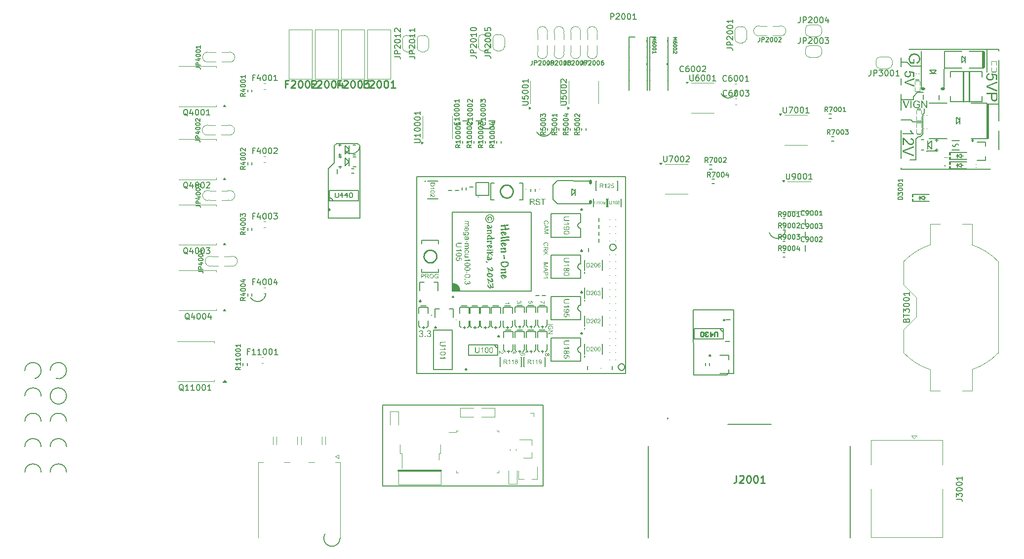
<source format=gto>
G75*
G70*
%OFA0B0*%
%FSLAX25Y25*%
%IPPOS*%
%LPD*%
%AMOC8*
5,1,8,0,0,1.08239X$1,22.5*
%
%ADD115C,0.00984*%
%ADD116C,0.01181*%
%ADD193C,0.00300*%
%ADD70C,0.00591*%
%ADD71C,0.00669*%
%ADD72C,0.01000*%
%ADD73C,0.00500*%
%ADD74C,0.00472*%
%ADD75C,0.00800*%
%ADD76C,0.00394*%
%ADD77C,0.00390*%
%ADD78C,0.00787*%
%ADD82C,0.01968*%
%ADD83C,0.01575*%
X0000000Y0000000D02*
%LPD*%
G01*
D70*
X0536968Y0147130D02*
X0537155Y0147692D01*
X0537155Y0147692D02*
X0537343Y0147879D01*
X0537343Y0147879D02*
X0537718Y0148067D01*
X0537718Y0148067D02*
X0538280Y0148067D01*
X0538280Y0148067D02*
X0538655Y0147879D01*
X0538655Y0147879D02*
X0538843Y0147692D01*
X0538843Y0147692D02*
X0539030Y0147317D01*
X0539030Y0147317D02*
X0539030Y0145817D01*
X0539030Y0145817D02*
X0535093Y0145817D01*
X0535093Y0145817D02*
X0535093Y0147130D01*
X0535093Y0147130D02*
X0535280Y0147505D01*
X0535280Y0147505D02*
X0535468Y0147692D01*
X0535468Y0147692D02*
X0535843Y0147879D01*
X0535843Y0147879D02*
X0536218Y0147879D01*
X0536218Y0147879D02*
X0536593Y0147692D01*
X0536593Y0147692D02*
X0536780Y0147505D01*
X0536780Y0147505D02*
X0536968Y0147130D01*
X0536968Y0147130D02*
X0536968Y0145817D01*
X0535093Y0149192D02*
X0535093Y0151442D01*
X0539030Y0150317D02*
X0535093Y0150317D01*
X0535093Y0152379D02*
X0535093Y0154816D01*
X0535093Y0154816D02*
X0536593Y0153504D01*
X0536593Y0153504D02*
X0536593Y0154066D01*
X0536593Y0154066D02*
X0536780Y0154441D01*
X0536780Y0154441D02*
X0536968Y0154629D01*
X0536968Y0154629D02*
X0537343Y0154816D01*
X0537343Y0154816D02*
X0538280Y0154816D01*
X0538280Y0154816D02*
X0538655Y0154629D01*
X0538655Y0154629D02*
X0538843Y0154441D01*
X0538843Y0154441D02*
X0539030Y0154066D01*
X0539030Y0154066D02*
X0539030Y0152941D01*
X0539030Y0152941D02*
X0538843Y0152566D01*
X0538843Y0152566D02*
X0538655Y0152379D01*
X0535093Y0157253D02*
X0535093Y0157628D01*
X0535093Y0157628D02*
X0535280Y0158003D01*
X0535280Y0158003D02*
X0535468Y0158191D01*
X0535468Y0158191D02*
X0535843Y0158378D01*
X0535843Y0158378D02*
X0536593Y0158566D01*
X0536593Y0158566D02*
X0537530Y0158566D01*
X0537530Y0158566D02*
X0538280Y0158378D01*
X0538280Y0158378D02*
X0538655Y0158191D01*
X0538655Y0158191D02*
X0538843Y0158003D01*
X0538843Y0158003D02*
X0539030Y0157628D01*
X0539030Y0157628D02*
X0539030Y0157253D01*
X0539030Y0157253D02*
X0538843Y0156878D01*
X0538843Y0156878D02*
X0538655Y0156691D01*
X0538655Y0156691D02*
X0538280Y0156503D01*
X0538280Y0156503D02*
X0537530Y0156316D01*
X0537530Y0156316D02*
X0536593Y0156316D01*
X0536593Y0156316D02*
X0535843Y0156503D01*
X0535843Y0156503D02*
X0535468Y0156691D01*
X0535468Y0156691D02*
X0535280Y0156878D01*
X0535280Y0156878D02*
X0535093Y0157253D01*
X0535093Y0161003D02*
X0535093Y0161378D01*
X0535093Y0161378D02*
X0535280Y0161753D01*
X0535280Y0161753D02*
X0535468Y0161940D01*
X0535468Y0161940D02*
X0535843Y0162128D01*
X0535843Y0162128D02*
X0536593Y0162315D01*
X0536593Y0162315D02*
X0537530Y0162315D01*
X0537530Y0162315D02*
X0538280Y0162128D01*
X0538280Y0162128D02*
X0538655Y0161940D01*
X0538655Y0161940D02*
X0538843Y0161753D01*
X0538843Y0161753D02*
X0539030Y0161378D01*
X0539030Y0161378D02*
X0539030Y0161003D01*
X0539030Y0161003D02*
X0538843Y0160628D01*
X0538843Y0160628D02*
X0538655Y0160440D01*
X0538655Y0160440D02*
X0538280Y0160253D01*
X0538280Y0160253D02*
X0537530Y0160065D01*
X0537530Y0160065D02*
X0536593Y0160065D01*
X0536593Y0160065D02*
X0535843Y0160253D01*
X0535843Y0160253D02*
X0535468Y0160440D01*
X0535468Y0160440D02*
X0535280Y0160628D01*
X0535280Y0160628D02*
X0535093Y0161003D01*
X0539030Y0166065D02*
X0539030Y0163815D01*
X0539030Y0164940D02*
X0535093Y0164940D01*
X0535093Y0164940D02*
X0535655Y0164565D01*
X0535655Y0164565D02*
X0536030Y0164190D01*
X0536030Y0164190D02*
X0536218Y0163815D01*
X0097002Y0261709D02*
X0095690Y0261709D01*
X0095690Y0259646D02*
X0095690Y0263583D01*
X0095690Y0263583D02*
X0097565Y0263583D01*
X0100752Y0262271D02*
X0100752Y0259646D01*
X0099814Y0263771D02*
X0098877Y0260959D01*
X0098877Y0260959D02*
X0101314Y0260959D01*
X0103564Y0263583D02*
X0103939Y0263583D01*
X0103939Y0263583D02*
X0104314Y0263396D01*
X0104314Y0263396D02*
X0104501Y0263208D01*
X0104501Y0263208D02*
X0104689Y0262833D01*
X0104689Y0262833D02*
X0104876Y0262084D01*
X0104876Y0262084D02*
X0104876Y0261146D01*
X0104876Y0261146D02*
X0104689Y0260396D01*
X0104689Y0260396D02*
X0104501Y0260021D01*
X0104501Y0260021D02*
X0104314Y0259834D01*
X0104314Y0259834D02*
X0103939Y0259646D01*
X0103939Y0259646D02*
X0103564Y0259646D01*
X0103564Y0259646D02*
X0103189Y0259834D01*
X0103189Y0259834D02*
X0103002Y0260021D01*
X0103002Y0260021D02*
X0102814Y0260396D01*
X0102814Y0260396D02*
X0102627Y0261146D01*
X0102627Y0261146D02*
X0102627Y0262084D01*
X0102627Y0262084D02*
X0102814Y0262833D01*
X0102814Y0262833D02*
X0103002Y0263208D01*
X0103002Y0263208D02*
X0103189Y0263396D01*
X0103189Y0263396D02*
X0103564Y0263583D01*
X0107314Y0263583D02*
X0107689Y0263583D01*
X0107689Y0263583D02*
X0108063Y0263396D01*
X0108063Y0263396D02*
X0108251Y0263208D01*
X0108251Y0263208D02*
X0108438Y0262833D01*
X0108438Y0262833D02*
X0108626Y0262084D01*
X0108626Y0262084D02*
X0108626Y0261146D01*
X0108626Y0261146D02*
X0108438Y0260396D01*
X0108438Y0260396D02*
X0108251Y0260021D01*
X0108251Y0260021D02*
X0108063Y0259834D01*
X0108063Y0259834D02*
X0107689Y0259646D01*
X0107689Y0259646D02*
X0107314Y0259646D01*
X0107314Y0259646D02*
X0106939Y0259834D01*
X0106939Y0259834D02*
X0106751Y0260021D01*
X0106751Y0260021D02*
X0106564Y0260396D01*
X0106564Y0260396D02*
X0106376Y0261146D01*
X0106376Y0261146D02*
X0106376Y0262084D01*
X0106376Y0262084D02*
X0106564Y0262833D01*
X0106564Y0262833D02*
X0106751Y0263208D01*
X0106751Y0263208D02*
X0106939Y0263396D01*
X0106939Y0263396D02*
X0107314Y0263583D01*
X0110126Y0263208D02*
X0110313Y0263396D01*
X0110313Y0263396D02*
X0110688Y0263583D01*
X0110688Y0263583D02*
X0111626Y0263583D01*
X0111626Y0263583D02*
X0112000Y0263396D01*
X0112000Y0263396D02*
X0112188Y0263208D01*
X0112188Y0263208D02*
X0112375Y0262833D01*
X0112375Y0262833D02*
X0112375Y0262459D01*
X0112375Y0262459D02*
X0112188Y0261896D01*
X0112188Y0261896D02*
X0109938Y0259646D01*
X0109938Y0259646D02*
X0112375Y0259646D01*
X0453975Y0291123D02*
X0453975Y0287936D01*
X0453975Y0287936D02*
X0454162Y0287561D01*
X0454162Y0287561D02*
X0454349Y0287373D01*
X0454349Y0287373D02*
X0454724Y0287186D01*
X0454724Y0287186D02*
X0455474Y0287186D01*
X0455474Y0287186D02*
X0455849Y0287373D01*
X0455849Y0287373D02*
X0456037Y0287561D01*
X0456037Y0287561D02*
X0456224Y0287936D01*
X0456224Y0287936D02*
X0456224Y0291123D01*
X0457724Y0291123D02*
X0460349Y0291123D01*
X0460349Y0291123D02*
X0458661Y0287186D01*
X0462598Y0291123D02*
X0462973Y0291123D01*
X0462973Y0291123D02*
X0463348Y0290935D01*
X0463348Y0290935D02*
X0463536Y0290748D01*
X0463536Y0290748D02*
X0463723Y0290373D01*
X0463723Y0290373D02*
X0463911Y0289623D01*
X0463911Y0289623D02*
X0463911Y0288686D01*
X0463911Y0288686D02*
X0463723Y0287936D01*
X0463723Y0287936D02*
X0463536Y0287561D01*
X0463536Y0287561D02*
X0463348Y0287373D01*
X0463348Y0287373D02*
X0462973Y0287186D01*
X0462973Y0287186D02*
X0462598Y0287186D01*
X0462598Y0287186D02*
X0462223Y0287373D01*
X0462223Y0287373D02*
X0462036Y0287561D01*
X0462036Y0287561D02*
X0461849Y0287936D01*
X0461849Y0287936D02*
X0461661Y0288686D01*
X0461661Y0288686D02*
X0461661Y0289623D01*
X0461661Y0289623D02*
X0461849Y0290373D01*
X0461849Y0290373D02*
X0462036Y0290748D01*
X0462036Y0290748D02*
X0462223Y0290935D01*
X0462223Y0290935D02*
X0462598Y0291123D01*
X0466348Y0291123D02*
X0466723Y0291123D01*
X0466723Y0291123D02*
X0467098Y0290935D01*
X0467098Y0290935D02*
X0467285Y0290748D01*
X0467285Y0290748D02*
X0467473Y0290373D01*
X0467473Y0290373D02*
X0467660Y0289623D01*
X0467660Y0289623D02*
X0467660Y0288686D01*
X0467660Y0288686D02*
X0467473Y0287936D01*
X0467473Y0287936D02*
X0467285Y0287561D01*
X0467285Y0287561D02*
X0467098Y0287373D01*
X0467098Y0287373D02*
X0466723Y0287186D01*
X0466723Y0287186D02*
X0466348Y0287186D01*
X0466348Y0287186D02*
X0465973Y0287373D01*
X0465973Y0287373D02*
X0465786Y0287561D01*
X0465786Y0287561D02*
X0465598Y0287936D01*
X0465598Y0287936D02*
X0465411Y0288686D01*
X0465411Y0288686D02*
X0465411Y0289623D01*
X0465411Y0289623D02*
X0465598Y0290373D01*
X0465598Y0290373D02*
X0465786Y0290748D01*
X0465786Y0290748D02*
X0465973Y0290935D01*
X0465973Y0290935D02*
X0466348Y0291123D01*
X0471410Y0287186D02*
X0469160Y0287186D01*
X0470285Y0287186D02*
X0470285Y0291123D01*
X0470285Y0291123D02*
X0469910Y0290560D01*
X0469910Y0290560D02*
X0469535Y0290185D01*
X0469535Y0290185D02*
X0469160Y0289998D01*
X0513134Y0316107D02*
X0513134Y0313295D01*
X0513134Y0313295D02*
X0512947Y0312732D01*
X0512947Y0312732D02*
X0512572Y0312357D01*
X0512572Y0312357D02*
X0512009Y0312170D01*
X0512009Y0312170D02*
X0511634Y0312170D01*
X0515009Y0312170D02*
X0515009Y0316107D01*
X0515009Y0316107D02*
X0516509Y0316107D01*
X0516509Y0316107D02*
X0516884Y0315920D01*
X0516884Y0315920D02*
X0517071Y0315732D01*
X0517071Y0315732D02*
X0517259Y0315357D01*
X0517259Y0315357D02*
X0517259Y0314795D01*
X0517259Y0314795D02*
X0517071Y0314420D01*
X0517071Y0314420D02*
X0516884Y0314232D01*
X0516884Y0314232D02*
X0516509Y0314045D01*
X0516509Y0314045D02*
X0515009Y0314045D01*
X0518571Y0316107D02*
X0521008Y0316107D01*
X0521008Y0316107D02*
X0519696Y0314607D01*
X0519696Y0314607D02*
X0520258Y0314607D01*
X0520258Y0314607D02*
X0520633Y0314420D01*
X0520633Y0314420D02*
X0520821Y0314232D01*
X0520821Y0314232D02*
X0521008Y0313857D01*
X0521008Y0313857D02*
X0521008Y0312920D01*
X0521008Y0312920D02*
X0520821Y0312545D01*
X0520821Y0312545D02*
X0520633Y0312357D01*
X0520633Y0312357D02*
X0520258Y0312170D01*
X0520258Y0312170D02*
X0519133Y0312170D01*
X0519133Y0312170D02*
X0518759Y0312357D01*
X0518759Y0312357D02*
X0518571Y0312545D01*
X0523445Y0316107D02*
X0523820Y0316107D01*
X0523820Y0316107D02*
X0524195Y0315920D01*
X0524195Y0315920D02*
X0524383Y0315732D01*
X0524383Y0315732D02*
X0524570Y0315357D01*
X0524570Y0315357D02*
X0524758Y0314607D01*
X0524758Y0314607D02*
X0524758Y0313670D01*
X0524758Y0313670D02*
X0524570Y0312920D01*
X0524570Y0312920D02*
X0524383Y0312545D01*
X0524383Y0312545D02*
X0524195Y0312357D01*
X0524195Y0312357D02*
X0523820Y0312170D01*
X0523820Y0312170D02*
X0523445Y0312170D01*
X0523445Y0312170D02*
X0523070Y0312357D01*
X0523070Y0312357D02*
X0522883Y0312545D01*
X0522883Y0312545D02*
X0522696Y0312920D01*
X0522696Y0312920D02*
X0522508Y0313670D01*
X0522508Y0313670D02*
X0522508Y0314607D01*
X0522508Y0314607D02*
X0522696Y0315357D01*
X0522696Y0315357D02*
X0522883Y0315732D01*
X0522883Y0315732D02*
X0523070Y0315920D01*
X0523070Y0315920D02*
X0523445Y0316107D01*
X0527195Y0316107D02*
X0527570Y0316107D01*
X0527570Y0316107D02*
X0527945Y0315920D01*
X0527945Y0315920D02*
X0528132Y0315732D01*
X0528132Y0315732D02*
X0528320Y0315357D01*
X0528320Y0315357D02*
X0528507Y0314607D01*
X0528507Y0314607D02*
X0528507Y0313670D01*
X0528507Y0313670D02*
X0528320Y0312920D01*
X0528320Y0312920D02*
X0528132Y0312545D01*
X0528132Y0312545D02*
X0527945Y0312357D01*
X0527945Y0312357D02*
X0527570Y0312170D01*
X0527570Y0312170D02*
X0527195Y0312170D01*
X0527195Y0312170D02*
X0526820Y0312357D01*
X0526820Y0312357D02*
X0526633Y0312545D01*
X0526633Y0312545D02*
X0526445Y0312920D01*
X0526445Y0312920D02*
X0526258Y0313670D01*
X0526258Y0313670D02*
X0526258Y0314607D01*
X0526258Y0314607D02*
X0526445Y0315357D01*
X0526445Y0315357D02*
X0526633Y0315732D01*
X0526633Y0315732D02*
X0526820Y0315920D01*
X0526820Y0315920D02*
X0527195Y0316107D01*
X0532257Y0312170D02*
X0530007Y0312170D01*
X0531132Y0312170D02*
X0531132Y0316107D01*
X0531132Y0316107D02*
X0530757Y0315545D01*
X0530757Y0315545D02*
X0530382Y0315170D01*
X0530382Y0315170D02*
X0530007Y0314982D01*
D71*
X0485591Y0272689D02*
X0484515Y0274226D01*
X0483746Y0272689D02*
X0483746Y0275917D01*
X0483746Y0275917D02*
X0484976Y0275917D01*
X0484976Y0275917D02*
X0485283Y0275764D01*
X0485283Y0275764D02*
X0485437Y0275610D01*
X0485437Y0275610D02*
X0485591Y0275302D01*
X0485591Y0275302D02*
X0485591Y0274841D01*
X0485591Y0274841D02*
X0485437Y0274534D01*
X0485437Y0274534D02*
X0485283Y0274380D01*
X0485283Y0274380D02*
X0484976Y0274226D01*
X0484976Y0274226D02*
X0483746Y0274226D01*
X0486667Y0275917D02*
X0488819Y0275917D01*
X0488819Y0275917D02*
X0487436Y0272689D01*
X0490664Y0275917D02*
X0490971Y0275917D01*
X0490971Y0275917D02*
X0491279Y0275764D01*
X0491279Y0275764D02*
X0491433Y0275610D01*
X0491433Y0275610D02*
X0491586Y0275302D01*
X0491586Y0275302D02*
X0491740Y0274688D01*
X0491740Y0274688D02*
X0491740Y0273919D01*
X0491740Y0273919D02*
X0491586Y0273304D01*
X0491586Y0273304D02*
X0491433Y0272996D01*
X0491433Y0272996D02*
X0491279Y0272843D01*
X0491279Y0272843D02*
X0490971Y0272689D01*
X0490971Y0272689D02*
X0490664Y0272689D01*
X0490664Y0272689D02*
X0490357Y0272843D01*
X0490357Y0272843D02*
X0490203Y0272996D01*
X0490203Y0272996D02*
X0490049Y0273304D01*
X0490049Y0273304D02*
X0489895Y0273919D01*
X0489895Y0273919D02*
X0489895Y0274688D01*
X0489895Y0274688D02*
X0490049Y0275302D01*
X0490049Y0275302D02*
X0490203Y0275610D01*
X0490203Y0275610D02*
X0490357Y0275764D01*
X0490357Y0275764D02*
X0490664Y0275917D01*
X0493739Y0275917D02*
X0494046Y0275917D01*
X0494046Y0275917D02*
X0494354Y0275764D01*
X0494354Y0275764D02*
X0494507Y0275610D01*
X0494507Y0275610D02*
X0494661Y0275302D01*
X0494661Y0275302D02*
X0494815Y0274688D01*
X0494815Y0274688D02*
X0494815Y0273919D01*
X0494815Y0273919D02*
X0494661Y0273304D01*
X0494661Y0273304D02*
X0494507Y0272996D01*
X0494507Y0272996D02*
X0494354Y0272843D01*
X0494354Y0272843D02*
X0494046Y0272689D01*
X0494046Y0272689D02*
X0493739Y0272689D01*
X0493739Y0272689D02*
X0493431Y0272843D01*
X0493431Y0272843D02*
X0493277Y0272996D01*
X0493277Y0272996D02*
X0493124Y0273304D01*
X0493124Y0273304D02*
X0492970Y0273919D01*
X0492970Y0273919D02*
X0492970Y0274688D01*
X0492970Y0274688D02*
X0493124Y0275302D01*
X0493124Y0275302D02*
X0493277Y0275610D01*
X0493277Y0275610D02*
X0493431Y0275764D01*
X0493431Y0275764D02*
X0493739Y0275917D01*
X0495891Y0275917D02*
X0497889Y0275917D01*
X0497889Y0275917D02*
X0496813Y0274688D01*
X0496813Y0274688D02*
X0497274Y0274688D01*
X0497274Y0274688D02*
X0497582Y0274534D01*
X0497582Y0274534D02*
X0497736Y0274380D01*
X0497736Y0274380D02*
X0497889Y0274073D01*
X0497889Y0274073D02*
X0497889Y0273304D01*
X0497889Y0273304D02*
X0497736Y0272996D01*
X0497736Y0272996D02*
X0497582Y0272843D01*
X0497582Y0272843D02*
X0497274Y0272689D01*
X0497274Y0272689D02*
X0496352Y0272689D01*
X0496352Y0272689D02*
X0496045Y0272843D01*
X0496045Y0272843D02*
X0495891Y0272996D01*
D70*
X0204940Y0267060D02*
X0208127Y0267060D01*
X0208127Y0267060D02*
X0208502Y0267248D01*
X0208502Y0267248D02*
X0208690Y0267435D01*
X0208690Y0267435D02*
X0208877Y0267810D01*
X0208877Y0267810D02*
X0208877Y0268560D01*
X0208877Y0268560D02*
X0208690Y0268935D01*
X0208690Y0268935D02*
X0208502Y0269123D01*
X0208502Y0269123D02*
X0208127Y0269310D01*
X0208127Y0269310D02*
X0204940Y0269310D01*
X0208877Y0273247D02*
X0208877Y0270997D01*
X0208877Y0272122D02*
X0204940Y0272122D01*
X0204940Y0272122D02*
X0205503Y0271747D01*
X0205503Y0271747D02*
X0205878Y0271372D01*
X0205878Y0271372D02*
X0206065Y0270997D01*
X0204940Y0275684D02*
X0204940Y0276059D01*
X0204940Y0276059D02*
X0205128Y0276434D01*
X0205128Y0276434D02*
X0205315Y0276622D01*
X0205315Y0276622D02*
X0205690Y0276809D01*
X0205690Y0276809D02*
X0206440Y0276997D01*
X0206440Y0276997D02*
X0207377Y0276997D01*
X0207377Y0276997D02*
X0208127Y0276809D01*
X0208127Y0276809D02*
X0208502Y0276622D01*
X0208502Y0276622D02*
X0208690Y0276434D01*
X0208690Y0276434D02*
X0208877Y0276059D01*
X0208877Y0276059D02*
X0208877Y0275684D01*
X0208877Y0275684D02*
X0208690Y0275309D01*
X0208690Y0275309D02*
X0208502Y0275122D01*
X0208502Y0275122D02*
X0208127Y0274934D01*
X0208127Y0274934D02*
X0207377Y0274747D01*
X0207377Y0274747D02*
X0206440Y0274747D01*
X0206440Y0274747D02*
X0205690Y0274934D01*
X0205690Y0274934D02*
X0205315Y0275122D01*
X0205315Y0275122D02*
X0205128Y0275309D01*
X0205128Y0275309D02*
X0204940Y0275684D01*
X0204940Y0279434D02*
X0204940Y0279809D01*
X0204940Y0279809D02*
X0205128Y0280184D01*
X0205128Y0280184D02*
X0205315Y0280371D01*
X0205315Y0280371D02*
X0205690Y0280559D01*
X0205690Y0280559D02*
X0206440Y0280746D01*
X0206440Y0280746D02*
X0207377Y0280746D01*
X0207377Y0280746D02*
X0208127Y0280559D01*
X0208127Y0280559D02*
X0208502Y0280371D01*
X0208502Y0280371D02*
X0208690Y0280184D01*
X0208690Y0280184D02*
X0208877Y0279809D01*
X0208877Y0279809D02*
X0208877Y0279434D01*
X0208877Y0279434D02*
X0208690Y0279059D01*
X0208690Y0279059D02*
X0208502Y0278871D01*
X0208502Y0278871D02*
X0208127Y0278684D01*
X0208127Y0278684D02*
X0207377Y0278496D01*
X0207377Y0278496D02*
X0206440Y0278496D01*
X0206440Y0278496D02*
X0205690Y0278684D01*
X0205690Y0278684D02*
X0205315Y0278871D01*
X0205315Y0278871D02*
X0205128Y0279059D01*
X0205128Y0279059D02*
X0204940Y0279434D01*
X0204940Y0283183D02*
X0204940Y0283558D01*
X0204940Y0283558D02*
X0205128Y0283933D01*
X0205128Y0283933D02*
X0205315Y0284121D01*
X0205315Y0284121D02*
X0205690Y0284308D01*
X0205690Y0284308D02*
X0206440Y0284496D01*
X0206440Y0284496D02*
X0207377Y0284496D01*
X0207377Y0284496D02*
X0208127Y0284308D01*
X0208127Y0284308D02*
X0208502Y0284121D01*
X0208502Y0284121D02*
X0208690Y0283933D01*
X0208690Y0283933D02*
X0208877Y0283558D01*
X0208877Y0283558D02*
X0208877Y0283183D01*
X0208877Y0283183D02*
X0208690Y0282808D01*
X0208690Y0282808D02*
X0208502Y0282621D01*
X0208502Y0282621D02*
X0208127Y0282433D01*
X0208127Y0282433D02*
X0207377Y0282246D01*
X0207377Y0282246D02*
X0206440Y0282246D01*
X0206440Y0282246D02*
X0205690Y0282433D01*
X0205690Y0282433D02*
X0205315Y0282621D01*
X0205315Y0282621D02*
X0205128Y0282808D01*
X0205128Y0282808D02*
X0204940Y0283183D01*
X0208877Y0288245D02*
X0208877Y0285996D01*
X0208877Y0287120D02*
X0204940Y0287120D01*
X0204940Y0287120D02*
X0205503Y0286745D01*
X0205503Y0286745D02*
X0205878Y0286370D01*
X0205878Y0286370D02*
X0206065Y0285996D01*
D72*
X0119340Y0306697D02*
X0117673Y0306697D01*
X0117673Y0304077D02*
X0117673Y0309077D01*
X0117673Y0309077D02*
X0120054Y0309077D01*
X0121721Y0308601D02*
X0121959Y0308839D01*
X0121959Y0308839D02*
X0122435Y0309077D01*
X0122435Y0309077D02*
X0123626Y0309077D01*
X0123626Y0309077D02*
X0124102Y0308839D01*
X0124102Y0308839D02*
X0124340Y0308601D01*
X0124340Y0308601D02*
X0124578Y0308125D01*
X0124578Y0308125D02*
X0124578Y0307649D01*
X0124578Y0307649D02*
X0124340Y0306935D01*
X0124340Y0306935D02*
X0121483Y0304077D01*
X0121483Y0304077D02*
X0124578Y0304077D01*
X0127673Y0309077D02*
X0128150Y0309077D01*
X0128150Y0309077D02*
X0128626Y0308839D01*
X0128626Y0308839D02*
X0128864Y0308601D01*
X0128864Y0308601D02*
X0129102Y0308125D01*
X0129102Y0308125D02*
X0129340Y0307173D01*
X0129340Y0307173D02*
X0129340Y0305982D01*
X0129340Y0305982D02*
X0129102Y0305030D01*
X0129102Y0305030D02*
X0128864Y0304554D01*
X0128864Y0304554D02*
X0128626Y0304316D01*
X0128626Y0304316D02*
X0128150Y0304077D01*
X0128150Y0304077D02*
X0127673Y0304077D01*
X0127673Y0304077D02*
X0127197Y0304316D01*
X0127197Y0304316D02*
X0126959Y0304554D01*
X0126959Y0304554D02*
X0126721Y0305030D01*
X0126721Y0305030D02*
X0126483Y0305982D01*
X0126483Y0305982D02*
X0126483Y0307173D01*
X0126483Y0307173D02*
X0126721Y0308125D01*
X0126721Y0308125D02*
X0126959Y0308601D01*
X0126959Y0308601D02*
X0127197Y0308839D01*
X0127197Y0308839D02*
X0127673Y0309077D01*
X0132435Y0309077D02*
X0132912Y0309077D01*
X0132912Y0309077D02*
X0133388Y0308839D01*
X0133388Y0308839D02*
X0133626Y0308601D01*
X0133626Y0308601D02*
X0133864Y0308125D01*
X0133864Y0308125D02*
X0134102Y0307173D01*
X0134102Y0307173D02*
X0134102Y0305982D01*
X0134102Y0305982D02*
X0133864Y0305030D01*
X0133864Y0305030D02*
X0133626Y0304554D01*
X0133626Y0304554D02*
X0133388Y0304316D01*
X0133388Y0304316D02*
X0132912Y0304077D01*
X0132912Y0304077D02*
X0132435Y0304077D01*
X0132435Y0304077D02*
X0131959Y0304316D01*
X0131959Y0304316D02*
X0131721Y0304554D01*
X0131721Y0304554D02*
X0131483Y0305030D01*
X0131483Y0305030D02*
X0131245Y0305982D01*
X0131245Y0305982D02*
X0131245Y0307173D01*
X0131245Y0307173D02*
X0131483Y0308125D01*
X0131483Y0308125D02*
X0131721Y0308601D01*
X0131721Y0308601D02*
X0131959Y0308839D01*
X0131959Y0308839D02*
X0132435Y0309077D01*
X0136007Y0308601D02*
X0136245Y0308839D01*
X0136245Y0308839D02*
X0136721Y0309077D01*
X0136721Y0309077D02*
X0137912Y0309077D01*
X0137912Y0309077D02*
X0138388Y0308839D01*
X0138388Y0308839D02*
X0138626Y0308601D01*
X0138626Y0308601D02*
X0138864Y0308125D01*
X0138864Y0308125D02*
X0138864Y0307649D01*
X0138864Y0307649D02*
X0138626Y0306935D01*
X0138626Y0306935D02*
X0135769Y0304077D01*
X0135769Y0304077D02*
X0138864Y0304077D01*
D71*
X0452717Y0209478D02*
X0451641Y0211015D01*
X0450872Y0209478D02*
X0450872Y0212706D01*
X0450872Y0212706D02*
X0452102Y0212706D01*
X0452102Y0212706D02*
X0452409Y0212552D01*
X0452409Y0212552D02*
X0452563Y0212399D01*
X0452563Y0212399D02*
X0452717Y0212091D01*
X0452717Y0212091D02*
X0452717Y0211630D01*
X0452717Y0211630D02*
X0452563Y0211323D01*
X0452563Y0211323D02*
X0452409Y0211169D01*
X0452409Y0211169D02*
X0452102Y0211015D01*
X0452102Y0211015D02*
X0450872Y0211015D01*
X0454254Y0209478D02*
X0454869Y0209478D01*
X0454869Y0209478D02*
X0455177Y0209632D01*
X0455177Y0209632D02*
X0455330Y0209785D01*
X0455330Y0209785D02*
X0455638Y0210247D01*
X0455638Y0210247D02*
X0455792Y0210861D01*
X0455792Y0210861D02*
X0455792Y0212091D01*
X0455792Y0212091D02*
X0455638Y0212399D01*
X0455638Y0212399D02*
X0455484Y0212552D01*
X0455484Y0212552D02*
X0455177Y0212706D01*
X0455177Y0212706D02*
X0454562Y0212706D01*
X0454562Y0212706D02*
X0454254Y0212552D01*
X0454254Y0212552D02*
X0454100Y0212399D01*
X0454100Y0212399D02*
X0453947Y0212091D01*
X0453947Y0212091D02*
X0453947Y0211323D01*
X0453947Y0211323D02*
X0454100Y0211015D01*
X0454100Y0211015D02*
X0454254Y0210861D01*
X0454254Y0210861D02*
X0454562Y0210708D01*
X0454562Y0210708D02*
X0455177Y0210708D01*
X0455177Y0210708D02*
X0455484Y0210861D01*
X0455484Y0210861D02*
X0455638Y0211015D01*
X0455638Y0211015D02*
X0455792Y0211323D01*
X0457790Y0212706D02*
X0458097Y0212706D01*
X0458097Y0212706D02*
X0458405Y0212552D01*
X0458405Y0212552D02*
X0458559Y0212399D01*
X0458559Y0212399D02*
X0458712Y0212091D01*
X0458712Y0212091D02*
X0458866Y0211476D01*
X0458866Y0211476D02*
X0458866Y0210708D01*
X0458866Y0210708D02*
X0458712Y0210093D01*
X0458712Y0210093D02*
X0458559Y0209785D01*
X0458559Y0209785D02*
X0458405Y0209632D01*
X0458405Y0209632D02*
X0458097Y0209478D01*
X0458097Y0209478D02*
X0457790Y0209478D01*
X0457790Y0209478D02*
X0457483Y0209632D01*
X0457483Y0209632D02*
X0457329Y0209785D01*
X0457329Y0209785D02*
X0457175Y0210093D01*
X0457175Y0210093D02*
X0457021Y0210708D01*
X0457021Y0210708D02*
X0457021Y0211476D01*
X0457021Y0211476D02*
X0457175Y0212091D01*
X0457175Y0212091D02*
X0457329Y0212399D01*
X0457329Y0212399D02*
X0457483Y0212552D01*
X0457483Y0212552D02*
X0457790Y0212706D01*
X0460865Y0212706D02*
X0461172Y0212706D01*
X0461172Y0212706D02*
X0461480Y0212552D01*
X0461480Y0212552D02*
X0461633Y0212399D01*
X0461633Y0212399D02*
X0461787Y0212091D01*
X0461787Y0212091D02*
X0461941Y0211476D01*
X0461941Y0211476D02*
X0461941Y0210708D01*
X0461941Y0210708D02*
X0461787Y0210093D01*
X0461787Y0210093D02*
X0461633Y0209785D01*
X0461633Y0209785D02*
X0461480Y0209632D01*
X0461480Y0209632D02*
X0461172Y0209478D01*
X0461172Y0209478D02*
X0460865Y0209478D01*
X0460865Y0209478D02*
X0460557Y0209632D01*
X0460557Y0209632D02*
X0460403Y0209785D01*
X0460403Y0209785D02*
X0460250Y0210093D01*
X0460250Y0210093D02*
X0460096Y0210708D01*
X0460096Y0210708D02*
X0460096Y0211476D01*
X0460096Y0211476D02*
X0460250Y0212091D01*
X0460250Y0212091D02*
X0460403Y0212399D01*
X0460403Y0212399D02*
X0460557Y0212552D01*
X0460557Y0212552D02*
X0460865Y0212706D01*
X0463171Y0212399D02*
X0463324Y0212552D01*
X0463324Y0212552D02*
X0463632Y0212706D01*
X0463632Y0212706D02*
X0464400Y0212706D01*
X0464400Y0212706D02*
X0464708Y0212552D01*
X0464708Y0212552D02*
X0464862Y0212399D01*
X0464862Y0212399D02*
X0465015Y0212091D01*
X0465015Y0212091D02*
X0465015Y0211784D01*
X0465015Y0211784D02*
X0464862Y0211323D01*
X0464862Y0211323D02*
X0463017Y0209478D01*
X0463017Y0209478D02*
X0465015Y0209478D01*
D70*
X0097002Y0311004D02*
X0095690Y0311004D01*
X0095690Y0308942D02*
X0095690Y0312879D01*
X0095690Y0312879D02*
X0097565Y0312879D01*
X0100752Y0311566D02*
X0100752Y0308942D01*
X0099814Y0313066D02*
X0098877Y0310254D01*
X0098877Y0310254D02*
X0101314Y0310254D01*
X0103564Y0312879D02*
X0103939Y0312879D01*
X0103939Y0312879D02*
X0104314Y0312691D01*
X0104314Y0312691D02*
X0104501Y0312504D01*
X0104501Y0312504D02*
X0104689Y0312129D01*
X0104689Y0312129D02*
X0104876Y0311379D01*
X0104876Y0311379D02*
X0104876Y0310441D01*
X0104876Y0310441D02*
X0104689Y0309692D01*
X0104689Y0309692D02*
X0104501Y0309317D01*
X0104501Y0309317D02*
X0104314Y0309129D01*
X0104314Y0309129D02*
X0103939Y0308942D01*
X0103939Y0308942D02*
X0103564Y0308942D01*
X0103564Y0308942D02*
X0103189Y0309129D01*
X0103189Y0309129D02*
X0103002Y0309317D01*
X0103002Y0309317D02*
X0102814Y0309692D01*
X0102814Y0309692D02*
X0102627Y0310441D01*
X0102627Y0310441D02*
X0102627Y0311379D01*
X0102627Y0311379D02*
X0102814Y0312129D01*
X0102814Y0312129D02*
X0103002Y0312504D01*
X0103002Y0312504D02*
X0103189Y0312691D01*
X0103189Y0312691D02*
X0103564Y0312879D01*
X0107314Y0312879D02*
X0107689Y0312879D01*
X0107689Y0312879D02*
X0108063Y0312691D01*
X0108063Y0312691D02*
X0108251Y0312504D01*
X0108251Y0312504D02*
X0108438Y0312129D01*
X0108438Y0312129D02*
X0108626Y0311379D01*
X0108626Y0311379D02*
X0108626Y0310441D01*
X0108626Y0310441D02*
X0108438Y0309692D01*
X0108438Y0309692D02*
X0108251Y0309317D01*
X0108251Y0309317D02*
X0108063Y0309129D01*
X0108063Y0309129D02*
X0107689Y0308942D01*
X0107689Y0308942D02*
X0107314Y0308942D01*
X0107314Y0308942D02*
X0106939Y0309129D01*
X0106939Y0309129D02*
X0106751Y0309317D01*
X0106751Y0309317D02*
X0106564Y0309692D01*
X0106564Y0309692D02*
X0106376Y0310441D01*
X0106376Y0310441D02*
X0106376Y0311379D01*
X0106376Y0311379D02*
X0106564Y0312129D01*
X0106564Y0312129D02*
X0106751Y0312504D01*
X0106751Y0312504D02*
X0106939Y0312691D01*
X0106939Y0312691D02*
X0107314Y0312879D01*
X0112375Y0308942D02*
X0110126Y0308942D01*
X0111251Y0308942D02*
X0111251Y0312879D01*
X0111251Y0312879D02*
X0110876Y0312316D01*
X0110876Y0312316D02*
X0110501Y0311941D01*
X0110501Y0311941D02*
X0110126Y0311754D01*
X0465504Y0337973D02*
X0465504Y0335161D01*
X0465504Y0335161D02*
X0465317Y0334599D01*
X0465317Y0334599D02*
X0464942Y0334224D01*
X0464942Y0334224D02*
X0464379Y0334036D01*
X0464379Y0334036D02*
X0464004Y0334036D01*
X0467379Y0334036D02*
X0467379Y0337973D01*
X0467379Y0337973D02*
X0468879Y0337973D01*
X0468879Y0337973D02*
X0469254Y0337786D01*
X0469254Y0337786D02*
X0469441Y0337598D01*
X0469441Y0337598D02*
X0469629Y0337223D01*
X0469629Y0337223D02*
X0469629Y0336661D01*
X0469629Y0336661D02*
X0469441Y0336286D01*
X0469441Y0336286D02*
X0469254Y0336098D01*
X0469254Y0336098D02*
X0468879Y0335911D01*
X0468879Y0335911D02*
X0467379Y0335911D01*
X0471129Y0337598D02*
X0471316Y0337786D01*
X0471316Y0337786D02*
X0471691Y0337973D01*
X0471691Y0337973D02*
X0472628Y0337973D01*
X0472628Y0337973D02*
X0473003Y0337786D01*
X0473003Y0337786D02*
X0473191Y0337598D01*
X0473191Y0337598D02*
X0473378Y0337223D01*
X0473378Y0337223D02*
X0473378Y0336848D01*
X0473378Y0336848D02*
X0473191Y0336286D01*
X0473191Y0336286D02*
X0470941Y0334036D01*
X0470941Y0334036D02*
X0473378Y0334036D01*
X0475816Y0337973D02*
X0476190Y0337973D01*
X0476190Y0337973D02*
X0476565Y0337786D01*
X0476565Y0337786D02*
X0476753Y0337598D01*
X0476753Y0337598D02*
X0476940Y0337223D01*
X0476940Y0337223D02*
X0477128Y0336473D01*
X0477128Y0336473D02*
X0477128Y0335536D01*
X0477128Y0335536D02*
X0476940Y0334786D01*
X0476940Y0334786D02*
X0476753Y0334411D01*
X0476753Y0334411D02*
X0476565Y0334224D01*
X0476565Y0334224D02*
X0476190Y0334036D01*
X0476190Y0334036D02*
X0475816Y0334036D01*
X0475816Y0334036D02*
X0475441Y0334224D01*
X0475441Y0334224D02*
X0475253Y0334411D01*
X0475253Y0334411D02*
X0475066Y0334786D01*
X0475066Y0334786D02*
X0474878Y0335536D01*
X0474878Y0335536D02*
X0474878Y0336473D01*
X0474878Y0336473D02*
X0475066Y0337223D01*
X0475066Y0337223D02*
X0475253Y0337598D01*
X0475253Y0337598D02*
X0475441Y0337786D01*
X0475441Y0337786D02*
X0475816Y0337973D01*
X0479565Y0337973D02*
X0479940Y0337973D01*
X0479940Y0337973D02*
X0480315Y0337786D01*
X0480315Y0337786D02*
X0480502Y0337598D01*
X0480502Y0337598D02*
X0480690Y0337223D01*
X0480690Y0337223D02*
X0480877Y0336473D01*
X0480877Y0336473D02*
X0480877Y0335536D01*
X0480877Y0335536D02*
X0480690Y0334786D01*
X0480690Y0334786D02*
X0480502Y0334411D01*
X0480502Y0334411D02*
X0480315Y0334224D01*
X0480315Y0334224D02*
X0479940Y0334036D01*
X0479940Y0334036D02*
X0479565Y0334036D01*
X0479565Y0334036D02*
X0479190Y0334224D01*
X0479190Y0334224D02*
X0479003Y0334411D01*
X0479003Y0334411D02*
X0478815Y0334786D01*
X0478815Y0334786D02*
X0478628Y0335536D01*
X0478628Y0335536D02*
X0478628Y0336473D01*
X0478628Y0336473D02*
X0478815Y0337223D01*
X0478815Y0337223D02*
X0479003Y0337598D01*
X0479003Y0337598D02*
X0479190Y0337786D01*
X0479190Y0337786D02*
X0479565Y0337973D01*
X0482190Y0337973D02*
X0484627Y0337973D01*
X0484627Y0337973D02*
X0483315Y0336473D01*
X0483315Y0336473D02*
X0483877Y0336473D01*
X0483877Y0336473D02*
X0484252Y0336286D01*
X0484252Y0336286D02*
X0484439Y0336098D01*
X0484439Y0336098D02*
X0484627Y0335723D01*
X0484627Y0335723D02*
X0484627Y0334786D01*
X0484627Y0334786D02*
X0484439Y0334411D01*
X0484439Y0334411D02*
X0484252Y0334224D01*
X0484252Y0334224D02*
X0483877Y0334036D01*
X0483877Y0334036D02*
X0482752Y0334036D01*
X0482752Y0334036D02*
X0482377Y0334224D01*
X0482377Y0334224D02*
X0482190Y0334411D01*
X0303680Y0292557D02*
X0306867Y0292557D01*
X0306867Y0292557D02*
X0307242Y0292745D01*
X0307242Y0292745D02*
X0307430Y0292932D01*
X0307430Y0292932D02*
X0307617Y0293307D01*
X0307617Y0293307D02*
X0307617Y0294057D01*
X0307617Y0294057D02*
X0307430Y0294432D01*
X0307430Y0294432D02*
X0307242Y0294619D01*
X0307242Y0294619D02*
X0306867Y0294807D01*
X0306867Y0294807D02*
X0303680Y0294807D01*
X0303680Y0298556D02*
X0303680Y0296682D01*
X0303680Y0296682D02*
X0305555Y0296494D01*
X0305555Y0296494D02*
X0305368Y0296682D01*
X0305368Y0296682D02*
X0305180Y0297057D01*
X0305180Y0297057D02*
X0305180Y0297994D01*
X0305180Y0297994D02*
X0305368Y0298369D01*
X0305368Y0298369D02*
X0305555Y0298556D01*
X0305555Y0298556D02*
X0305930Y0298744D01*
X0305930Y0298744D02*
X0306867Y0298744D01*
X0306867Y0298744D02*
X0307242Y0298556D01*
X0307242Y0298556D02*
X0307430Y0298369D01*
X0307430Y0298369D02*
X0307617Y0297994D01*
X0307617Y0297994D02*
X0307617Y0297057D01*
X0307617Y0297057D02*
X0307430Y0296682D01*
X0307430Y0296682D02*
X0307242Y0296494D01*
X0303680Y0301181D02*
X0303680Y0301556D01*
X0303680Y0301556D02*
X0303868Y0301931D01*
X0303868Y0301931D02*
X0304055Y0302118D01*
X0304055Y0302118D02*
X0304430Y0302306D01*
X0304430Y0302306D02*
X0305180Y0302493D01*
X0305180Y0302493D02*
X0306118Y0302493D01*
X0306118Y0302493D02*
X0306867Y0302306D01*
X0306867Y0302306D02*
X0307242Y0302118D01*
X0307242Y0302118D02*
X0307430Y0301931D01*
X0307430Y0301931D02*
X0307617Y0301556D01*
X0307617Y0301556D02*
X0307617Y0301181D01*
X0307617Y0301181D02*
X0307430Y0300806D01*
X0307430Y0300806D02*
X0307242Y0300619D01*
X0307242Y0300619D02*
X0306867Y0300431D01*
X0306867Y0300431D02*
X0306118Y0300244D01*
X0306118Y0300244D02*
X0305180Y0300244D01*
X0305180Y0300244D02*
X0304430Y0300431D01*
X0304430Y0300431D02*
X0304055Y0300619D01*
X0304055Y0300619D02*
X0303868Y0300806D01*
X0303868Y0300806D02*
X0303680Y0301181D01*
X0303680Y0304931D02*
X0303680Y0305306D01*
X0303680Y0305306D02*
X0303868Y0305681D01*
X0303868Y0305681D02*
X0304055Y0305868D01*
X0304055Y0305868D02*
X0304430Y0306055D01*
X0304430Y0306055D02*
X0305180Y0306243D01*
X0305180Y0306243D02*
X0306118Y0306243D01*
X0306118Y0306243D02*
X0306867Y0306055D01*
X0306867Y0306055D02*
X0307242Y0305868D01*
X0307242Y0305868D02*
X0307430Y0305681D01*
X0307430Y0305681D02*
X0307617Y0305306D01*
X0307617Y0305306D02*
X0307617Y0304931D01*
X0307617Y0304931D02*
X0307430Y0304556D01*
X0307430Y0304556D02*
X0307242Y0304368D01*
X0307242Y0304368D02*
X0306867Y0304181D01*
X0306867Y0304181D02*
X0306118Y0303993D01*
X0306118Y0303993D02*
X0305180Y0303993D01*
X0305180Y0303993D02*
X0304430Y0304181D01*
X0304430Y0304181D02*
X0304055Y0304368D01*
X0304055Y0304368D02*
X0303868Y0304556D01*
X0303868Y0304556D02*
X0303680Y0304931D01*
X0304055Y0307743D02*
X0303868Y0307930D01*
X0303868Y0307930D02*
X0303680Y0308305D01*
X0303680Y0308305D02*
X0303680Y0309243D01*
X0303680Y0309243D02*
X0303868Y0309618D01*
X0303868Y0309618D02*
X0304055Y0309805D01*
X0304055Y0309805D02*
X0304430Y0309993D01*
X0304430Y0309993D02*
X0304805Y0309993D01*
X0304805Y0309993D02*
X0305368Y0309805D01*
X0305368Y0309805D02*
X0307617Y0307555D01*
X0307617Y0307555D02*
X0307617Y0309993D01*
D71*
X0301130Y0274264D02*
X0299592Y0273188D01*
X0301130Y0272419D02*
X0297901Y0272419D01*
X0297901Y0272419D02*
X0297901Y0273649D01*
X0297901Y0273649D02*
X0298055Y0273957D01*
X0298055Y0273957D02*
X0298209Y0274110D01*
X0298209Y0274110D02*
X0298516Y0274264D01*
X0298516Y0274264D02*
X0298977Y0274264D01*
X0298977Y0274264D02*
X0299285Y0274110D01*
X0299285Y0274110D02*
X0299439Y0273957D01*
X0299439Y0273957D02*
X0299592Y0273649D01*
X0299592Y0273649D02*
X0299592Y0272419D01*
X0297901Y0277185D02*
X0297901Y0275648D01*
X0297901Y0275648D02*
X0299439Y0275494D01*
X0299439Y0275494D02*
X0299285Y0275648D01*
X0299285Y0275648D02*
X0299131Y0275955D01*
X0299131Y0275955D02*
X0299131Y0276724D01*
X0299131Y0276724D02*
X0299285Y0277031D01*
X0299285Y0277031D02*
X0299439Y0277185D01*
X0299439Y0277185D02*
X0299746Y0277339D01*
X0299746Y0277339D02*
X0300515Y0277339D01*
X0300515Y0277339D02*
X0300822Y0277185D01*
X0300822Y0277185D02*
X0300976Y0277031D01*
X0300976Y0277031D02*
X0301130Y0276724D01*
X0301130Y0276724D02*
X0301130Y0275955D01*
X0301130Y0275955D02*
X0300976Y0275648D01*
X0300976Y0275648D02*
X0300822Y0275494D01*
X0297901Y0279337D02*
X0297901Y0279645D01*
X0297901Y0279645D02*
X0298055Y0279952D01*
X0298055Y0279952D02*
X0298209Y0280106D01*
X0298209Y0280106D02*
X0298516Y0280260D01*
X0298516Y0280260D02*
X0299131Y0280413D01*
X0299131Y0280413D02*
X0299900Y0280413D01*
X0299900Y0280413D02*
X0300515Y0280260D01*
X0300515Y0280260D02*
X0300822Y0280106D01*
X0300822Y0280106D02*
X0300976Y0279952D01*
X0300976Y0279952D02*
X0301130Y0279645D01*
X0301130Y0279645D02*
X0301130Y0279337D01*
X0301130Y0279337D02*
X0300976Y0279030D01*
X0300976Y0279030D02*
X0300822Y0278876D01*
X0300822Y0278876D02*
X0300515Y0278722D01*
X0300515Y0278722D02*
X0299900Y0278569D01*
X0299900Y0278569D02*
X0299131Y0278569D01*
X0299131Y0278569D02*
X0298516Y0278722D01*
X0298516Y0278722D02*
X0298209Y0278876D01*
X0298209Y0278876D02*
X0298055Y0279030D01*
X0298055Y0279030D02*
X0297901Y0279337D01*
X0297901Y0282412D02*
X0297901Y0282719D01*
X0297901Y0282719D02*
X0298055Y0283027D01*
X0298055Y0283027D02*
X0298209Y0283181D01*
X0298209Y0283181D02*
X0298516Y0283334D01*
X0298516Y0283334D02*
X0299131Y0283488D01*
X0299131Y0283488D02*
X0299900Y0283488D01*
X0299900Y0283488D02*
X0300515Y0283334D01*
X0300515Y0283334D02*
X0300822Y0283181D01*
X0300822Y0283181D02*
X0300976Y0283027D01*
X0300976Y0283027D02*
X0301130Y0282719D01*
X0301130Y0282719D02*
X0301130Y0282412D01*
X0301130Y0282412D02*
X0300976Y0282104D01*
X0300976Y0282104D02*
X0300822Y0281951D01*
X0300822Y0281951D02*
X0300515Y0281797D01*
X0300515Y0281797D02*
X0299900Y0281643D01*
X0299900Y0281643D02*
X0299131Y0281643D01*
X0299131Y0281643D02*
X0298516Y0281797D01*
X0298516Y0281797D02*
X0298209Y0281951D01*
X0298209Y0281951D02*
X0298055Y0282104D01*
X0298055Y0282104D02*
X0297901Y0282412D01*
X0301130Y0286563D02*
X0301130Y0284718D01*
X0301130Y0285640D02*
X0297901Y0285640D01*
X0297901Y0285640D02*
X0298363Y0285333D01*
X0298363Y0285333D02*
X0298670Y0285025D01*
X0298670Y0285025D02*
X0298824Y0284718D01*
X0452717Y0217151D02*
X0451641Y0218689D01*
X0450872Y0217151D02*
X0450872Y0220380D01*
X0450872Y0220380D02*
X0452102Y0220380D01*
X0452102Y0220380D02*
X0452409Y0220226D01*
X0452409Y0220226D02*
X0452563Y0220072D01*
X0452563Y0220072D02*
X0452717Y0219765D01*
X0452717Y0219765D02*
X0452717Y0219303D01*
X0452717Y0219303D02*
X0452563Y0218996D01*
X0452563Y0218996D02*
X0452409Y0218842D01*
X0452409Y0218842D02*
X0452102Y0218689D01*
X0452102Y0218689D02*
X0450872Y0218689D01*
X0454254Y0217151D02*
X0454869Y0217151D01*
X0454869Y0217151D02*
X0455177Y0217305D01*
X0455177Y0217305D02*
X0455330Y0217459D01*
X0455330Y0217459D02*
X0455638Y0217920D01*
X0455638Y0217920D02*
X0455792Y0218535D01*
X0455792Y0218535D02*
X0455792Y0219765D01*
X0455792Y0219765D02*
X0455638Y0220072D01*
X0455638Y0220072D02*
X0455484Y0220226D01*
X0455484Y0220226D02*
X0455177Y0220380D01*
X0455177Y0220380D02*
X0454562Y0220380D01*
X0454562Y0220380D02*
X0454254Y0220226D01*
X0454254Y0220226D02*
X0454100Y0220072D01*
X0454100Y0220072D02*
X0453947Y0219765D01*
X0453947Y0219765D02*
X0453947Y0218996D01*
X0453947Y0218996D02*
X0454100Y0218689D01*
X0454100Y0218689D02*
X0454254Y0218535D01*
X0454254Y0218535D02*
X0454562Y0218381D01*
X0454562Y0218381D02*
X0455177Y0218381D01*
X0455177Y0218381D02*
X0455484Y0218535D01*
X0455484Y0218535D02*
X0455638Y0218689D01*
X0455638Y0218689D02*
X0455792Y0218996D01*
X0457790Y0220380D02*
X0458097Y0220380D01*
X0458097Y0220380D02*
X0458405Y0220226D01*
X0458405Y0220226D02*
X0458559Y0220072D01*
X0458559Y0220072D02*
X0458712Y0219765D01*
X0458712Y0219765D02*
X0458866Y0219150D01*
X0458866Y0219150D02*
X0458866Y0218381D01*
X0458866Y0218381D02*
X0458712Y0217766D01*
X0458712Y0217766D02*
X0458559Y0217459D01*
X0458559Y0217459D02*
X0458405Y0217305D01*
X0458405Y0217305D02*
X0458097Y0217151D01*
X0458097Y0217151D02*
X0457790Y0217151D01*
X0457790Y0217151D02*
X0457483Y0217305D01*
X0457483Y0217305D02*
X0457329Y0217459D01*
X0457329Y0217459D02*
X0457175Y0217766D01*
X0457175Y0217766D02*
X0457021Y0218381D01*
X0457021Y0218381D02*
X0457021Y0219150D01*
X0457021Y0219150D02*
X0457175Y0219765D01*
X0457175Y0219765D02*
X0457329Y0220072D01*
X0457329Y0220072D02*
X0457483Y0220226D01*
X0457483Y0220226D02*
X0457790Y0220380D01*
X0460865Y0220380D02*
X0461172Y0220380D01*
X0461172Y0220380D02*
X0461480Y0220226D01*
X0461480Y0220226D02*
X0461633Y0220072D01*
X0461633Y0220072D02*
X0461787Y0219765D01*
X0461787Y0219765D02*
X0461941Y0219150D01*
X0461941Y0219150D02*
X0461941Y0218381D01*
X0461941Y0218381D02*
X0461787Y0217766D01*
X0461787Y0217766D02*
X0461633Y0217459D01*
X0461633Y0217459D02*
X0461480Y0217305D01*
X0461480Y0217305D02*
X0461172Y0217151D01*
X0461172Y0217151D02*
X0460865Y0217151D01*
X0460865Y0217151D02*
X0460557Y0217305D01*
X0460557Y0217305D02*
X0460403Y0217459D01*
X0460403Y0217459D02*
X0460250Y0217766D01*
X0460250Y0217766D02*
X0460096Y0218381D01*
X0460096Y0218381D02*
X0460096Y0219150D01*
X0460096Y0219150D02*
X0460250Y0219765D01*
X0460250Y0219765D02*
X0460403Y0220072D01*
X0460403Y0220072D02*
X0460557Y0220226D01*
X0460557Y0220226D02*
X0460865Y0220380D01*
X0465015Y0217151D02*
X0463171Y0217151D01*
X0464093Y0217151D02*
X0464093Y0220380D01*
X0464093Y0220380D02*
X0463786Y0219918D01*
X0463786Y0219918D02*
X0463478Y0219611D01*
X0463478Y0219611D02*
X0463171Y0219457D01*
X0087547Y0115512D02*
X0086010Y0114436D01*
X0087547Y0113667D02*
X0084319Y0113667D01*
X0084319Y0113667D02*
X0084319Y0114897D01*
X0084319Y0114897D02*
X0084473Y0115205D01*
X0084473Y0115205D02*
X0084626Y0115358D01*
X0084626Y0115358D02*
X0084934Y0115512D01*
X0084934Y0115512D02*
X0085395Y0115512D01*
X0085395Y0115512D02*
X0085702Y0115358D01*
X0085702Y0115358D02*
X0085856Y0115205D01*
X0085856Y0115205D02*
X0086010Y0114897D01*
X0086010Y0114897D02*
X0086010Y0113667D01*
X0087547Y0118587D02*
X0087547Y0116742D01*
X0087547Y0117664D02*
X0084319Y0117664D01*
X0084319Y0117664D02*
X0084780Y0117357D01*
X0084780Y0117357D02*
X0085087Y0117049D01*
X0085087Y0117049D02*
X0085241Y0116742D01*
X0087547Y0121661D02*
X0087547Y0119817D01*
X0087547Y0120739D02*
X0084319Y0120739D01*
X0084319Y0120739D02*
X0084780Y0120432D01*
X0084780Y0120432D02*
X0085087Y0120124D01*
X0085087Y0120124D02*
X0085241Y0119817D01*
X0084319Y0123660D02*
X0084319Y0123967D01*
X0084319Y0123967D02*
X0084473Y0124275D01*
X0084473Y0124275D02*
X0084626Y0124429D01*
X0084626Y0124429D02*
X0084934Y0124582D01*
X0084934Y0124582D02*
X0085549Y0124736D01*
X0085549Y0124736D02*
X0086317Y0124736D01*
X0086317Y0124736D02*
X0086932Y0124582D01*
X0086932Y0124582D02*
X0087240Y0124429D01*
X0087240Y0124429D02*
X0087393Y0124275D01*
X0087393Y0124275D02*
X0087547Y0123967D01*
X0087547Y0123967D02*
X0087547Y0123660D01*
X0087547Y0123660D02*
X0087393Y0123352D01*
X0087393Y0123352D02*
X0087240Y0123199D01*
X0087240Y0123199D02*
X0086932Y0123045D01*
X0086932Y0123045D02*
X0086317Y0122891D01*
X0086317Y0122891D02*
X0085549Y0122891D01*
X0085549Y0122891D02*
X0084934Y0123045D01*
X0084934Y0123045D02*
X0084626Y0123199D01*
X0084626Y0123199D02*
X0084473Y0123352D01*
X0084473Y0123352D02*
X0084319Y0123660D01*
X0084319Y0126735D02*
X0084319Y0127042D01*
X0084319Y0127042D02*
X0084473Y0127349D01*
X0084473Y0127349D02*
X0084626Y0127503D01*
X0084626Y0127503D02*
X0084934Y0127657D01*
X0084934Y0127657D02*
X0085549Y0127811D01*
X0085549Y0127811D02*
X0086317Y0127811D01*
X0086317Y0127811D02*
X0086932Y0127657D01*
X0086932Y0127657D02*
X0087240Y0127503D01*
X0087240Y0127503D02*
X0087393Y0127349D01*
X0087393Y0127349D02*
X0087547Y0127042D01*
X0087547Y0127042D02*
X0087547Y0126735D01*
X0087547Y0126735D02*
X0087393Y0126427D01*
X0087393Y0126427D02*
X0087240Y0126273D01*
X0087240Y0126273D02*
X0086932Y0126120D01*
X0086932Y0126120D02*
X0086317Y0125966D01*
X0086317Y0125966D02*
X0085549Y0125966D01*
X0085549Y0125966D02*
X0084934Y0126120D01*
X0084934Y0126120D02*
X0084626Y0126273D01*
X0084626Y0126273D02*
X0084473Y0126427D01*
X0084473Y0126427D02*
X0084319Y0126735D01*
X0087547Y0130885D02*
X0087547Y0129040D01*
X0087547Y0129963D02*
X0084319Y0129963D01*
X0084319Y0129963D02*
X0084780Y0129655D01*
X0084780Y0129655D02*
X0085087Y0129348D01*
X0085087Y0129348D02*
X0085241Y0129040D01*
D73*
X0057417Y0318017D02*
X0059560Y0318017D01*
X0059560Y0318017D02*
X0059988Y0317875D01*
X0059988Y0317875D02*
X0060274Y0317589D01*
X0060274Y0317589D02*
X0060417Y0317160D01*
X0060417Y0317160D02*
X0060417Y0316875D01*
X0060417Y0319446D02*
X0057417Y0319446D01*
X0057417Y0319446D02*
X0057417Y0320589D01*
X0057417Y0320589D02*
X0057560Y0320875D01*
X0057560Y0320875D02*
X0057703Y0321017D01*
X0057703Y0321017D02*
X0057988Y0321160D01*
X0057988Y0321160D02*
X0058417Y0321160D01*
X0058417Y0321160D02*
X0058703Y0321017D01*
X0058703Y0321017D02*
X0058846Y0320875D01*
X0058846Y0320875D02*
X0058988Y0320589D01*
X0058988Y0320589D02*
X0058988Y0319446D01*
X0058417Y0323732D02*
X0060417Y0323732D01*
X0057274Y0323017D02*
X0059417Y0322303D01*
X0059417Y0322303D02*
X0059417Y0324160D01*
X0057417Y0325875D02*
X0057417Y0326160D01*
X0057417Y0326160D02*
X0057560Y0326446D01*
X0057560Y0326446D02*
X0057703Y0326589D01*
X0057703Y0326589D02*
X0057988Y0326732D01*
X0057988Y0326732D02*
X0058560Y0326875D01*
X0058560Y0326875D02*
X0059274Y0326875D01*
X0059274Y0326875D02*
X0059846Y0326732D01*
X0059846Y0326732D02*
X0060131Y0326589D01*
X0060131Y0326589D02*
X0060274Y0326446D01*
X0060274Y0326446D02*
X0060417Y0326160D01*
X0060417Y0326160D02*
X0060417Y0325875D01*
X0060417Y0325875D02*
X0060274Y0325589D01*
X0060274Y0325589D02*
X0060131Y0325446D01*
X0060131Y0325446D02*
X0059846Y0325303D01*
X0059846Y0325303D02*
X0059274Y0325160D01*
X0059274Y0325160D02*
X0058560Y0325160D01*
X0058560Y0325160D02*
X0057988Y0325303D01*
X0057988Y0325303D02*
X0057703Y0325446D01*
X0057703Y0325446D02*
X0057560Y0325589D01*
X0057560Y0325589D02*
X0057417Y0325875D01*
X0057417Y0328732D02*
X0057417Y0329017D01*
X0057417Y0329017D02*
X0057560Y0329303D01*
X0057560Y0329303D02*
X0057703Y0329446D01*
X0057703Y0329446D02*
X0057988Y0329589D01*
X0057988Y0329589D02*
X0058560Y0329732D01*
X0058560Y0329732D02*
X0059274Y0329732D01*
X0059274Y0329732D02*
X0059846Y0329589D01*
X0059846Y0329589D02*
X0060131Y0329446D01*
X0060131Y0329446D02*
X0060274Y0329303D01*
X0060274Y0329303D02*
X0060417Y0329017D01*
X0060417Y0329017D02*
X0060417Y0328732D01*
X0060417Y0328732D02*
X0060274Y0328446D01*
X0060274Y0328446D02*
X0060131Y0328303D01*
X0060131Y0328303D02*
X0059846Y0328160D01*
X0059846Y0328160D02*
X0059274Y0328017D01*
X0059274Y0328017D02*
X0058560Y0328017D01*
X0058560Y0328017D02*
X0057988Y0328160D01*
X0057988Y0328160D02*
X0057703Y0328303D01*
X0057703Y0328303D02*
X0057560Y0328446D01*
X0057560Y0328446D02*
X0057417Y0328732D01*
X0060417Y0332589D02*
X0060417Y0330875D01*
X0060417Y0331732D02*
X0057417Y0331732D01*
X0057417Y0331732D02*
X0057846Y0331446D01*
X0057846Y0331446D02*
X0058131Y0331160D01*
X0058131Y0331160D02*
X0058274Y0330875D01*
D70*
X0277775Y0292557D02*
X0280962Y0292557D01*
X0280962Y0292557D02*
X0281337Y0292745D01*
X0281337Y0292745D02*
X0281524Y0292932D01*
X0281524Y0292932D02*
X0281712Y0293307D01*
X0281712Y0293307D02*
X0281712Y0294057D01*
X0281712Y0294057D02*
X0281524Y0294432D01*
X0281524Y0294432D02*
X0281337Y0294619D01*
X0281337Y0294619D02*
X0280962Y0294807D01*
X0280962Y0294807D02*
X0277775Y0294807D01*
X0277775Y0298556D02*
X0277775Y0296682D01*
X0277775Y0296682D02*
X0279650Y0296494D01*
X0279650Y0296494D02*
X0279462Y0296682D01*
X0279462Y0296682D02*
X0279275Y0297057D01*
X0279275Y0297057D02*
X0279275Y0297994D01*
X0279275Y0297994D02*
X0279462Y0298369D01*
X0279462Y0298369D02*
X0279650Y0298556D01*
X0279650Y0298556D02*
X0280025Y0298744D01*
X0280025Y0298744D02*
X0280962Y0298744D01*
X0280962Y0298744D02*
X0281337Y0298556D01*
X0281337Y0298556D02*
X0281524Y0298369D01*
X0281524Y0298369D02*
X0281712Y0297994D01*
X0281712Y0297994D02*
X0281712Y0297057D01*
X0281712Y0297057D02*
X0281524Y0296682D01*
X0281524Y0296682D02*
X0281337Y0296494D01*
X0277775Y0301181D02*
X0277775Y0301556D01*
X0277775Y0301556D02*
X0277962Y0301931D01*
X0277962Y0301931D02*
X0278150Y0302118D01*
X0278150Y0302118D02*
X0278525Y0302306D01*
X0278525Y0302306D02*
X0279275Y0302493D01*
X0279275Y0302493D02*
X0280212Y0302493D01*
X0280212Y0302493D02*
X0280962Y0302306D01*
X0280962Y0302306D02*
X0281337Y0302118D01*
X0281337Y0302118D02*
X0281524Y0301931D01*
X0281524Y0301931D02*
X0281712Y0301556D01*
X0281712Y0301556D02*
X0281712Y0301181D01*
X0281712Y0301181D02*
X0281524Y0300806D01*
X0281524Y0300806D02*
X0281337Y0300619D01*
X0281337Y0300619D02*
X0280962Y0300431D01*
X0280962Y0300431D02*
X0280212Y0300244D01*
X0280212Y0300244D02*
X0279275Y0300244D01*
X0279275Y0300244D02*
X0278525Y0300431D01*
X0278525Y0300431D02*
X0278150Y0300619D01*
X0278150Y0300619D02*
X0277962Y0300806D01*
X0277962Y0300806D02*
X0277775Y0301181D01*
X0277775Y0304931D02*
X0277775Y0305306D01*
X0277775Y0305306D02*
X0277962Y0305681D01*
X0277962Y0305681D02*
X0278150Y0305868D01*
X0278150Y0305868D02*
X0278525Y0306055D01*
X0278525Y0306055D02*
X0279275Y0306243D01*
X0279275Y0306243D02*
X0280212Y0306243D01*
X0280212Y0306243D02*
X0280962Y0306055D01*
X0280962Y0306055D02*
X0281337Y0305868D01*
X0281337Y0305868D02*
X0281524Y0305681D01*
X0281524Y0305681D02*
X0281712Y0305306D01*
X0281712Y0305306D02*
X0281712Y0304931D01*
X0281712Y0304931D02*
X0281524Y0304556D01*
X0281524Y0304556D02*
X0281337Y0304368D01*
X0281337Y0304368D02*
X0280962Y0304181D01*
X0280962Y0304181D02*
X0280212Y0303993D01*
X0280212Y0303993D02*
X0279275Y0303993D01*
X0279275Y0303993D02*
X0278525Y0304181D01*
X0278525Y0304181D02*
X0278150Y0304368D01*
X0278150Y0304368D02*
X0277962Y0304556D01*
X0277962Y0304556D02*
X0277775Y0304931D01*
X0281712Y0309993D02*
X0281712Y0307743D01*
X0281712Y0308868D02*
X0277775Y0308868D01*
X0277775Y0308868D02*
X0278337Y0308493D01*
X0278337Y0308493D02*
X0278712Y0308118D01*
X0278712Y0308118D02*
X0278900Y0307743D01*
D73*
X0059189Y0180155D02*
X0061331Y0180155D01*
X0061331Y0180155D02*
X0061760Y0180012D01*
X0061760Y0180012D02*
X0062046Y0179727D01*
X0062046Y0179727D02*
X0062189Y0179298D01*
X0062189Y0179298D02*
X0062189Y0179012D01*
X0062189Y0181584D02*
X0059189Y0181584D01*
X0059189Y0181584D02*
X0059189Y0182727D01*
X0059189Y0182727D02*
X0059331Y0183012D01*
X0059331Y0183012D02*
X0059474Y0183155D01*
X0059474Y0183155D02*
X0059760Y0183298D01*
X0059760Y0183298D02*
X0060189Y0183298D01*
X0060189Y0183298D02*
X0060474Y0183155D01*
X0060474Y0183155D02*
X0060617Y0183012D01*
X0060617Y0183012D02*
X0060760Y0182727D01*
X0060760Y0182727D02*
X0060760Y0181584D01*
X0060189Y0185870D02*
X0062189Y0185870D01*
X0059046Y0185155D02*
X0061189Y0184441D01*
X0061189Y0184441D02*
X0061189Y0186298D01*
X0059189Y0188012D02*
X0059189Y0188298D01*
X0059189Y0188298D02*
X0059331Y0188584D01*
X0059331Y0188584D02*
X0059474Y0188727D01*
X0059474Y0188727D02*
X0059760Y0188870D01*
X0059760Y0188870D02*
X0060331Y0189012D01*
X0060331Y0189012D02*
X0061046Y0189012D01*
X0061046Y0189012D02*
X0061617Y0188870D01*
X0061617Y0188870D02*
X0061903Y0188727D01*
X0061903Y0188727D02*
X0062046Y0188584D01*
X0062046Y0188584D02*
X0062189Y0188298D01*
X0062189Y0188298D02*
X0062189Y0188012D01*
X0062189Y0188012D02*
X0062046Y0187727D01*
X0062046Y0187727D02*
X0061903Y0187584D01*
X0061903Y0187584D02*
X0061617Y0187441D01*
X0061617Y0187441D02*
X0061046Y0187298D01*
X0061046Y0187298D02*
X0060331Y0187298D01*
X0060331Y0187298D02*
X0059760Y0187441D01*
X0059760Y0187441D02*
X0059474Y0187584D01*
X0059474Y0187584D02*
X0059331Y0187727D01*
X0059331Y0187727D02*
X0059189Y0188012D01*
X0059189Y0190870D02*
X0059189Y0191155D01*
X0059189Y0191155D02*
X0059331Y0191441D01*
X0059331Y0191441D02*
X0059474Y0191584D01*
X0059474Y0191584D02*
X0059760Y0191727D01*
X0059760Y0191727D02*
X0060331Y0191870D01*
X0060331Y0191870D02*
X0061046Y0191870D01*
X0061046Y0191870D02*
X0061617Y0191727D01*
X0061617Y0191727D02*
X0061903Y0191584D01*
X0061903Y0191584D02*
X0062046Y0191441D01*
X0062046Y0191441D02*
X0062189Y0191155D01*
X0062189Y0191155D02*
X0062189Y0190870D01*
X0062189Y0190870D02*
X0062046Y0190584D01*
X0062046Y0190584D02*
X0061903Y0190441D01*
X0061903Y0190441D02*
X0061617Y0190298D01*
X0061617Y0190298D02*
X0061046Y0190155D01*
X0061046Y0190155D02*
X0060331Y0190155D01*
X0060331Y0190155D02*
X0059760Y0190298D01*
X0059760Y0190298D02*
X0059474Y0190441D01*
X0059474Y0190441D02*
X0059331Y0190584D01*
X0059331Y0190584D02*
X0059189Y0190870D01*
X0060189Y0194441D02*
X0062189Y0194441D01*
X0059046Y0193727D02*
X0061189Y0193012D01*
X0061189Y0193012D02*
X0061189Y0194870D01*
D70*
X0049055Y0099330D02*
X0048680Y0099518D01*
X0048680Y0099518D02*
X0048305Y0099893D01*
X0048305Y0099893D02*
X0047743Y0100455D01*
X0047743Y0100455D02*
X0047368Y0100643D01*
X0047368Y0100643D02*
X0046993Y0100643D01*
X0047180Y0099705D02*
X0046805Y0099893D01*
X0046805Y0099893D02*
X0046430Y0100268D01*
X0046430Y0100268D02*
X0046243Y0101018D01*
X0046243Y0101018D02*
X0046243Y0102330D01*
X0046243Y0102330D02*
X0046430Y0103080D01*
X0046430Y0103080D02*
X0046805Y0103455D01*
X0046805Y0103455D02*
X0047180Y0103642D01*
X0047180Y0103642D02*
X0047930Y0103642D01*
X0047930Y0103642D02*
X0048305Y0103455D01*
X0048305Y0103455D02*
X0048680Y0103080D01*
X0048680Y0103080D02*
X0048868Y0102330D01*
X0048868Y0102330D02*
X0048868Y0101018D01*
X0048868Y0101018D02*
X0048680Y0100268D01*
X0048680Y0100268D02*
X0048305Y0099893D01*
X0048305Y0099893D02*
X0047930Y0099705D01*
X0047930Y0099705D02*
X0047180Y0099705D01*
X0052617Y0099705D02*
X0050367Y0099705D01*
X0051492Y0099705D02*
X0051492Y0103642D01*
X0051492Y0103642D02*
X0051117Y0103080D01*
X0051117Y0103080D02*
X0050742Y0102705D01*
X0050742Y0102705D02*
X0050367Y0102518D01*
X0056367Y0099705D02*
X0054117Y0099705D01*
X0055242Y0099705D02*
X0055242Y0103642D01*
X0055242Y0103642D02*
X0054867Y0103080D01*
X0054867Y0103080D02*
X0054492Y0102705D01*
X0054492Y0102705D02*
X0054117Y0102518D01*
X0058804Y0103642D02*
X0059179Y0103642D01*
X0059179Y0103642D02*
X0059554Y0103455D01*
X0059554Y0103455D02*
X0059741Y0103267D01*
X0059741Y0103267D02*
X0059929Y0102893D01*
X0059929Y0102893D02*
X0060116Y0102143D01*
X0060116Y0102143D02*
X0060116Y0101205D01*
X0060116Y0101205D02*
X0059929Y0100455D01*
X0059929Y0100455D02*
X0059741Y0100080D01*
X0059741Y0100080D02*
X0059554Y0099893D01*
X0059554Y0099893D02*
X0059179Y0099705D01*
X0059179Y0099705D02*
X0058804Y0099705D01*
X0058804Y0099705D02*
X0058429Y0099893D01*
X0058429Y0099893D02*
X0058241Y0100080D01*
X0058241Y0100080D02*
X0058054Y0100455D01*
X0058054Y0100455D02*
X0057867Y0101205D01*
X0057867Y0101205D02*
X0057867Y0102143D01*
X0057867Y0102143D02*
X0058054Y0102893D01*
X0058054Y0102893D02*
X0058241Y0103267D01*
X0058241Y0103267D02*
X0058429Y0103455D01*
X0058429Y0103455D02*
X0058804Y0103642D01*
X0062553Y0103642D02*
X0062928Y0103642D01*
X0062928Y0103642D02*
X0063303Y0103455D01*
X0063303Y0103455D02*
X0063491Y0103267D01*
X0063491Y0103267D02*
X0063678Y0102893D01*
X0063678Y0102893D02*
X0063866Y0102143D01*
X0063866Y0102143D02*
X0063866Y0101205D01*
X0063866Y0101205D02*
X0063678Y0100455D01*
X0063678Y0100455D02*
X0063491Y0100080D01*
X0063491Y0100080D02*
X0063303Y0099893D01*
X0063303Y0099893D02*
X0062928Y0099705D01*
X0062928Y0099705D02*
X0062553Y0099705D01*
X0062553Y0099705D02*
X0062178Y0099893D01*
X0062178Y0099893D02*
X0061991Y0100080D01*
X0061991Y0100080D02*
X0061804Y0100455D01*
X0061804Y0100455D02*
X0061616Y0101205D01*
X0061616Y0101205D02*
X0061616Y0102143D01*
X0061616Y0102143D02*
X0061804Y0102893D01*
X0061804Y0102893D02*
X0061991Y0103267D01*
X0061991Y0103267D02*
X0062178Y0103455D01*
X0062178Y0103455D02*
X0062553Y0103642D01*
X0067615Y0099705D02*
X0065366Y0099705D01*
X0066490Y0099705D02*
X0066490Y0103642D01*
X0066490Y0103642D02*
X0066115Y0103080D01*
X0066115Y0103080D02*
X0065741Y0102705D01*
X0065741Y0102705D02*
X0065366Y0102518D01*
D71*
X0252609Y0280908D02*
X0252763Y0280754D01*
X0252763Y0280754D02*
X0252917Y0280293D01*
X0252917Y0280293D02*
X0252917Y0279986D01*
X0252917Y0279986D02*
X0252763Y0279524D01*
X0252763Y0279524D02*
X0252455Y0279217D01*
X0252455Y0279217D02*
X0252148Y0279063D01*
X0252148Y0279063D02*
X0251533Y0278910D01*
X0251533Y0278910D02*
X0251072Y0278910D01*
X0251072Y0278910D02*
X0250457Y0279063D01*
X0250457Y0279063D02*
X0250149Y0279217D01*
X0250149Y0279217D02*
X0249842Y0279524D01*
X0249842Y0279524D02*
X0249688Y0279986D01*
X0249688Y0279986D02*
X0249688Y0280293D01*
X0249688Y0280293D02*
X0249842Y0280754D01*
X0249842Y0280754D02*
X0249996Y0280908D01*
X0252917Y0283983D02*
X0252917Y0282138D01*
X0252917Y0283060D02*
X0249688Y0283060D01*
X0249688Y0283060D02*
X0250149Y0282753D01*
X0250149Y0282753D02*
X0250457Y0282445D01*
X0250457Y0282445D02*
X0250611Y0282138D01*
X0249688Y0285981D02*
X0249688Y0286289D01*
X0249688Y0286289D02*
X0249842Y0286596D01*
X0249842Y0286596D02*
X0249996Y0286750D01*
X0249996Y0286750D02*
X0250303Y0286904D01*
X0250303Y0286904D02*
X0250918Y0287057D01*
X0250918Y0287057D02*
X0251687Y0287057D01*
X0251687Y0287057D02*
X0252302Y0286904D01*
X0252302Y0286904D02*
X0252609Y0286750D01*
X0252609Y0286750D02*
X0252763Y0286596D01*
X0252763Y0286596D02*
X0252917Y0286289D01*
X0252917Y0286289D02*
X0252917Y0285981D01*
X0252917Y0285981D02*
X0252763Y0285674D01*
X0252763Y0285674D02*
X0252609Y0285520D01*
X0252609Y0285520D02*
X0252302Y0285366D01*
X0252302Y0285366D02*
X0251687Y0285213D01*
X0251687Y0285213D02*
X0250918Y0285213D01*
X0250918Y0285213D02*
X0250303Y0285366D01*
X0250303Y0285366D02*
X0249996Y0285520D01*
X0249996Y0285520D02*
X0249842Y0285674D01*
X0249842Y0285674D02*
X0249688Y0285981D01*
X0249688Y0289056D02*
X0249688Y0289363D01*
X0249688Y0289363D02*
X0249842Y0289671D01*
X0249842Y0289671D02*
X0249996Y0289824D01*
X0249996Y0289824D02*
X0250303Y0289978D01*
X0250303Y0289978D02*
X0250918Y0290132D01*
X0250918Y0290132D02*
X0251687Y0290132D01*
X0251687Y0290132D02*
X0252302Y0289978D01*
X0252302Y0289978D02*
X0252609Y0289824D01*
X0252609Y0289824D02*
X0252763Y0289671D01*
X0252763Y0289671D02*
X0252917Y0289363D01*
X0252917Y0289363D02*
X0252917Y0289056D01*
X0252917Y0289056D02*
X0252763Y0288748D01*
X0252763Y0288748D02*
X0252609Y0288595D01*
X0252609Y0288595D02*
X0252302Y0288441D01*
X0252302Y0288441D02*
X0251687Y0288287D01*
X0251687Y0288287D02*
X0250918Y0288287D01*
X0250918Y0288287D02*
X0250303Y0288441D01*
X0250303Y0288441D02*
X0249996Y0288595D01*
X0249996Y0288595D02*
X0249842Y0288748D01*
X0249842Y0288748D02*
X0249688Y0289056D01*
X0249688Y0292130D02*
X0249688Y0292438D01*
X0249688Y0292438D02*
X0249842Y0292745D01*
X0249842Y0292745D02*
X0249996Y0292899D01*
X0249996Y0292899D02*
X0250303Y0293053D01*
X0250303Y0293053D02*
X0250918Y0293207D01*
X0250918Y0293207D02*
X0251687Y0293207D01*
X0251687Y0293207D02*
X0252302Y0293053D01*
X0252302Y0293053D02*
X0252609Y0292899D01*
X0252609Y0292899D02*
X0252763Y0292745D01*
X0252763Y0292745D02*
X0252917Y0292438D01*
X0252917Y0292438D02*
X0252917Y0292130D01*
X0252917Y0292130D02*
X0252763Y0291823D01*
X0252763Y0291823D02*
X0252609Y0291669D01*
X0252609Y0291669D02*
X0252302Y0291516D01*
X0252302Y0291516D02*
X0251687Y0291362D01*
X0251687Y0291362D02*
X0250918Y0291362D01*
X0250918Y0291362D02*
X0250303Y0291516D01*
X0250303Y0291516D02*
X0249996Y0291669D01*
X0249996Y0291669D02*
X0249842Y0291823D01*
X0249842Y0291823D02*
X0249688Y0292130D01*
X0249688Y0294283D02*
X0249688Y0296281D01*
X0249688Y0296281D02*
X0250918Y0295205D01*
X0250918Y0295205D02*
X0250918Y0295666D01*
X0250918Y0295666D02*
X0251072Y0295974D01*
X0251072Y0295974D02*
X0251226Y0296127D01*
X0251226Y0296127D02*
X0251533Y0296281D01*
X0251533Y0296281D02*
X0252302Y0296281D01*
X0252302Y0296281D02*
X0252609Y0296127D01*
X0252609Y0296127D02*
X0252763Y0295974D01*
X0252763Y0295974D02*
X0252917Y0295666D01*
X0252917Y0295666D02*
X0252917Y0294744D01*
X0252917Y0294744D02*
X0252763Y0294436D01*
X0252763Y0294436D02*
X0252609Y0294283D01*
D70*
X0093551Y0125980D02*
X0092238Y0125980D01*
X0092238Y0123918D02*
X0092238Y0127855D01*
X0092238Y0127855D02*
X0094113Y0127855D01*
X0097675Y0123918D02*
X0095426Y0123918D01*
X0096550Y0123918D02*
X0096550Y0127855D01*
X0096550Y0127855D02*
X0096175Y0127293D01*
X0096175Y0127293D02*
X0095801Y0126918D01*
X0095801Y0126918D02*
X0095426Y0126730D01*
X0101425Y0123918D02*
X0099175Y0123918D01*
X0100300Y0123918D02*
X0100300Y0127855D01*
X0100300Y0127855D02*
X0099925Y0127293D01*
X0099925Y0127293D02*
X0099550Y0126918D01*
X0099550Y0126918D02*
X0099175Y0126730D01*
X0103862Y0127855D02*
X0104237Y0127855D01*
X0104237Y0127855D02*
X0104612Y0127668D01*
X0104612Y0127668D02*
X0104799Y0127480D01*
X0104799Y0127480D02*
X0104987Y0127105D01*
X0104987Y0127105D02*
X0105174Y0126355D01*
X0105174Y0126355D02*
X0105174Y0125418D01*
X0105174Y0125418D02*
X0104987Y0124668D01*
X0104987Y0124668D02*
X0104799Y0124293D01*
X0104799Y0124293D02*
X0104612Y0124106D01*
X0104612Y0124106D02*
X0104237Y0123918D01*
X0104237Y0123918D02*
X0103862Y0123918D01*
X0103862Y0123918D02*
X0103487Y0124106D01*
X0103487Y0124106D02*
X0103300Y0124293D01*
X0103300Y0124293D02*
X0103112Y0124668D01*
X0103112Y0124668D02*
X0102925Y0125418D01*
X0102925Y0125418D02*
X0102925Y0126355D01*
X0102925Y0126355D02*
X0103112Y0127105D01*
X0103112Y0127105D02*
X0103300Y0127480D01*
X0103300Y0127480D02*
X0103487Y0127668D01*
X0103487Y0127668D02*
X0103862Y0127855D01*
X0107612Y0127855D02*
X0107986Y0127855D01*
X0107986Y0127855D02*
X0108361Y0127668D01*
X0108361Y0127668D02*
X0108549Y0127480D01*
X0108549Y0127480D02*
X0108736Y0127105D01*
X0108736Y0127105D02*
X0108924Y0126355D01*
X0108924Y0126355D02*
X0108924Y0125418D01*
X0108924Y0125418D02*
X0108736Y0124668D01*
X0108736Y0124668D02*
X0108549Y0124293D01*
X0108549Y0124293D02*
X0108361Y0124106D01*
X0108361Y0124106D02*
X0107986Y0123918D01*
X0107986Y0123918D02*
X0107612Y0123918D01*
X0107612Y0123918D02*
X0107237Y0124106D01*
X0107237Y0124106D02*
X0107049Y0124293D01*
X0107049Y0124293D02*
X0106862Y0124668D01*
X0106862Y0124668D02*
X0106674Y0125418D01*
X0106674Y0125418D02*
X0106674Y0126355D01*
X0106674Y0126355D02*
X0106862Y0127105D01*
X0106862Y0127105D02*
X0107049Y0127480D01*
X0107049Y0127480D02*
X0107237Y0127668D01*
X0107237Y0127668D02*
X0107612Y0127855D01*
X0112673Y0123918D02*
X0110424Y0123918D01*
X0111549Y0123918D02*
X0111549Y0127855D01*
X0111549Y0127855D02*
X0111174Y0127293D01*
X0111174Y0127293D02*
X0110799Y0126918D01*
X0110799Y0126918D02*
X0110424Y0126730D01*
X0386649Y0315326D02*
X0386462Y0315139D01*
X0386462Y0315139D02*
X0385900Y0314951D01*
X0385900Y0314951D02*
X0385525Y0314951D01*
X0385525Y0314951D02*
X0384962Y0315139D01*
X0384962Y0315139D02*
X0384587Y0315514D01*
X0384587Y0315514D02*
X0384400Y0315888D01*
X0384400Y0315888D02*
X0384212Y0316638D01*
X0384212Y0316638D02*
X0384212Y0317201D01*
X0384212Y0317201D02*
X0384400Y0317951D01*
X0384400Y0317951D02*
X0384587Y0318326D01*
X0384587Y0318326D02*
X0384962Y0318701D01*
X0384962Y0318701D02*
X0385525Y0318888D01*
X0385525Y0318888D02*
X0385900Y0318888D01*
X0385900Y0318888D02*
X0386462Y0318701D01*
X0386462Y0318701D02*
X0386649Y0318513D01*
X0390024Y0318888D02*
X0389274Y0318888D01*
X0389274Y0318888D02*
X0388899Y0318701D01*
X0388899Y0318701D02*
X0388712Y0318513D01*
X0388712Y0318513D02*
X0388337Y0317951D01*
X0388337Y0317951D02*
X0388149Y0317201D01*
X0388149Y0317201D02*
X0388149Y0315701D01*
X0388149Y0315701D02*
X0388337Y0315326D01*
X0388337Y0315326D02*
X0388524Y0315139D01*
X0388524Y0315139D02*
X0388899Y0314951D01*
X0388899Y0314951D02*
X0389649Y0314951D01*
X0389649Y0314951D02*
X0390024Y0315139D01*
X0390024Y0315139D02*
X0390212Y0315326D01*
X0390212Y0315326D02*
X0390399Y0315701D01*
X0390399Y0315701D02*
X0390399Y0316638D01*
X0390399Y0316638D02*
X0390212Y0317013D01*
X0390212Y0317013D02*
X0390024Y0317201D01*
X0390024Y0317201D02*
X0389649Y0317388D01*
X0389649Y0317388D02*
X0388899Y0317388D01*
X0388899Y0317388D02*
X0388524Y0317201D01*
X0388524Y0317201D02*
X0388337Y0317013D01*
X0388337Y0317013D02*
X0388149Y0316638D01*
X0392836Y0318888D02*
X0393211Y0318888D01*
X0393211Y0318888D02*
X0393586Y0318701D01*
X0393586Y0318701D02*
X0393774Y0318513D01*
X0393774Y0318513D02*
X0393961Y0318138D01*
X0393961Y0318138D02*
X0394149Y0317388D01*
X0394149Y0317388D02*
X0394149Y0316451D01*
X0394149Y0316451D02*
X0393961Y0315701D01*
X0393961Y0315701D02*
X0393774Y0315326D01*
X0393774Y0315326D02*
X0393586Y0315139D01*
X0393586Y0315139D02*
X0393211Y0314951D01*
X0393211Y0314951D02*
X0392836Y0314951D01*
X0392836Y0314951D02*
X0392461Y0315139D01*
X0392461Y0315139D02*
X0392274Y0315326D01*
X0392274Y0315326D02*
X0392086Y0315701D01*
X0392086Y0315701D02*
X0391899Y0316451D01*
X0391899Y0316451D02*
X0391899Y0317388D01*
X0391899Y0317388D02*
X0392086Y0318138D01*
X0392086Y0318138D02*
X0392274Y0318513D01*
X0392274Y0318513D02*
X0392461Y0318701D01*
X0392461Y0318701D02*
X0392836Y0318888D01*
X0396586Y0318888D02*
X0396961Y0318888D01*
X0396961Y0318888D02*
X0397336Y0318701D01*
X0397336Y0318701D02*
X0397523Y0318513D01*
X0397523Y0318513D02*
X0397711Y0318138D01*
X0397711Y0318138D02*
X0397898Y0317388D01*
X0397898Y0317388D02*
X0397898Y0316451D01*
X0397898Y0316451D02*
X0397711Y0315701D01*
X0397711Y0315701D02*
X0397523Y0315326D01*
X0397523Y0315326D02*
X0397336Y0315139D01*
X0397336Y0315139D02*
X0396961Y0314951D01*
X0396961Y0314951D02*
X0396586Y0314951D01*
X0396586Y0314951D02*
X0396211Y0315139D01*
X0396211Y0315139D02*
X0396023Y0315326D01*
X0396023Y0315326D02*
X0395836Y0315701D01*
X0395836Y0315701D02*
X0395648Y0316451D01*
X0395648Y0316451D02*
X0395648Y0317388D01*
X0395648Y0317388D02*
X0395836Y0318138D01*
X0395836Y0318138D02*
X0396023Y0318513D01*
X0396023Y0318513D02*
X0396211Y0318701D01*
X0396211Y0318701D02*
X0396586Y0318888D01*
X0399398Y0318513D02*
X0399585Y0318701D01*
X0399585Y0318701D02*
X0399960Y0318888D01*
X0399960Y0318888D02*
X0400898Y0318888D01*
X0400898Y0318888D02*
X0401273Y0318701D01*
X0401273Y0318701D02*
X0401460Y0318513D01*
X0401460Y0318513D02*
X0401648Y0318138D01*
X0401648Y0318138D02*
X0401648Y0317763D01*
X0401648Y0317763D02*
X0401460Y0317201D01*
X0401460Y0317201D02*
X0399210Y0314951D01*
X0399210Y0314951D02*
X0401648Y0314951D01*
D71*
X0090835Y0162430D02*
X0089297Y0161353D01*
X0090835Y0160585D02*
X0087606Y0160585D01*
X0087606Y0160585D02*
X0087606Y0161815D01*
X0087606Y0161815D02*
X0087760Y0162122D01*
X0087760Y0162122D02*
X0087914Y0162276D01*
X0087914Y0162276D02*
X0088221Y0162430D01*
X0088221Y0162430D02*
X0088682Y0162430D01*
X0088682Y0162430D02*
X0088990Y0162276D01*
X0088990Y0162276D02*
X0089144Y0162122D01*
X0089144Y0162122D02*
X0089297Y0161815D01*
X0089297Y0161815D02*
X0089297Y0160585D01*
X0088682Y0165197D02*
X0090835Y0165197D01*
X0087453Y0164428D02*
X0089758Y0163659D01*
X0089758Y0163659D02*
X0089758Y0165658D01*
X0087606Y0167503D02*
X0087606Y0167810D01*
X0087606Y0167810D02*
X0087760Y0168118D01*
X0087760Y0168118D02*
X0087914Y0168271D01*
X0087914Y0168271D02*
X0088221Y0168425D01*
X0088221Y0168425D02*
X0088836Y0168579D01*
X0088836Y0168579D02*
X0089605Y0168579D01*
X0089605Y0168579D02*
X0090220Y0168425D01*
X0090220Y0168425D02*
X0090527Y0168271D01*
X0090527Y0168271D02*
X0090681Y0168118D01*
X0090681Y0168118D02*
X0090835Y0167810D01*
X0090835Y0167810D02*
X0090835Y0167503D01*
X0090835Y0167503D02*
X0090681Y0167195D01*
X0090681Y0167195D02*
X0090527Y0167041D01*
X0090527Y0167041D02*
X0090220Y0166888D01*
X0090220Y0166888D02*
X0089605Y0166734D01*
X0089605Y0166734D02*
X0088836Y0166734D01*
X0088836Y0166734D02*
X0088221Y0166888D01*
X0088221Y0166888D02*
X0087914Y0167041D01*
X0087914Y0167041D02*
X0087760Y0167195D01*
X0087760Y0167195D02*
X0087606Y0167503D01*
X0087606Y0170577D02*
X0087606Y0170885D01*
X0087606Y0170885D02*
X0087760Y0171192D01*
X0087760Y0171192D02*
X0087914Y0171346D01*
X0087914Y0171346D02*
X0088221Y0171500D01*
X0088221Y0171500D02*
X0088836Y0171653D01*
X0088836Y0171653D02*
X0089605Y0171653D01*
X0089605Y0171653D02*
X0090220Y0171500D01*
X0090220Y0171500D02*
X0090527Y0171346D01*
X0090527Y0171346D02*
X0090681Y0171192D01*
X0090681Y0171192D02*
X0090835Y0170885D01*
X0090835Y0170885D02*
X0090835Y0170577D01*
X0090835Y0170577D02*
X0090681Y0170270D01*
X0090681Y0170270D02*
X0090527Y0170116D01*
X0090527Y0170116D02*
X0090220Y0169962D01*
X0090220Y0169962D02*
X0089605Y0169809D01*
X0089605Y0169809D02*
X0088836Y0169809D01*
X0088836Y0169809D02*
X0088221Y0169962D01*
X0088221Y0169962D02*
X0087914Y0170116D01*
X0087914Y0170116D02*
X0087760Y0170270D01*
X0087760Y0170270D02*
X0087606Y0170577D01*
X0088682Y0174420D02*
X0090835Y0174420D01*
X0087453Y0173652D02*
X0089758Y0172883D01*
X0089758Y0172883D02*
X0089758Y0174882D01*
D73*
X0438096Y0338252D02*
X0438096Y0336109D01*
X0438096Y0336109D02*
X0437953Y0335681D01*
X0437953Y0335681D02*
X0437668Y0335395D01*
X0437668Y0335395D02*
X0437239Y0335252D01*
X0437239Y0335252D02*
X0436953Y0335252D01*
X0439525Y0335252D02*
X0439525Y0338252D01*
X0439525Y0338252D02*
X0440668Y0338252D01*
X0440668Y0338252D02*
X0440953Y0338109D01*
X0440953Y0338109D02*
X0441096Y0337967D01*
X0441096Y0337967D02*
X0441239Y0337681D01*
X0441239Y0337681D02*
X0441239Y0337252D01*
X0441239Y0337252D02*
X0441096Y0336967D01*
X0441096Y0336967D02*
X0440953Y0336824D01*
X0440953Y0336824D02*
X0440668Y0336681D01*
X0440668Y0336681D02*
X0439525Y0336681D01*
X0442382Y0337967D02*
X0442525Y0338109D01*
X0442525Y0338109D02*
X0442810Y0338252D01*
X0442810Y0338252D02*
X0443525Y0338252D01*
X0443525Y0338252D02*
X0443810Y0338109D01*
X0443810Y0338109D02*
X0443953Y0337967D01*
X0443953Y0337967D02*
X0444096Y0337681D01*
X0444096Y0337681D02*
X0444096Y0337395D01*
X0444096Y0337395D02*
X0443953Y0336967D01*
X0443953Y0336967D02*
X0442239Y0335252D01*
X0442239Y0335252D02*
X0444096Y0335252D01*
X0445953Y0338252D02*
X0446239Y0338252D01*
X0446239Y0338252D02*
X0446525Y0338109D01*
X0446525Y0338109D02*
X0446668Y0337967D01*
X0446668Y0337967D02*
X0446810Y0337681D01*
X0446810Y0337681D02*
X0446953Y0337109D01*
X0446953Y0337109D02*
X0446953Y0336395D01*
X0446953Y0336395D02*
X0446810Y0335824D01*
X0446810Y0335824D02*
X0446668Y0335538D01*
X0446668Y0335538D02*
X0446525Y0335395D01*
X0446525Y0335395D02*
X0446239Y0335252D01*
X0446239Y0335252D02*
X0445953Y0335252D01*
X0445953Y0335252D02*
X0445668Y0335395D01*
X0445668Y0335395D02*
X0445525Y0335538D01*
X0445525Y0335538D02*
X0445382Y0335824D01*
X0445382Y0335824D02*
X0445239Y0336395D01*
X0445239Y0336395D02*
X0445239Y0337109D01*
X0445239Y0337109D02*
X0445382Y0337681D01*
X0445382Y0337681D02*
X0445525Y0337967D01*
X0445525Y0337967D02*
X0445668Y0338109D01*
X0445668Y0338109D02*
X0445953Y0338252D01*
X0448810Y0338252D02*
X0449096Y0338252D01*
X0449096Y0338252D02*
X0449382Y0338109D01*
X0449382Y0338109D02*
X0449525Y0337967D01*
X0449525Y0337967D02*
X0449668Y0337681D01*
X0449668Y0337681D02*
X0449810Y0337109D01*
X0449810Y0337109D02*
X0449810Y0336395D01*
X0449810Y0336395D02*
X0449668Y0335824D01*
X0449668Y0335824D02*
X0449525Y0335538D01*
X0449525Y0335538D02*
X0449382Y0335395D01*
X0449382Y0335395D02*
X0449096Y0335252D01*
X0449096Y0335252D02*
X0448810Y0335252D01*
X0448810Y0335252D02*
X0448525Y0335395D01*
X0448525Y0335395D02*
X0448382Y0335538D01*
X0448382Y0335538D02*
X0448239Y0335824D01*
X0448239Y0335824D02*
X0448096Y0336395D01*
X0448096Y0336395D02*
X0448096Y0337109D01*
X0448096Y0337109D02*
X0448239Y0337681D01*
X0448239Y0337681D02*
X0448382Y0337967D01*
X0448382Y0337967D02*
X0448525Y0338109D01*
X0448525Y0338109D02*
X0448810Y0338252D01*
X0450953Y0337967D02*
X0451096Y0338109D01*
X0451096Y0338109D02*
X0451382Y0338252D01*
X0451382Y0338252D02*
X0452096Y0338252D01*
X0452096Y0338252D02*
X0452382Y0338109D01*
X0452382Y0338109D02*
X0452525Y0337967D01*
X0452525Y0337967D02*
X0452668Y0337681D01*
X0452668Y0337681D02*
X0452668Y0337395D01*
X0452668Y0337395D02*
X0452525Y0336967D01*
X0452525Y0336967D02*
X0450810Y0335252D01*
X0450810Y0335252D02*
X0452668Y0335252D01*
D71*
X0404784Y0243850D02*
X0403708Y0245388D01*
X0402939Y0243850D02*
X0402939Y0247079D01*
X0402939Y0247079D02*
X0404169Y0247079D01*
X0404169Y0247079D02*
X0404476Y0246925D01*
X0404476Y0246925D02*
X0404630Y0246771D01*
X0404630Y0246771D02*
X0404784Y0246464D01*
X0404784Y0246464D02*
X0404784Y0246003D01*
X0404784Y0246003D02*
X0404630Y0245695D01*
X0404630Y0245695D02*
X0404476Y0245541D01*
X0404476Y0245541D02*
X0404169Y0245388D01*
X0404169Y0245388D02*
X0402939Y0245388D01*
X0405860Y0247079D02*
X0408012Y0247079D01*
X0408012Y0247079D02*
X0406629Y0243850D01*
X0409857Y0247079D02*
X0410164Y0247079D01*
X0410164Y0247079D02*
X0410472Y0246925D01*
X0410472Y0246925D02*
X0410626Y0246771D01*
X0410626Y0246771D02*
X0410779Y0246464D01*
X0410779Y0246464D02*
X0410933Y0245849D01*
X0410933Y0245849D02*
X0410933Y0245080D01*
X0410933Y0245080D02*
X0410779Y0244465D01*
X0410779Y0244465D02*
X0410626Y0244158D01*
X0410626Y0244158D02*
X0410472Y0244004D01*
X0410472Y0244004D02*
X0410164Y0243850D01*
X0410164Y0243850D02*
X0409857Y0243850D01*
X0409857Y0243850D02*
X0409549Y0244004D01*
X0409549Y0244004D02*
X0409396Y0244158D01*
X0409396Y0244158D02*
X0409242Y0244465D01*
X0409242Y0244465D02*
X0409088Y0245080D01*
X0409088Y0245080D02*
X0409088Y0245849D01*
X0409088Y0245849D02*
X0409242Y0246464D01*
X0409242Y0246464D02*
X0409396Y0246771D01*
X0409396Y0246771D02*
X0409549Y0246925D01*
X0409549Y0246925D02*
X0409857Y0247079D01*
X0412932Y0247079D02*
X0413239Y0247079D01*
X0413239Y0247079D02*
X0413546Y0246925D01*
X0413546Y0246925D02*
X0413700Y0246771D01*
X0413700Y0246771D02*
X0413854Y0246464D01*
X0413854Y0246464D02*
X0414008Y0245849D01*
X0414008Y0245849D02*
X0414008Y0245080D01*
X0414008Y0245080D02*
X0413854Y0244465D01*
X0413854Y0244465D02*
X0413700Y0244158D01*
X0413700Y0244158D02*
X0413546Y0244004D01*
X0413546Y0244004D02*
X0413239Y0243850D01*
X0413239Y0243850D02*
X0412932Y0243850D01*
X0412932Y0243850D02*
X0412624Y0244004D01*
X0412624Y0244004D02*
X0412470Y0244158D01*
X0412470Y0244158D02*
X0412317Y0244465D01*
X0412317Y0244465D02*
X0412163Y0245080D01*
X0412163Y0245080D02*
X0412163Y0245849D01*
X0412163Y0245849D02*
X0412317Y0246464D01*
X0412317Y0246464D02*
X0412470Y0246771D01*
X0412470Y0246771D02*
X0412624Y0246925D01*
X0412624Y0246925D02*
X0412932Y0247079D01*
X0416775Y0246003D02*
X0416775Y0243850D01*
X0416006Y0247233D02*
X0415238Y0244927D01*
X0415238Y0244927D02*
X0417236Y0244927D01*
X0452717Y0201804D02*
X0451641Y0203342D01*
X0450872Y0201804D02*
X0450872Y0205033D01*
X0450872Y0205033D02*
X0452102Y0205033D01*
X0452102Y0205033D02*
X0452409Y0204879D01*
X0452409Y0204879D02*
X0452563Y0204725D01*
X0452563Y0204725D02*
X0452717Y0204418D01*
X0452717Y0204418D02*
X0452717Y0203957D01*
X0452717Y0203957D02*
X0452563Y0203649D01*
X0452563Y0203649D02*
X0452409Y0203495D01*
X0452409Y0203495D02*
X0452102Y0203342D01*
X0452102Y0203342D02*
X0450872Y0203342D01*
X0454254Y0201804D02*
X0454869Y0201804D01*
X0454869Y0201804D02*
X0455177Y0201958D01*
X0455177Y0201958D02*
X0455330Y0202112D01*
X0455330Y0202112D02*
X0455638Y0202573D01*
X0455638Y0202573D02*
X0455792Y0203188D01*
X0455792Y0203188D02*
X0455792Y0204418D01*
X0455792Y0204418D02*
X0455638Y0204725D01*
X0455638Y0204725D02*
X0455484Y0204879D01*
X0455484Y0204879D02*
X0455177Y0205033D01*
X0455177Y0205033D02*
X0454562Y0205033D01*
X0454562Y0205033D02*
X0454254Y0204879D01*
X0454254Y0204879D02*
X0454100Y0204725D01*
X0454100Y0204725D02*
X0453947Y0204418D01*
X0453947Y0204418D02*
X0453947Y0203649D01*
X0453947Y0203649D02*
X0454100Y0203342D01*
X0454100Y0203342D02*
X0454254Y0203188D01*
X0454254Y0203188D02*
X0454562Y0203034D01*
X0454562Y0203034D02*
X0455177Y0203034D01*
X0455177Y0203034D02*
X0455484Y0203188D01*
X0455484Y0203188D02*
X0455638Y0203342D01*
X0455638Y0203342D02*
X0455792Y0203649D01*
X0457790Y0205033D02*
X0458097Y0205033D01*
X0458097Y0205033D02*
X0458405Y0204879D01*
X0458405Y0204879D02*
X0458559Y0204725D01*
X0458559Y0204725D02*
X0458712Y0204418D01*
X0458712Y0204418D02*
X0458866Y0203803D01*
X0458866Y0203803D02*
X0458866Y0203034D01*
X0458866Y0203034D02*
X0458712Y0202419D01*
X0458712Y0202419D02*
X0458559Y0202112D01*
X0458559Y0202112D02*
X0458405Y0201958D01*
X0458405Y0201958D02*
X0458097Y0201804D01*
X0458097Y0201804D02*
X0457790Y0201804D01*
X0457790Y0201804D02*
X0457483Y0201958D01*
X0457483Y0201958D02*
X0457329Y0202112D01*
X0457329Y0202112D02*
X0457175Y0202419D01*
X0457175Y0202419D02*
X0457021Y0203034D01*
X0457021Y0203034D02*
X0457021Y0203803D01*
X0457021Y0203803D02*
X0457175Y0204418D01*
X0457175Y0204418D02*
X0457329Y0204725D01*
X0457329Y0204725D02*
X0457483Y0204879D01*
X0457483Y0204879D02*
X0457790Y0205033D01*
X0460865Y0205033D02*
X0461172Y0205033D01*
X0461172Y0205033D02*
X0461480Y0204879D01*
X0461480Y0204879D02*
X0461633Y0204725D01*
X0461633Y0204725D02*
X0461787Y0204418D01*
X0461787Y0204418D02*
X0461941Y0203803D01*
X0461941Y0203803D02*
X0461941Y0203034D01*
X0461941Y0203034D02*
X0461787Y0202419D01*
X0461787Y0202419D02*
X0461633Y0202112D01*
X0461633Y0202112D02*
X0461480Y0201958D01*
X0461480Y0201958D02*
X0461172Y0201804D01*
X0461172Y0201804D02*
X0460865Y0201804D01*
X0460865Y0201804D02*
X0460557Y0201958D01*
X0460557Y0201958D02*
X0460403Y0202112D01*
X0460403Y0202112D02*
X0460250Y0202419D01*
X0460250Y0202419D02*
X0460096Y0203034D01*
X0460096Y0203034D02*
X0460096Y0203803D01*
X0460096Y0203803D02*
X0460250Y0204418D01*
X0460250Y0204418D02*
X0460403Y0204725D01*
X0460403Y0204725D02*
X0460557Y0204879D01*
X0460557Y0204879D02*
X0460865Y0205033D01*
X0463017Y0205033D02*
X0465015Y0205033D01*
X0465015Y0205033D02*
X0463939Y0203803D01*
X0463939Y0203803D02*
X0464400Y0203803D01*
X0464400Y0203803D02*
X0464708Y0203649D01*
X0464708Y0203649D02*
X0464862Y0203495D01*
X0464862Y0203495D02*
X0465015Y0203188D01*
X0465015Y0203188D02*
X0465015Y0202419D01*
X0465015Y0202419D02*
X0464862Y0202112D01*
X0464862Y0202112D02*
X0464708Y0201958D01*
X0464708Y0201958D02*
X0464400Y0201804D01*
X0464400Y0201804D02*
X0463478Y0201804D01*
X0463478Y0201804D02*
X0463171Y0201958D01*
X0463171Y0201958D02*
X0463017Y0202112D01*
D72*
X0422293Y0042189D02*
X0422293Y0038617D01*
X0422293Y0038617D02*
X0422055Y0037903D01*
X0422055Y0037903D02*
X0421579Y0037427D01*
X0421579Y0037427D02*
X0420864Y0037189D01*
X0420864Y0037189D02*
X0420388Y0037189D01*
X0424436Y0041712D02*
X0424674Y0041950D01*
X0424674Y0041950D02*
X0425150Y0042189D01*
X0425150Y0042189D02*
X0426340Y0042189D01*
X0426340Y0042189D02*
X0426817Y0041950D01*
X0426817Y0041950D02*
X0427055Y0041712D01*
X0427055Y0041712D02*
X0427293Y0041236D01*
X0427293Y0041236D02*
X0427293Y0040760D01*
X0427293Y0040760D02*
X0427055Y0040046D01*
X0427055Y0040046D02*
X0424198Y0037189D01*
X0424198Y0037189D02*
X0427293Y0037189D01*
X0430388Y0042189D02*
X0430864Y0042189D01*
X0430864Y0042189D02*
X0431340Y0041950D01*
X0431340Y0041950D02*
X0431579Y0041712D01*
X0431579Y0041712D02*
X0431817Y0041236D01*
X0431817Y0041236D02*
X0432055Y0040284D01*
X0432055Y0040284D02*
X0432055Y0039093D01*
X0432055Y0039093D02*
X0431817Y0038141D01*
X0431817Y0038141D02*
X0431579Y0037665D01*
X0431579Y0037665D02*
X0431340Y0037427D01*
X0431340Y0037427D02*
X0430864Y0037189D01*
X0430864Y0037189D02*
X0430388Y0037189D01*
X0430388Y0037189D02*
X0429912Y0037427D01*
X0429912Y0037427D02*
X0429674Y0037665D01*
X0429674Y0037665D02*
X0429436Y0038141D01*
X0429436Y0038141D02*
X0429198Y0039093D01*
X0429198Y0039093D02*
X0429198Y0040284D01*
X0429198Y0040284D02*
X0429436Y0041236D01*
X0429436Y0041236D02*
X0429674Y0041712D01*
X0429674Y0041712D02*
X0429912Y0041950D01*
X0429912Y0041950D02*
X0430388Y0042189D01*
X0435150Y0042189D02*
X0435626Y0042189D01*
X0435626Y0042189D02*
X0436102Y0041950D01*
X0436102Y0041950D02*
X0436340Y0041712D01*
X0436340Y0041712D02*
X0436579Y0041236D01*
X0436579Y0041236D02*
X0436817Y0040284D01*
X0436817Y0040284D02*
X0436817Y0039093D01*
X0436817Y0039093D02*
X0436579Y0038141D01*
X0436579Y0038141D02*
X0436340Y0037665D01*
X0436340Y0037665D02*
X0436102Y0037427D01*
X0436102Y0037427D02*
X0435626Y0037189D01*
X0435626Y0037189D02*
X0435150Y0037189D01*
X0435150Y0037189D02*
X0434674Y0037427D01*
X0434674Y0037427D02*
X0434436Y0037665D01*
X0434436Y0037665D02*
X0434198Y0038141D01*
X0434198Y0038141D02*
X0433960Y0039093D01*
X0433960Y0039093D02*
X0433960Y0040284D01*
X0433960Y0040284D02*
X0434198Y0041236D01*
X0434198Y0041236D02*
X0434436Y0041712D01*
X0434436Y0041712D02*
X0434674Y0041950D01*
X0434674Y0041950D02*
X0435150Y0042189D01*
X0441579Y0037189D02*
X0438721Y0037189D01*
X0440150Y0037189D02*
X0440150Y0042189D01*
X0440150Y0042189D02*
X0439674Y0041474D01*
X0439674Y0041474D02*
X0439198Y0040998D01*
X0439198Y0040998D02*
X0438721Y0040760D01*
D71*
X0534525Y0228706D02*
X0531375Y0228706D01*
X0531375Y0228706D02*
X0531375Y0229456D01*
X0531375Y0229456D02*
X0531525Y0229906D01*
X0531525Y0229906D02*
X0531825Y0230206D01*
X0531825Y0230206D02*
X0532125Y0230356D01*
X0532125Y0230356D02*
X0532725Y0230506D01*
X0532725Y0230506D02*
X0533175Y0230506D01*
X0533175Y0230506D02*
X0533775Y0230356D01*
X0533775Y0230356D02*
X0534075Y0230206D01*
X0534075Y0230206D02*
X0534375Y0229906D01*
X0534375Y0229906D02*
X0534525Y0229456D01*
X0534525Y0229456D02*
X0534525Y0228706D01*
X0531375Y0231555D02*
X0531375Y0233505D01*
X0531375Y0233505D02*
X0532575Y0232455D01*
X0532575Y0232455D02*
X0532575Y0232905D01*
X0532575Y0232905D02*
X0532725Y0233205D01*
X0532725Y0233205D02*
X0532875Y0233355D01*
X0532875Y0233355D02*
X0533175Y0233505D01*
X0533175Y0233505D02*
X0533925Y0233505D01*
X0533925Y0233505D02*
X0534225Y0233355D01*
X0534225Y0233355D02*
X0534375Y0233205D01*
X0534375Y0233205D02*
X0534525Y0232905D01*
X0534525Y0232905D02*
X0534525Y0232005D01*
X0534525Y0232005D02*
X0534375Y0231705D01*
X0534375Y0231705D02*
X0534225Y0231555D01*
X0531375Y0235455D02*
X0531375Y0235755D01*
X0531375Y0235755D02*
X0531525Y0236055D01*
X0531525Y0236055D02*
X0531675Y0236205D01*
X0531675Y0236205D02*
X0531975Y0236355D01*
X0531975Y0236355D02*
X0532575Y0236505D01*
X0532575Y0236505D02*
X0533325Y0236505D01*
X0533325Y0236505D02*
X0533925Y0236355D01*
X0533925Y0236355D02*
X0534225Y0236205D01*
X0534225Y0236205D02*
X0534375Y0236055D01*
X0534375Y0236055D02*
X0534525Y0235755D01*
X0534525Y0235755D02*
X0534525Y0235455D01*
X0534525Y0235455D02*
X0534375Y0235155D01*
X0534375Y0235155D02*
X0534225Y0235005D01*
X0534225Y0235005D02*
X0533925Y0234855D01*
X0533925Y0234855D02*
X0533325Y0234705D01*
X0533325Y0234705D02*
X0532575Y0234705D01*
X0532575Y0234705D02*
X0531975Y0234855D01*
X0531975Y0234855D02*
X0531675Y0235005D01*
X0531675Y0235005D02*
X0531525Y0235155D01*
X0531525Y0235155D02*
X0531375Y0235455D01*
X0531375Y0238455D02*
X0531375Y0238755D01*
X0531375Y0238755D02*
X0531525Y0239054D01*
X0531525Y0239054D02*
X0531675Y0239204D01*
X0531675Y0239204D02*
X0531975Y0239354D01*
X0531975Y0239354D02*
X0532575Y0239504D01*
X0532575Y0239504D02*
X0533325Y0239504D01*
X0533325Y0239504D02*
X0533925Y0239354D01*
X0533925Y0239354D02*
X0534225Y0239204D01*
X0534225Y0239204D02*
X0534375Y0239054D01*
X0534375Y0239054D02*
X0534525Y0238755D01*
X0534525Y0238755D02*
X0534525Y0238455D01*
X0534525Y0238455D02*
X0534375Y0238155D01*
X0534375Y0238155D02*
X0534225Y0238005D01*
X0534225Y0238005D02*
X0533925Y0237855D01*
X0533925Y0237855D02*
X0533325Y0237705D01*
X0533325Y0237705D02*
X0532575Y0237705D01*
X0532575Y0237705D02*
X0531975Y0237855D01*
X0531975Y0237855D02*
X0531675Y0238005D01*
X0531675Y0238005D02*
X0531525Y0238155D01*
X0531525Y0238155D02*
X0531375Y0238455D01*
X0534525Y0242504D02*
X0534525Y0240704D01*
X0534525Y0241604D02*
X0531375Y0241604D01*
X0531375Y0241604D02*
X0531825Y0241304D01*
X0531825Y0241304D02*
X0532125Y0241004D01*
X0532125Y0241004D02*
X0532275Y0240704D01*
D70*
X0053056Y0147441D02*
X0052681Y0147628D01*
X0052681Y0147628D02*
X0052306Y0148003D01*
X0052306Y0148003D02*
X0051744Y0148566D01*
X0051744Y0148566D02*
X0051369Y0148753D01*
X0051369Y0148753D02*
X0050994Y0148753D01*
X0051181Y0147816D02*
X0050806Y0148003D01*
X0050806Y0148003D02*
X0050431Y0148378D01*
X0050431Y0148378D02*
X0050244Y0149128D01*
X0050244Y0149128D02*
X0050244Y0150440D01*
X0050244Y0150440D02*
X0050431Y0151190D01*
X0050431Y0151190D02*
X0050806Y0151565D01*
X0050806Y0151565D02*
X0051181Y0151753D01*
X0051181Y0151753D02*
X0051931Y0151753D01*
X0051931Y0151753D02*
X0052306Y0151565D01*
X0052306Y0151565D02*
X0052681Y0151190D01*
X0052681Y0151190D02*
X0052868Y0150440D01*
X0052868Y0150440D02*
X0052868Y0149128D01*
X0052868Y0149128D02*
X0052681Y0148378D01*
X0052681Y0148378D02*
X0052306Y0148003D01*
X0052306Y0148003D02*
X0051931Y0147816D01*
X0051931Y0147816D02*
X0051181Y0147816D01*
X0056243Y0150440D02*
X0056243Y0147816D01*
X0055306Y0151940D02*
X0054368Y0149128D01*
X0054368Y0149128D02*
X0056805Y0149128D01*
X0059055Y0151753D02*
X0059430Y0151753D01*
X0059430Y0151753D02*
X0059805Y0151565D01*
X0059805Y0151565D02*
X0059992Y0151378D01*
X0059992Y0151378D02*
X0060180Y0151003D01*
X0060180Y0151003D02*
X0060367Y0150253D01*
X0060367Y0150253D02*
X0060367Y0149315D01*
X0060367Y0149315D02*
X0060180Y0148566D01*
X0060180Y0148566D02*
X0059992Y0148191D01*
X0059992Y0148191D02*
X0059805Y0148003D01*
X0059805Y0148003D02*
X0059430Y0147816D01*
X0059430Y0147816D02*
X0059055Y0147816D01*
X0059055Y0147816D02*
X0058680Y0148003D01*
X0058680Y0148003D02*
X0058493Y0148191D01*
X0058493Y0148191D02*
X0058305Y0148566D01*
X0058305Y0148566D02*
X0058118Y0149315D01*
X0058118Y0149315D02*
X0058118Y0150253D01*
X0058118Y0150253D02*
X0058305Y0151003D01*
X0058305Y0151003D02*
X0058493Y0151378D01*
X0058493Y0151378D02*
X0058680Y0151565D01*
X0058680Y0151565D02*
X0059055Y0151753D01*
X0062805Y0151753D02*
X0063180Y0151753D01*
X0063180Y0151753D02*
X0063555Y0151565D01*
X0063555Y0151565D02*
X0063742Y0151378D01*
X0063742Y0151378D02*
X0063930Y0151003D01*
X0063930Y0151003D02*
X0064117Y0150253D01*
X0064117Y0150253D02*
X0064117Y0149315D01*
X0064117Y0149315D02*
X0063930Y0148566D01*
X0063930Y0148566D02*
X0063742Y0148191D01*
X0063742Y0148191D02*
X0063555Y0148003D01*
X0063555Y0148003D02*
X0063180Y0147816D01*
X0063180Y0147816D02*
X0062805Y0147816D01*
X0062805Y0147816D02*
X0062430Y0148003D01*
X0062430Y0148003D02*
X0062242Y0148191D01*
X0062242Y0148191D02*
X0062055Y0148566D01*
X0062055Y0148566D02*
X0061867Y0149315D01*
X0061867Y0149315D02*
X0061867Y0150253D01*
X0061867Y0150253D02*
X0062055Y0151003D01*
X0062055Y0151003D02*
X0062242Y0151378D01*
X0062242Y0151378D02*
X0062430Y0151565D01*
X0062430Y0151565D02*
X0062805Y0151753D01*
X0067492Y0150440D02*
X0067492Y0147816D01*
X0066554Y0151940D02*
X0065617Y0149128D01*
X0065617Y0149128D02*
X0068054Y0149128D01*
X0242736Y0325741D02*
X0245548Y0325741D01*
X0245548Y0325741D02*
X0246110Y0325553D01*
X0246110Y0325553D02*
X0246485Y0325178D01*
X0246485Y0325178D02*
X0246673Y0324616D01*
X0246673Y0324616D02*
X0246673Y0324241D01*
X0246673Y0327615D02*
X0242736Y0327615D01*
X0242736Y0327615D02*
X0242736Y0329115D01*
X0242736Y0329115D02*
X0242923Y0329490D01*
X0242923Y0329490D02*
X0243110Y0329678D01*
X0243110Y0329678D02*
X0243485Y0329865D01*
X0243485Y0329865D02*
X0244048Y0329865D01*
X0244048Y0329865D02*
X0244423Y0329678D01*
X0244423Y0329678D02*
X0244610Y0329490D01*
X0244610Y0329490D02*
X0244798Y0329115D01*
X0244798Y0329115D02*
X0244798Y0327615D01*
X0243110Y0331365D02*
X0242923Y0331552D01*
X0242923Y0331552D02*
X0242736Y0331927D01*
X0242736Y0331927D02*
X0242736Y0332865D01*
X0242736Y0332865D02*
X0242923Y0333240D01*
X0242923Y0333240D02*
X0243110Y0333427D01*
X0243110Y0333427D02*
X0243485Y0333615D01*
X0243485Y0333615D02*
X0243860Y0333615D01*
X0243860Y0333615D02*
X0244423Y0333427D01*
X0244423Y0333427D02*
X0246673Y0331177D01*
X0246673Y0331177D02*
X0246673Y0333615D01*
X0242736Y0336052D02*
X0242736Y0336427D01*
X0242736Y0336427D02*
X0242923Y0336802D01*
X0242923Y0336802D02*
X0243110Y0336989D01*
X0243110Y0336989D02*
X0243485Y0337177D01*
X0243485Y0337177D02*
X0244235Y0337364D01*
X0244235Y0337364D02*
X0245173Y0337364D01*
X0245173Y0337364D02*
X0245923Y0337177D01*
X0245923Y0337177D02*
X0246298Y0336989D01*
X0246298Y0336989D02*
X0246485Y0336802D01*
X0246485Y0336802D02*
X0246673Y0336427D01*
X0246673Y0336427D02*
X0246673Y0336052D01*
X0246673Y0336052D02*
X0246485Y0335677D01*
X0246485Y0335677D02*
X0246298Y0335489D01*
X0246298Y0335489D02*
X0245923Y0335302D01*
X0245923Y0335302D02*
X0245173Y0335114D01*
X0245173Y0335114D02*
X0244235Y0335114D01*
X0244235Y0335114D02*
X0243485Y0335302D01*
X0243485Y0335302D02*
X0243110Y0335489D01*
X0243110Y0335489D02*
X0242923Y0335677D01*
X0242923Y0335677D02*
X0242736Y0336052D01*
X0246673Y0341114D02*
X0246673Y0338864D01*
X0246673Y0339989D02*
X0242736Y0339989D01*
X0242736Y0339989D02*
X0243298Y0339614D01*
X0243298Y0339614D02*
X0243673Y0339239D01*
X0243673Y0339239D02*
X0243860Y0338864D01*
X0242736Y0343551D02*
X0242736Y0343926D01*
X0242736Y0343926D02*
X0242923Y0344301D01*
X0242923Y0344301D02*
X0243110Y0344488D01*
X0243110Y0344488D02*
X0243485Y0344676D01*
X0243485Y0344676D02*
X0244235Y0344863D01*
X0244235Y0344863D02*
X0245173Y0344863D01*
X0245173Y0344863D02*
X0245923Y0344676D01*
X0245923Y0344676D02*
X0246298Y0344488D01*
X0246298Y0344488D02*
X0246485Y0344301D01*
X0246485Y0344301D02*
X0246673Y0343926D01*
X0246673Y0343926D02*
X0246673Y0343551D01*
X0246673Y0343551D02*
X0246485Y0343176D01*
X0246485Y0343176D02*
X0246298Y0342988D01*
X0246298Y0342988D02*
X0245923Y0342801D01*
X0245923Y0342801D02*
X0245173Y0342613D01*
X0245173Y0342613D02*
X0244235Y0342613D01*
X0244235Y0342613D02*
X0243485Y0342801D01*
X0243485Y0342801D02*
X0243110Y0342988D01*
X0243110Y0342988D02*
X0242923Y0343176D01*
X0242923Y0343176D02*
X0242736Y0343551D01*
D71*
X0293456Y0274264D02*
X0291919Y0273188D01*
X0293456Y0272419D02*
X0290228Y0272419D01*
X0290228Y0272419D02*
X0290228Y0273649D01*
X0290228Y0273649D02*
X0290382Y0273957D01*
X0290382Y0273957D02*
X0290535Y0274110D01*
X0290535Y0274110D02*
X0290843Y0274264D01*
X0290843Y0274264D02*
X0291304Y0274264D01*
X0291304Y0274264D02*
X0291612Y0274110D01*
X0291612Y0274110D02*
X0291765Y0273957D01*
X0291765Y0273957D02*
X0291919Y0273649D01*
X0291919Y0273649D02*
X0291919Y0272419D01*
X0290228Y0277185D02*
X0290228Y0275648D01*
X0290228Y0275648D02*
X0291765Y0275494D01*
X0291765Y0275494D02*
X0291612Y0275648D01*
X0291612Y0275648D02*
X0291458Y0275955D01*
X0291458Y0275955D02*
X0291458Y0276724D01*
X0291458Y0276724D02*
X0291612Y0277031D01*
X0291612Y0277031D02*
X0291765Y0277185D01*
X0291765Y0277185D02*
X0292073Y0277339D01*
X0292073Y0277339D02*
X0292841Y0277339D01*
X0292841Y0277339D02*
X0293149Y0277185D01*
X0293149Y0277185D02*
X0293303Y0277031D01*
X0293303Y0277031D02*
X0293456Y0276724D01*
X0293456Y0276724D02*
X0293456Y0275955D01*
X0293456Y0275955D02*
X0293303Y0275648D01*
X0293303Y0275648D02*
X0293149Y0275494D01*
X0290228Y0279337D02*
X0290228Y0279645D01*
X0290228Y0279645D02*
X0290382Y0279952D01*
X0290382Y0279952D02*
X0290535Y0280106D01*
X0290535Y0280106D02*
X0290843Y0280260D01*
X0290843Y0280260D02*
X0291458Y0280413D01*
X0291458Y0280413D02*
X0292226Y0280413D01*
X0292226Y0280413D02*
X0292841Y0280260D01*
X0292841Y0280260D02*
X0293149Y0280106D01*
X0293149Y0280106D02*
X0293303Y0279952D01*
X0293303Y0279952D02*
X0293456Y0279645D01*
X0293456Y0279645D02*
X0293456Y0279337D01*
X0293456Y0279337D02*
X0293303Y0279030D01*
X0293303Y0279030D02*
X0293149Y0278876D01*
X0293149Y0278876D02*
X0292841Y0278722D01*
X0292841Y0278722D02*
X0292226Y0278569D01*
X0292226Y0278569D02*
X0291458Y0278569D01*
X0291458Y0278569D02*
X0290843Y0278722D01*
X0290843Y0278722D02*
X0290535Y0278876D01*
X0290535Y0278876D02*
X0290382Y0279030D01*
X0290382Y0279030D02*
X0290228Y0279337D01*
X0290228Y0282412D02*
X0290228Y0282719D01*
X0290228Y0282719D02*
X0290382Y0283027D01*
X0290382Y0283027D02*
X0290535Y0283181D01*
X0290535Y0283181D02*
X0290843Y0283334D01*
X0290843Y0283334D02*
X0291458Y0283488D01*
X0291458Y0283488D02*
X0292226Y0283488D01*
X0292226Y0283488D02*
X0292841Y0283334D01*
X0292841Y0283334D02*
X0293149Y0283181D01*
X0293149Y0283181D02*
X0293303Y0283027D01*
X0293303Y0283027D02*
X0293456Y0282719D01*
X0293456Y0282719D02*
X0293456Y0282412D01*
X0293456Y0282412D02*
X0293303Y0282104D01*
X0293303Y0282104D02*
X0293149Y0281951D01*
X0293149Y0281951D02*
X0292841Y0281797D01*
X0292841Y0281797D02*
X0292226Y0281643D01*
X0292226Y0281643D02*
X0291458Y0281643D01*
X0291458Y0281643D02*
X0290843Y0281797D01*
X0290843Y0281797D02*
X0290535Y0281951D01*
X0290535Y0281951D02*
X0290382Y0282104D01*
X0290382Y0282104D02*
X0290228Y0282412D01*
X0290228Y0284564D02*
X0290228Y0286563D01*
X0290228Y0286563D02*
X0291458Y0285486D01*
X0291458Y0285486D02*
X0291458Y0285948D01*
X0291458Y0285948D02*
X0291612Y0286255D01*
X0291612Y0286255D02*
X0291765Y0286409D01*
X0291765Y0286409D02*
X0292073Y0286563D01*
X0292073Y0286563D02*
X0292841Y0286563D01*
X0292841Y0286563D02*
X0293149Y0286409D01*
X0293149Y0286409D02*
X0293303Y0286255D01*
X0293303Y0286255D02*
X0293456Y0285948D01*
X0293456Y0285948D02*
X0293456Y0285025D01*
X0293456Y0285025D02*
X0293303Y0284718D01*
X0293303Y0284718D02*
X0293149Y0284564D01*
D70*
X0415798Y0298926D02*
X0415611Y0298739D01*
X0415611Y0298739D02*
X0415048Y0298551D01*
X0415048Y0298551D02*
X0414673Y0298551D01*
X0414673Y0298551D02*
X0414111Y0298739D01*
X0414111Y0298739D02*
X0413736Y0299114D01*
X0413736Y0299114D02*
X0413549Y0299488D01*
X0413549Y0299488D02*
X0413361Y0300238D01*
X0413361Y0300238D02*
X0413361Y0300801D01*
X0413361Y0300801D02*
X0413549Y0301551D01*
X0413549Y0301551D02*
X0413736Y0301926D01*
X0413736Y0301926D02*
X0414111Y0302301D01*
X0414111Y0302301D02*
X0414673Y0302488D01*
X0414673Y0302488D02*
X0415048Y0302488D01*
X0415048Y0302488D02*
X0415611Y0302301D01*
X0415611Y0302301D02*
X0415798Y0302113D01*
X0419173Y0302488D02*
X0418423Y0302488D01*
X0418423Y0302488D02*
X0418048Y0302301D01*
X0418048Y0302301D02*
X0417861Y0302113D01*
X0417861Y0302113D02*
X0417486Y0301551D01*
X0417486Y0301551D02*
X0417298Y0300801D01*
X0417298Y0300801D02*
X0417298Y0299301D01*
X0417298Y0299301D02*
X0417486Y0298926D01*
X0417486Y0298926D02*
X0417673Y0298739D01*
X0417673Y0298739D02*
X0418048Y0298551D01*
X0418048Y0298551D02*
X0418798Y0298551D01*
X0418798Y0298551D02*
X0419173Y0298739D01*
X0419173Y0298739D02*
X0419360Y0298926D01*
X0419360Y0298926D02*
X0419548Y0299301D01*
X0419548Y0299301D02*
X0419548Y0300238D01*
X0419548Y0300238D02*
X0419360Y0300613D01*
X0419360Y0300613D02*
X0419173Y0300801D01*
X0419173Y0300801D02*
X0418798Y0300988D01*
X0418798Y0300988D02*
X0418048Y0300988D01*
X0418048Y0300988D02*
X0417673Y0300801D01*
X0417673Y0300801D02*
X0417486Y0300613D01*
X0417486Y0300613D02*
X0417298Y0300238D01*
X0421985Y0302488D02*
X0422360Y0302488D01*
X0422360Y0302488D02*
X0422735Y0302301D01*
X0422735Y0302301D02*
X0422922Y0302113D01*
X0422922Y0302113D02*
X0423110Y0301738D01*
X0423110Y0301738D02*
X0423297Y0300988D01*
X0423297Y0300988D02*
X0423297Y0300051D01*
X0423297Y0300051D02*
X0423110Y0299301D01*
X0423110Y0299301D02*
X0422922Y0298926D01*
X0422922Y0298926D02*
X0422735Y0298739D01*
X0422735Y0298739D02*
X0422360Y0298551D01*
X0422360Y0298551D02*
X0421985Y0298551D01*
X0421985Y0298551D02*
X0421610Y0298739D01*
X0421610Y0298739D02*
X0421423Y0298926D01*
X0421423Y0298926D02*
X0421235Y0299301D01*
X0421235Y0299301D02*
X0421048Y0300051D01*
X0421048Y0300051D02*
X0421048Y0300988D01*
X0421048Y0300988D02*
X0421235Y0301738D01*
X0421235Y0301738D02*
X0421423Y0302113D01*
X0421423Y0302113D02*
X0421610Y0302301D01*
X0421610Y0302301D02*
X0421985Y0302488D01*
X0425735Y0302488D02*
X0426109Y0302488D01*
X0426109Y0302488D02*
X0426484Y0302301D01*
X0426484Y0302301D02*
X0426672Y0302113D01*
X0426672Y0302113D02*
X0426859Y0301738D01*
X0426859Y0301738D02*
X0427047Y0300988D01*
X0427047Y0300988D02*
X0427047Y0300051D01*
X0427047Y0300051D02*
X0426859Y0299301D01*
X0426859Y0299301D02*
X0426672Y0298926D01*
X0426672Y0298926D02*
X0426484Y0298739D01*
X0426484Y0298739D02*
X0426109Y0298551D01*
X0426109Y0298551D02*
X0425735Y0298551D01*
X0425735Y0298551D02*
X0425360Y0298739D01*
X0425360Y0298739D02*
X0425172Y0298926D01*
X0425172Y0298926D02*
X0424985Y0299301D01*
X0424985Y0299301D02*
X0424797Y0300051D01*
X0424797Y0300051D02*
X0424797Y0300988D01*
X0424797Y0300988D02*
X0424985Y0301738D01*
X0424985Y0301738D02*
X0425172Y0302113D01*
X0425172Y0302113D02*
X0425360Y0302301D01*
X0425360Y0302301D02*
X0425735Y0302488D01*
X0428359Y0302488D02*
X0430796Y0302488D01*
X0430796Y0302488D02*
X0429484Y0300988D01*
X0429484Y0300988D02*
X0430046Y0300988D01*
X0430046Y0300988D02*
X0430421Y0300801D01*
X0430421Y0300801D02*
X0430609Y0300613D01*
X0430609Y0300613D02*
X0430796Y0300238D01*
X0430796Y0300238D02*
X0430796Y0299301D01*
X0430796Y0299301D02*
X0430609Y0298926D01*
X0430609Y0298926D02*
X0430421Y0298739D01*
X0430421Y0298739D02*
X0430046Y0298551D01*
X0430046Y0298551D02*
X0428922Y0298551D01*
X0428922Y0298551D02*
X0428547Y0298739D01*
X0428547Y0298739D02*
X0428359Y0298926D01*
D71*
X0234893Y0280908D02*
X0235046Y0280754D01*
X0235046Y0280754D02*
X0235200Y0280293D01*
X0235200Y0280293D02*
X0235200Y0279986D01*
X0235200Y0279986D02*
X0235046Y0279524D01*
X0235046Y0279524D02*
X0234739Y0279217D01*
X0234739Y0279217D02*
X0234431Y0279063D01*
X0234431Y0279063D02*
X0233816Y0278910D01*
X0233816Y0278910D02*
X0233355Y0278910D01*
X0233355Y0278910D02*
X0232740Y0279063D01*
X0232740Y0279063D02*
X0232433Y0279217D01*
X0232433Y0279217D02*
X0232125Y0279524D01*
X0232125Y0279524D02*
X0231972Y0279986D01*
X0231972Y0279986D02*
X0231972Y0280293D01*
X0231972Y0280293D02*
X0232125Y0280754D01*
X0232125Y0280754D02*
X0232279Y0280908D01*
X0235200Y0283983D02*
X0235200Y0282138D01*
X0235200Y0283060D02*
X0231972Y0283060D01*
X0231972Y0283060D02*
X0232433Y0282753D01*
X0232433Y0282753D02*
X0232740Y0282445D01*
X0232740Y0282445D02*
X0232894Y0282138D01*
X0231972Y0285981D02*
X0231972Y0286289D01*
X0231972Y0286289D02*
X0232125Y0286596D01*
X0232125Y0286596D02*
X0232279Y0286750D01*
X0232279Y0286750D02*
X0232587Y0286904D01*
X0232587Y0286904D02*
X0233202Y0287057D01*
X0233202Y0287057D02*
X0233970Y0287057D01*
X0233970Y0287057D02*
X0234585Y0286904D01*
X0234585Y0286904D02*
X0234893Y0286750D01*
X0234893Y0286750D02*
X0235046Y0286596D01*
X0235046Y0286596D02*
X0235200Y0286289D01*
X0235200Y0286289D02*
X0235200Y0285981D01*
X0235200Y0285981D02*
X0235046Y0285674D01*
X0235046Y0285674D02*
X0234893Y0285520D01*
X0234893Y0285520D02*
X0234585Y0285366D01*
X0234585Y0285366D02*
X0233970Y0285213D01*
X0233970Y0285213D02*
X0233202Y0285213D01*
X0233202Y0285213D02*
X0232587Y0285366D01*
X0232587Y0285366D02*
X0232279Y0285520D01*
X0232279Y0285520D02*
X0232125Y0285674D01*
X0232125Y0285674D02*
X0231972Y0285981D01*
X0231972Y0289056D02*
X0231972Y0289363D01*
X0231972Y0289363D02*
X0232125Y0289671D01*
X0232125Y0289671D02*
X0232279Y0289824D01*
X0232279Y0289824D02*
X0232587Y0289978D01*
X0232587Y0289978D02*
X0233202Y0290132D01*
X0233202Y0290132D02*
X0233970Y0290132D01*
X0233970Y0290132D02*
X0234585Y0289978D01*
X0234585Y0289978D02*
X0234893Y0289824D01*
X0234893Y0289824D02*
X0235046Y0289671D01*
X0235046Y0289671D02*
X0235200Y0289363D01*
X0235200Y0289363D02*
X0235200Y0289056D01*
X0235200Y0289056D02*
X0235046Y0288748D01*
X0235046Y0288748D02*
X0234893Y0288595D01*
X0234893Y0288595D02*
X0234585Y0288441D01*
X0234585Y0288441D02*
X0233970Y0288287D01*
X0233970Y0288287D02*
X0233202Y0288287D01*
X0233202Y0288287D02*
X0232587Y0288441D01*
X0232587Y0288441D02*
X0232279Y0288595D01*
X0232279Y0288595D02*
X0232125Y0288748D01*
X0232125Y0288748D02*
X0231972Y0289056D01*
X0231972Y0292130D02*
X0231972Y0292438D01*
X0231972Y0292438D02*
X0232125Y0292745D01*
X0232125Y0292745D02*
X0232279Y0292899D01*
X0232279Y0292899D02*
X0232587Y0293053D01*
X0232587Y0293053D02*
X0233202Y0293207D01*
X0233202Y0293207D02*
X0233970Y0293207D01*
X0233970Y0293207D02*
X0234585Y0293053D01*
X0234585Y0293053D02*
X0234893Y0292899D01*
X0234893Y0292899D02*
X0235046Y0292745D01*
X0235046Y0292745D02*
X0235200Y0292438D01*
X0235200Y0292438D02*
X0235200Y0292130D01*
X0235200Y0292130D02*
X0235046Y0291823D01*
X0235046Y0291823D02*
X0234893Y0291669D01*
X0234893Y0291669D02*
X0234585Y0291516D01*
X0234585Y0291516D02*
X0233970Y0291362D01*
X0233970Y0291362D02*
X0233202Y0291362D01*
X0233202Y0291362D02*
X0232587Y0291516D01*
X0232587Y0291516D02*
X0232279Y0291669D01*
X0232279Y0291669D02*
X0232125Y0291823D01*
X0232125Y0291823D02*
X0231972Y0292130D01*
X0235200Y0296281D02*
X0235200Y0294436D01*
X0235200Y0295359D02*
X0231972Y0295359D01*
X0231972Y0295359D02*
X0232433Y0295051D01*
X0232433Y0295051D02*
X0232740Y0294744D01*
X0232740Y0294744D02*
X0232894Y0294436D01*
D73*
X0057220Y0268722D02*
X0059363Y0268722D01*
X0059363Y0268722D02*
X0059792Y0268579D01*
X0059792Y0268579D02*
X0060077Y0268294D01*
X0060077Y0268294D02*
X0060220Y0267865D01*
X0060220Y0267865D02*
X0060220Y0267579D01*
X0060220Y0270151D02*
X0057220Y0270151D01*
X0057220Y0270151D02*
X0057220Y0271294D01*
X0057220Y0271294D02*
X0057363Y0271579D01*
X0057363Y0271579D02*
X0057506Y0271722D01*
X0057506Y0271722D02*
X0057792Y0271865D01*
X0057792Y0271865D02*
X0058220Y0271865D01*
X0058220Y0271865D02*
X0058506Y0271722D01*
X0058506Y0271722D02*
X0058649Y0271579D01*
X0058649Y0271579D02*
X0058792Y0271294D01*
X0058792Y0271294D02*
X0058792Y0270151D01*
X0058220Y0274436D02*
X0060220Y0274436D01*
X0057077Y0273722D02*
X0059220Y0273008D01*
X0059220Y0273008D02*
X0059220Y0274865D01*
X0057220Y0276579D02*
X0057220Y0276865D01*
X0057220Y0276865D02*
X0057363Y0277151D01*
X0057363Y0277151D02*
X0057506Y0277294D01*
X0057506Y0277294D02*
X0057792Y0277436D01*
X0057792Y0277436D02*
X0058363Y0277579D01*
X0058363Y0277579D02*
X0059077Y0277579D01*
X0059077Y0277579D02*
X0059649Y0277436D01*
X0059649Y0277436D02*
X0059934Y0277294D01*
X0059934Y0277294D02*
X0060077Y0277151D01*
X0060077Y0277151D02*
X0060220Y0276865D01*
X0060220Y0276865D02*
X0060220Y0276579D01*
X0060220Y0276579D02*
X0060077Y0276294D01*
X0060077Y0276294D02*
X0059934Y0276151D01*
X0059934Y0276151D02*
X0059649Y0276008D01*
X0059649Y0276008D02*
X0059077Y0275865D01*
X0059077Y0275865D02*
X0058363Y0275865D01*
X0058363Y0275865D02*
X0057792Y0276008D01*
X0057792Y0276008D02*
X0057506Y0276151D01*
X0057506Y0276151D02*
X0057363Y0276294D01*
X0057363Y0276294D02*
X0057220Y0276579D01*
X0057220Y0279436D02*
X0057220Y0279722D01*
X0057220Y0279722D02*
X0057363Y0280008D01*
X0057363Y0280008D02*
X0057506Y0280151D01*
X0057506Y0280151D02*
X0057792Y0280294D01*
X0057792Y0280294D02*
X0058363Y0280436D01*
X0058363Y0280436D02*
X0059077Y0280436D01*
X0059077Y0280436D02*
X0059649Y0280294D01*
X0059649Y0280294D02*
X0059934Y0280151D01*
X0059934Y0280151D02*
X0060077Y0280008D01*
X0060077Y0280008D02*
X0060220Y0279722D01*
X0060220Y0279722D02*
X0060220Y0279436D01*
X0060220Y0279436D02*
X0060077Y0279151D01*
X0060077Y0279151D02*
X0059934Y0279008D01*
X0059934Y0279008D02*
X0059649Y0278865D01*
X0059649Y0278865D02*
X0059077Y0278722D01*
X0059077Y0278722D02*
X0058363Y0278722D01*
X0058363Y0278722D02*
X0057792Y0278865D01*
X0057792Y0278865D02*
X0057506Y0279008D01*
X0057506Y0279008D02*
X0057363Y0279151D01*
X0057363Y0279151D02*
X0057220Y0279436D01*
X0057506Y0281579D02*
X0057363Y0281722D01*
X0057363Y0281722D02*
X0057220Y0282008D01*
X0057220Y0282008D02*
X0057220Y0282722D01*
X0057220Y0282722D02*
X0057363Y0283008D01*
X0057363Y0283008D02*
X0057506Y0283151D01*
X0057506Y0283151D02*
X0057792Y0283294D01*
X0057792Y0283294D02*
X0058077Y0283294D01*
X0058077Y0283294D02*
X0058506Y0283151D01*
X0058506Y0283151D02*
X0060220Y0281436D01*
X0060220Y0281436D02*
X0060220Y0283294D01*
D70*
X0379729Y0338144D02*
X0382091Y0338144D01*
X0382091Y0338144D02*
X0380404Y0337357D01*
X0380404Y0337357D02*
X0382091Y0336570D01*
X0382091Y0336570D02*
X0379729Y0336570D01*
X0382091Y0334432D02*
X0382091Y0334882D01*
X0382091Y0334882D02*
X0381979Y0335107D01*
X0381979Y0335107D02*
X0381866Y0335220D01*
X0381866Y0335220D02*
X0381529Y0335445D01*
X0381529Y0335445D02*
X0381079Y0335557D01*
X0381079Y0335557D02*
X0380179Y0335557D01*
X0380179Y0335557D02*
X0379954Y0335445D01*
X0379954Y0335445D02*
X0379842Y0335332D01*
X0379842Y0335332D02*
X0379729Y0335107D01*
X0379729Y0335107D02*
X0379729Y0334657D01*
X0379729Y0334657D02*
X0379842Y0334432D01*
X0379842Y0334432D02*
X0379954Y0334320D01*
X0379954Y0334320D02*
X0380179Y0334207D01*
X0380179Y0334207D02*
X0380742Y0334207D01*
X0380742Y0334207D02*
X0380967Y0334320D01*
X0380967Y0334320D02*
X0381079Y0334432D01*
X0381079Y0334432D02*
X0381192Y0334657D01*
X0381192Y0334657D02*
X0381192Y0335107D01*
X0381192Y0335107D02*
X0381079Y0335332D01*
X0381079Y0335332D02*
X0380967Y0335445D01*
X0380967Y0335445D02*
X0380742Y0335557D01*
X0382091Y0332745D02*
X0382091Y0332520D01*
X0382091Y0332520D02*
X0381979Y0332295D01*
X0381979Y0332295D02*
X0381866Y0332183D01*
X0381866Y0332183D02*
X0381641Y0332070D01*
X0381641Y0332070D02*
X0381192Y0331958D01*
X0381192Y0331958D02*
X0380629Y0331958D01*
X0380629Y0331958D02*
X0380179Y0332070D01*
X0380179Y0332070D02*
X0379954Y0332183D01*
X0379954Y0332183D02*
X0379842Y0332295D01*
X0379842Y0332295D02*
X0379729Y0332520D01*
X0379729Y0332520D02*
X0379729Y0332745D01*
X0379729Y0332745D02*
X0379842Y0332970D01*
X0379842Y0332970D02*
X0379954Y0333082D01*
X0379954Y0333082D02*
X0380179Y0333195D01*
X0380179Y0333195D02*
X0380629Y0333307D01*
X0380629Y0333307D02*
X0381192Y0333307D01*
X0381192Y0333307D02*
X0381641Y0333195D01*
X0381641Y0333195D02*
X0381866Y0333082D01*
X0381866Y0333082D02*
X0381979Y0332970D01*
X0381979Y0332970D02*
X0382091Y0332745D01*
X0382091Y0330495D02*
X0382091Y0330270D01*
X0382091Y0330270D02*
X0381979Y0330045D01*
X0381979Y0330045D02*
X0381866Y0329933D01*
X0381866Y0329933D02*
X0381641Y0329820D01*
X0381641Y0329820D02*
X0381192Y0329708D01*
X0381192Y0329708D02*
X0380629Y0329708D01*
X0380629Y0329708D02*
X0380179Y0329820D01*
X0380179Y0329820D02*
X0379954Y0329933D01*
X0379954Y0329933D02*
X0379842Y0330045D01*
X0379842Y0330045D02*
X0379729Y0330270D01*
X0379729Y0330270D02*
X0379729Y0330495D01*
X0379729Y0330495D02*
X0379842Y0330720D01*
X0379842Y0330720D02*
X0379954Y0330833D01*
X0379954Y0330833D02*
X0380179Y0330945D01*
X0380179Y0330945D02*
X0380629Y0331058D01*
X0380629Y0331058D02*
X0381192Y0331058D01*
X0381192Y0331058D02*
X0381641Y0330945D01*
X0381641Y0330945D02*
X0381866Y0330833D01*
X0381866Y0330833D02*
X0381979Y0330720D01*
X0381979Y0330720D02*
X0382091Y0330495D01*
X0381866Y0328808D02*
X0381979Y0328696D01*
X0381979Y0328696D02*
X0382091Y0328471D01*
X0382091Y0328471D02*
X0382091Y0327908D01*
X0382091Y0327908D02*
X0381979Y0327683D01*
X0381979Y0327683D02*
X0381866Y0327571D01*
X0381866Y0327571D02*
X0381641Y0327458D01*
X0381641Y0327458D02*
X0381417Y0327458D01*
X0381417Y0327458D02*
X0381079Y0327571D01*
X0381079Y0327571D02*
X0379729Y0328920D01*
X0379729Y0328920D02*
X0379729Y0327458D01*
X0097002Y0217535D02*
X0095690Y0217535D01*
X0095690Y0215473D02*
X0095690Y0219410D01*
X0095690Y0219410D02*
X0097565Y0219410D01*
X0100752Y0218098D02*
X0100752Y0215473D01*
X0099814Y0219598D02*
X0098877Y0216785D01*
X0098877Y0216785D02*
X0101314Y0216785D01*
X0103564Y0219410D02*
X0103939Y0219410D01*
X0103939Y0219410D02*
X0104314Y0219223D01*
X0104314Y0219223D02*
X0104501Y0219035D01*
X0104501Y0219035D02*
X0104689Y0218660D01*
X0104689Y0218660D02*
X0104876Y0217910D01*
X0104876Y0217910D02*
X0104876Y0216973D01*
X0104876Y0216973D02*
X0104689Y0216223D01*
X0104689Y0216223D02*
X0104501Y0215848D01*
X0104501Y0215848D02*
X0104314Y0215661D01*
X0104314Y0215661D02*
X0103939Y0215473D01*
X0103939Y0215473D02*
X0103564Y0215473D01*
X0103564Y0215473D02*
X0103189Y0215661D01*
X0103189Y0215661D02*
X0103002Y0215848D01*
X0103002Y0215848D02*
X0102814Y0216223D01*
X0102814Y0216223D02*
X0102627Y0216973D01*
X0102627Y0216973D02*
X0102627Y0217910D01*
X0102627Y0217910D02*
X0102814Y0218660D01*
X0102814Y0218660D02*
X0103002Y0219035D01*
X0103002Y0219035D02*
X0103189Y0219223D01*
X0103189Y0219223D02*
X0103564Y0219410D01*
X0107314Y0219410D02*
X0107689Y0219410D01*
X0107689Y0219410D02*
X0108063Y0219223D01*
X0108063Y0219223D02*
X0108251Y0219035D01*
X0108251Y0219035D02*
X0108438Y0218660D01*
X0108438Y0218660D02*
X0108626Y0217910D01*
X0108626Y0217910D02*
X0108626Y0216973D01*
X0108626Y0216973D02*
X0108438Y0216223D01*
X0108438Y0216223D02*
X0108251Y0215848D01*
X0108251Y0215848D02*
X0108063Y0215661D01*
X0108063Y0215661D02*
X0107689Y0215473D01*
X0107689Y0215473D02*
X0107314Y0215473D01*
X0107314Y0215473D02*
X0106939Y0215661D01*
X0106939Y0215661D02*
X0106751Y0215848D01*
X0106751Y0215848D02*
X0106564Y0216223D01*
X0106564Y0216223D02*
X0106376Y0216973D01*
X0106376Y0216973D02*
X0106376Y0217910D01*
X0106376Y0217910D02*
X0106564Y0218660D01*
X0106564Y0218660D02*
X0106751Y0219035D01*
X0106751Y0219035D02*
X0106939Y0219223D01*
X0106939Y0219223D02*
X0107314Y0219410D01*
X0109938Y0219410D02*
X0112375Y0219410D01*
X0112375Y0219410D02*
X0111063Y0217910D01*
X0111063Y0217910D02*
X0111626Y0217910D01*
X0111626Y0217910D02*
X0112000Y0217723D01*
X0112000Y0217723D02*
X0112188Y0217535D01*
X0112188Y0217535D02*
X0112375Y0217160D01*
X0112375Y0217160D02*
X0112375Y0216223D01*
X0112375Y0216223D02*
X0112188Y0215848D01*
X0112188Y0215848D02*
X0112000Y0215661D01*
X0112000Y0215661D02*
X0111626Y0215473D01*
X0111626Y0215473D02*
X0110501Y0215473D01*
X0110501Y0215473D02*
X0110126Y0215661D01*
X0110126Y0215661D02*
X0109938Y0215848D01*
D71*
X0243652Y0265611D02*
X0242115Y0264534D01*
X0243652Y0263766D02*
X0240424Y0263766D01*
X0240424Y0263766D02*
X0240424Y0264996D01*
X0240424Y0264996D02*
X0240577Y0265303D01*
X0240577Y0265303D02*
X0240731Y0265457D01*
X0240731Y0265457D02*
X0241039Y0265611D01*
X0241039Y0265611D02*
X0241500Y0265611D01*
X0241500Y0265611D02*
X0241807Y0265457D01*
X0241807Y0265457D02*
X0241961Y0265303D01*
X0241961Y0265303D02*
X0242115Y0264996D01*
X0242115Y0264996D02*
X0242115Y0263766D01*
X0243652Y0268685D02*
X0243652Y0266840D01*
X0243652Y0267763D02*
X0240424Y0267763D01*
X0240424Y0267763D02*
X0240885Y0267455D01*
X0240885Y0267455D02*
X0241192Y0267148D01*
X0241192Y0267148D02*
X0241346Y0266840D01*
X0240424Y0270684D02*
X0240424Y0270991D01*
X0240424Y0270991D02*
X0240577Y0271299D01*
X0240577Y0271299D02*
X0240731Y0271452D01*
X0240731Y0271452D02*
X0241039Y0271606D01*
X0241039Y0271606D02*
X0241654Y0271760D01*
X0241654Y0271760D02*
X0242422Y0271760D01*
X0242422Y0271760D02*
X0243037Y0271606D01*
X0243037Y0271606D02*
X0243345Y0271452D01*
X0243345Y0271452D02*
X0243498Y0271299D01*
X0243498Y0271299D02*
X0243652Y0270991D01*
X0243652Y0270991D02*
X0243652Y0270684D01*
X0243652Y0270684D02*
X0243498Y0270376D01*
X0243498Y0270376D02*
X0243345Y0270223D01*
X0243345Y0270223D02*
X0243037Y0270069D01*
X0243037Y0270069D02*
X0242422Y0269915D01*
X0242422Y0269915D02*
X0241654Y0269915D01*
X0241654Y0269915D02*
X0241039Y0270069D01*
X0241039Y0270069D02*
X0240731Y0270223D01*
X0240731Y0270223D02*
X0240577Y0270376D01*
X0240577Y0270376D02*
X0240424Y0270684D01*
X0240424Y0273758D02*
X0240424Y0274066D01*
X0240424Y0274066D02*
X0240577Y0274373D01*
X0240577Y0274373D02*
X0240731Y0274527D01*
X0240731Y0274527D02*
X0241039Y0274681D01*
X0241039Y0274681D02*
X0241654Y0274834D01*
X0241654Y0274834D02*
X0242422Y0274834D01*
X0242422Y0274834D02*
X0243037Y0274681D01*
X0243037Y0274681D02*
X0243345Y0274527D01*
X0243345Y0274527D02*
X0243498Y0274373D01*
X0243498Y0274373D02*
X0243652Y0274066D01*
X0243652Y0274066D02*
X0243652Y0273758D01*
X0243652Y0273758D02*
X0243498Y0273451D01*
X0243498Y0273451D02*
X0243345Y0273297D01*
X0243345Y0273297D02*
X0243037Y0273143D01*
X0243037Y0273143D02*
X0242422Y0272990D01*
X0242422Y0272990D02*
X0241654Y0272990D01*
X0241654Y0272990D02*
X0241039Y0273143D01*
X0241039Y0273143D02*
X0240731Y0273297D01*
X0240731Y0273297D02*
X0240577Y0273451D01*
X0240577Y0273451D02*
X0240424Y0273758D01*
X0240424Y0276833D02*
X0240424Y0277140D01*
X0240424Y0277140D02*
X0240577Y0277448D01*
X0240577Y0277448D02*
X0240731Y0277602D01*
X0240731Y0277602D02*
X0241039Y0277755D01*
X0241039Y0277755D02*
X0241654Y0277909D01*
X0241654Y0277909D02*
X0242422Y0277909D01*
X0242422Y0277909D02*
X0243037Y0277755D01*
X0243037Y0277755D02*
X0243345Y0277602D01*
X0243345Y0277602D02*
X0243498Y0277448D01*
X0243498Y0277448D02*
X0243652Y0277140D01*
X0243652Y0277140D02*
X0243652Y0276833D01*
X0243652Y0276833D02*
X0243498Y0276525D01*
X0243498Y0276525D02*
X0243345Y0276372D01*
X0243345Y0276372D02*
X0243037Y0276218D01*
X0243037Y0276218D02*
X0242422Y0276064D01*
X0242422Y0276064D02*
X0241654Y0276064D01*
X0241654Y0276064D02*
X0241039Y0276218D01*
X0241039Y0276218D02*
X0240731Y0276372D01*
X0240731Y0276372D02*
X0240577Y0276525D01*
X0240577Y0276525D02*
X0240424Y0276833D01*
X0240731Y0279139D02*
X0240577Y0279293D01*
X0240577Y0279293D02*
X0240424Y0279600D01*
X0240424Y0279600D02*
X0240424Y0280369D01*
X0240424Y0280369D02*
X0240577Y0280676D01*
X0240577Y0280676D02*
X0240731Y0280830D01*
X0240731Y0280830D02*
X0241039Y0280984D01*
X0241039Y0280984D02*
X0241346Y0280984D01*
X0241346Y0280984D02*
X0241807Y0280830D01*
X0241807Y0280830D02*
X0243652Y0278985D01*
X0243652Y0278985D02*
X0243652Y0280984D01*
X0090835Y0300292D02*
X0089297Y0299216D01*
X0090835Y0298447D02*
X0087606Y0298447D01*
X0087606Y0298447D02*
X0087606Y0299677D01*
X0087606Y0299677D02*
X0087760Y0299984D01*
X0087760Y0299984D02*
X0087914Y0300138D01*
X0087914Y0300138D02*
X0088221Y0300292D01*
X0088221Y0300292D02*
X0088682Y0300292D01*
X0088682Y0300292D02*
X0088990Y0300138D01*
X0088990Y0300138D02*
X0089144Y0299984D01*
X0089144Y0299984D02*
X0089297Y0299677D01*
X0089297Y0299677D02*
X0089297Y0298447D01*
X0088682Y0303059D02*
X0090835Y0303059D01*
X0087453Y0302290D02*
X0089758Y0301522D01*
X0089758Y0301522D02*
X0089758Y0303520D01*
X0087606Y0305365D02*
X0087606Y0305672D01*
X0087606Y0305672D02*
X0087760Y0305980D01*
X0087760Y0305980D02*
X0087914Y0306133D01*
X0087914Y0306133D02*
X0088221Y0306287D01*
X0088221Y0306287D02*
X0088836Y0306441D01*
X0088836Y0306441D02*
X0089605Y0306441D01*
X0089605Y0306441D02*
X0090220Y0306287D01*
X0090220Y0306287D02*
X0090527Y0306133D01*
X0090527Y0306133D02*
X0090681Y0305980D01*
X0090681Y0305980D02*
X0090835Y0305672D01*
X0090835Y0305672D02*
X0090835Y0305365D01*
X0090835Y0305365D02*
X0090681Y0305057D01*
X0090681Y0305057D02*
X0090527Y0304904D01*
X0090527Y0304904D02*
X0090220Y0304750D01*
X0090220Y0304750D02*
X0089605Y0304596D01*
X0089605Y0304596D02*
X0088836Y0304596D01*
X0088836Y0304596D02*
X0088221Y0304750D01*
X0088221Y0304750D02*
X0087914Y0304904D01*
X0087914Y0304904D02*
X0087760Y0305057D01*
X0087760Y0305057D02*
X0087606Y0305365D01*
X0087606Y0308439D02*
X0087606Y0308747D01*
X0087606Y0308747D02*
X0087760Y0309054D01*
X0087760Y0309054D02*
X0087914Y0309208D01*
X0087914Y0309208D02*
X0088221Y0309362D01*
X0088221Y0309362D02*
X0088836Y0309516D01*
X0088836Y0309516D02*
X0089605Y0309516D01*
X0089605Y0309516D02*
X0090220Y0309362D01*
X0090220Y0309362D02*
X0090527Y0309208D01*
X0090527Y0309208D02*
X0090681Y0309054D01*
X0090681Y0309054D02*
X0090835Y0308747D01*
X0090835Y0308747D02*
X0090835Y0308439D01*
X0090835Y0308439D02*
X0090681Y0308132D01*
X0090681Y0308132D02*
X0090527Y0307978D01*
X0090527Y0307978D02*
X0090220Y0307825D01*
X0090220Y0307825D02*
X0089605Y0307671D01*
X0089605Y0307671D02*
X0088836Y0307671D01*
X0088836Y0307671D02*
X0088221Y0307825D01*
X0088221Y0307825D02*
X0087914Y0307978D01*
X0087914Y0307978D02*
X0087760Y0308132D01*
X0087760Y0308132D02*
X0087606Y0308439D01*
X0090835Y0312590D02*
X0090835Y0310745D01*
X0090835Y0311668D02*
X0087606Y0311668D01*
X0087606Y0311668D02*
X0088067Y0311360D01*
X0088067Y0311360D02*
X0088375Y0311053D01*
X0088375Y0311053D02*
X0088529Y0310745D01*
X0258999Y0265611D02*
X0257462Y0264534D01*
X0258999Y0263766D02*
X0255771Y0263766D01*
X0255771Y0263766D02*
X0255771Y0264996D01*
X0255771Y0264996D02*
X0255924Y0265303D01*
X0255924Y0265303D02*
X0256078Y0265457D01*
X0256078Y0265457D02*
X0256385Y0265611D01*
X0256385Y0265611D02*
X0256847Y0265611D01*
X0256847Y0265611D02*
X0257154Y0265457D01*
X0257154Y0265457D02*
X0257308Y0265303D01*
X0257308Y0265303D02*
X0257462Y0264996D01*
X0257462Y0264996D02*
X0257462Y0263766D01*
X0258999Y0268685D02*
X0258999Y0266840D01*
X0258999Y0267763D02*
X0255771Y0267763D01*
X0255771Y0267763D02*
X0256232Y0267455D01*
X0256232Y0267455D02*
X0256539Y0267148D01*
X0256539Y0267148D02*
X0256693Y0266840D01*
X0255771Y0270684D02*
X0255771Y0270991D01*
X0255771Y0270991D02*
X0255924Y0271299D01*
X0255924Y0271299D02*
X0256078Y0271452D01*
X0256078Y0271452D02*
X0256385Y0271606D01*
X0256385Y0271606D02*
X0257000Y0271760D01*
X0257000Y0271760D02*
X0257769Y0271760D01*
X0257769Y0271760D02*
X0258384Y0271606D01*
X0258384Y0271606D02*
X0258691Y0271452D01*
X0258691Y0271452D02*
X0258845Y0271299D01*
X0258845Y0271299D02*
X0258999Y0270991D01*
X0258999Y0270991D02*
X0258999Y0270684D01*
X0258999Y0270684D02*
X0258845Y0270376D01*
X0258845Y0270376D02*
X0258691Y0270223D01*
X0258691Y0270223D02*
X0258384Y0270069D01*
X0258384Y0270069D02*
X0257769Y0269915D01*
X0257769Y0269915D02*
X0257000Y0269915D01*
X0257000Y0269915D02*
X0256385Y0270069D01*
X0256385Y0270069D02*
X0256078Y0270223D01*
X0256078Y0270223D02*
X0255924Y0270376D01*
X0255924Y0270376D02*
X0255771Y0270684D01*
X0255771Y0273758D02*
X0255771Y0274066D01*
X0255771Y0274066D02*
X0255924Y0274373D01*
X0255924Y0274373D02*
X0256078Y0274527D01*
X0256078Y0274527D02*
X0256385Y0274681D01*
X0256385Y0274681D02*
X0257000Y0274834D01*
X0257000Y0274834D02*
X0257769Y0274834D01*
X0257769Y0274834D02*
X0258384Y0274681D01*
X0258384Y0274681D02*
X0258691Y0274527D01*
X0258691Y0274527D02*
X0258845Y0274373D01*
X0258845Y0274373D02*
X0258999Y0274066D01*
X0258999Y0274066D02*
X0258999Y0273758D01*
X0258999Y0273758D02*
X0258845Y0273451D01*
X0258845Y0273451D02*
X0258691Y0273297D01*
X0258691Y0273297D02*
X0258384Y0273143D01*
X0258384Y0273143D02*
X0257769Y0272990D01*
X0257769Y0272990D02*
X0257000Y0272990D01*
X0257000Y0272990D02*
X0256385Y0273143D01*
X0256385Y0273143D02*
X0256078Y0273297D01*
X0256078Y0273297D02*
X0255924Y0273451D01*
X0255924Y0273451D02*
X0255771Y0273758D01*
X0255771Y0276833D02*
X0255771Y0277140D01*
X0255771Y0277140D02*
X0255924Y0277448D01*
X0255924Y0277448D02*
X0256078Y0277602D01*
X0256078Y0277602D02*
X0256385Y0277755D01*
X0256385Y0277755D02*
X0257000Y0277909D01*
X0257000Y0277909D02*
X0257769Y0277909D01*
X0257769Y0277909D02*
X0258384Y0277755D01*
X0258384Y0277755D02*
X0258691Y0277602D01*
X0258691Y0277602D02*
X0258845Y0277448D01*
X0258845Y0277448D02*
X0258999Y0277140D01*
X0258999Y0277140D02*
X0258999Y0276833D01*
X0258999Y0276833D02*
X0258845Y0276525D01*
X0258845Y0276525D02*
X0258691Y0276372D01*
X0258691Y0276372D02*
X0258384Y0276218D01*
X0258384Y0276218D02*
X0257769Y0276064D01*
X0257769Y0276064D02*
X0257000Y0276064D01*
X0257000Y0276064D02*
X0256385Y0276218D01*
X0256385Y0276218D02*
X0256078Y0276372D01*
X0256078Y0276372D02*
X0255924Y0276525D01*
X0255924Y0276525D02*
X0255771Y0276833D01*
X0256847Y0280676D02*
X0258999Y0280676D01*
X0255617Y0279908D02*
X0257923Y0279139D01*
X0257923Y0279139D02*
X0257923Y0281137D01*
D70*
X0252578Y0325741D02*
X0255390Y0325741D01*
X0255390Y0325741D02*
X0255953Y0325553D01*
X0255953Y0325553D02*
X0256328Y0325178D01*
X0256328Y0325178D02*
X0256515Y0324616D01*
X0256515Y0324616D02*
X0256515Y0324241D01*
X0256515Y0327615D02*
X0252578Y0327615D01*
X0252578Y0327615D02*
X0252578Y0329115D01*
X0252578Y0329115D02*
X0252766Y0329490D01*
X0252766Y0329490D02*
X0252953Y0329678D01*
X0252953Y0329678D02*
X0253328Y0329865D01*
X0253328Y0329865D02*
X0253890Y0329865D01*
X0253890Y0329865D02*
X0254265Y0329678D01*
X0254265Y0329678D02*
X0254453Y0329490D01*
X0254453Y0329490D02*
X0254640Y0329115D01*
X0254640Y0329115D02*
X0254640Y0327615D01*
X0252953Y0331365D02*
X0252766Y0331552D01*
X0252766Y0331552D02*
X0252578Y0331927D01*
X0252578Y0331927D02*
X0252578Y0332865D01*
X0252578Y0332865D02*
X0252766Y0333240D01*
X0252766Y0333240D02*
X0252953Y0333427D01*
X0252953Y0333427D02*
X0253328Y0333615D01*
X0253328Y0333615D02*
X0253703Y0333615D01*
X0253703Y0333615D02*
X0254265Y0333427D01*
X0254265Y0333427D02*
X0256515Y0331177D01*
X0256515Y0331177D02*
X0256515Y0333615D01*
X0252578Y0336052D02*
X0252578Y0336427D01*
X0252578Y0336427D02*
X0252766Y0336802D01*
X0252766Y0336802D02*
X0252953Y0336989D01*
X0252953Y0336989D02*
X0253328Y0337177D01*
X0253328Y0337177D02*
X0254078Y0337364D01*
X0254078Y0337364D02*
X0255015Y0337364D01*
X0255015Y0337364D02*
X0255765Y0337177D01*
X0255765Y0337177D02*
X0256140Y0336989D01*
X0256140Y0336989D02*
X0256328Y0336802D01*
X0256328Y0336802D02*
X0256515Y0336427D01*
X0256515Y0336427D02*
X0256515Y0336052D01*
X0256515Y0336052D02*
X0256328Y0335677D01*
X0256328Y0335677D02*
X0256140Y0335489D01*
X0256140Y0335489D02*
X0255765Y0335302D01*
X0255765Y0335302D02*
X0255015Y0335114D01*
X0255015Y0335114D02*
X0254078Y0335114D01*
X0254078Y0335114D02*
X0253328Y0335302D01*
X0253328Y0335302D02*
X0252953Y0335489D01*
X0252953Y0335489D02*
X0252766Y0335677D01*
X0252766Y0335677D02*
X0252578Y0336052D01*
X0252578Y0339801D02*
X0252578Y0340176D01*
X0252578Y0340176D02*
X0252766Y0340551D01*
X0252766Y0340551D02*
X0252953Y0340739D01*
X0252953Y0340739D02*
X0253328Y0340926D01*
X0253328Y0340926D02*
X0254078Y0341114D01*
X0254078Y0341114D02*
X0255015Y0341114D01*
X0255015Y0341114D02*
X0255765Y0340926D01*
X0255765Y0340926D02*
X0256140Y0340739D01*
X0256140Y0340739D02*
X0256328Y0340551D01*
X0256328Y0340551D02*
X0256515Y0340176D01*
X0256515Y0340176D02*
X0256515Y0339801D01*
X0256515Y0339801D02*
X0256328Y0339426D01*
X0256328Y0339426D02*
X0256140Y0339239D01*
X0256140Y0339239D02*
X0255765Y0339051D01*
X0255765Y0339051D02*
X0255015Y0338864D01*
X0255015Y0338864D02*
X0254078Y0338864D01*
X0254078Y0338864D02*
X0253328Y0339051D01*
X0253328Y0339051D02*
X0252953Y0339239D01*
X0252953Y0339239D02*
X0252766Y0339426D01*
X0252766Y0339426D02*
X0252578Y0339801D01*
X0252578Y0344676D02*
X0252578Y0342801D01*
X0252578Y0342801D02*
X0254453Y0342613D01*
X0254453Y0342613D02*
X0254265Y0342801D01*
X0254265Y0342801D02*
X0254078Y0343176D01*
X0254078Y0343176D02*
X0254078Y0344113D01*
X0254078Y0344113D02*
X0254265Y0344488D01*
X0254265Y0344488D02*
X0254453Y0344676D01*
X0254453Y0344676D02*
X0254828Y0344863D01*
X0254828Y0344863D02*
X0255765Y0344863D01*
X0255765Y0344863D02*
X0256140Y0344676D01*
X0256140Y0344676D02*
X0256328Y0344488D01*
X0256328Y0344488D02*
X0256515Y0344113D01*
X0256515Y0344113D02*
X0256515Y0343176D01*
X0256515Y0343176D02*
X0256328Y0342801D01*
X0256328Y0342801D02*
X0256140Y0342613D01*
X0456041Y0246221D02*
X0456041Y0243034D01*
X0456041Y0243034D02*
X0456229Y0242659D01*
X0456229Y0242659D02*
X0456416Y0242472D01*
X0456416Y0242472D02*
X0456791Y0242284D01*
X0456791Y0242284D02*
X0457541Y0242284D01*
X0457541Y0242284D02*
X0457916Y0242472D01*
X0457916Y0242472D02*
X0458104Y0242659D01*
X0458104Y0242659D02*
X0458291Y0243034D01*
X0458291Y0243034D02*
X0458291Y0246221D01*
X0460353Y0242284D02*
X0461103Y0242284D01*
X0461103Y0242284D02*
X0461478Y0242472D01*
X0461478Y0242472D02*
X0461666Y0242659D01*
X0461666Y0242659D02*
X0462041Y0243222D01*
X0462041Y0243222D02*
X0462228Y0243971D01*
X0462228Y0243971D02*
X0462228Y0245471D01*
X0462228Y0245471D02*
X0462041Y0245846D01*
X0462041Y0245846D02*
X0461853Y0246034D01*
X0461853Y0246034D02*
X0461478Y0246221D01*
X0461478Y0246221D02*
X0460728Y0246221D01*
X0460728Y0246221D02*
X0460353Y0246034D01*
X0460353Y0246034D02*
X0460166Y0245846D01*
X0460166Y0245846D02*
X0459978Y0245471D01*
X0459978Y0245471D02*
X0459978Y0244534D01*
X0459978Y0244534D02*
X0460166Y0244159D01*
X0460166Y0244159D02*
X0460353Y0243971D01*
X0460353Y0243971D02*
X0460728Y0243784D01*
X0460728Y0243784D02*
X0461478Y0243784D01*
X0461478Y0243784D02*
X0461853Y0243971D01*
X0461853Y0243971D02*
X0462041Y0244159D01*
X0462041Y0244159D02*
X0462228Y0244534D01*
X0464665Y0246221D02*
X0465040Y0246221D01*
X0465040Y0246221D02*
X0465415Y0246034D01*
X0465415Y0246034D02*
X0465603Y0245846D01*
X0465603Y0245846D02*
X0465790Y0245471D01*
X0465790Y0245471D02*
X0465978Y0244721D01*
X0465978Y0244721D02*
X0465978Y0243784D01*
X0465978Y0243784D02*
X0465790Y0243034D01*
X0465790Y0243034D02*
X0465603Y0242659D01*
X0465603Y0242659D02*
X0465415Y0242472D01*
X0465415Y0242472D02*
X0465040Y0242284D01*
X0465040Y0242284D02*
X0464665Y0242284D01*
X0464665Y0242284D02*
X0464290Y0242472D01*
X0464290Y0242472D02*
X0464103Y0242659D01*
X0464103Y0242659D02*
X0463915Y0243034D01*
X0463915Y0243034D02*
X0463728Y0243784D01*
X0463728Y0243784D02*
X0463728Y0244721D01*
X0463728Y0244721D02*
X0463915Y0245471D01*
X0463915Y0245471D02*
X0464103Y0245846D01*
X0464103Y0245846D02*
X0464290Y0246034D01*
X0464290Y0246034D02*
X0464665Y0246221D01*
X0468415Y0246221D02*
X0468790Y0246221D01*
X0468790Y0246221D02*
X0469165Y0246034D01*
X0469165Y0246034D02*
X0469352Y0245846D01*
X0469352Y0245846D02*
X0469540Y0245471D01*
X0469540Y0245471D02*
X0469727Y0244721D01*
X0469727Y0244721D02*
X0469727Y0243784D01*
X0469727Y0243784D02*
X0469540Y0243034D01*
X0469540Y0243034D02*
X0469352Y0242659D01*
X0469352Y0242659D02*
X0469165Y0242472D01*
X0469165Y0242472D02*
X0468790Y0242284D01*
X0468790Y0242284D02*
X0468415Y0242284D01*
X0468415Y0242284D02*
X0468040Y0242472D01*
X0468040Y0242472D02*
X0467852Y0242659D01*
X0467852Y0242659D02*
X0467665Y0243034D01*
X0467665Y0243034D02*
X0467478Y0243784D01*
X0467478Y0243784D02*
X0467478Y0244721D01*
X0467478Y0244721D02*
X0467665Y0245471D01*
X0467665Y0245471D02*
X0467852Y0245846D01*
X0467852Y0245846D02*
X0468040Y0246034D01*
X0468040Y0246034D02*
X0468415Y0246221D01*
X0473477Y0242284D02*
X0471227Y0242284D01*
X0472352Y0242284D02*
X0472352Y0246221D01*
X0472352Y0246221D02*
X0471977Y0245659D01*
X0471977Y0245659D02*
X0471602Y0245284D01*
X0471602Y0245284D02*
X0471227Y0245096D01*
D71*
X0452717Y0194131D02*
X0451641Y0195668D01*
X0450872Y0194131D02*
X0450872Y0197359D01*
X0450872Y0197359D02*
X0452102Y0197359D01*
X0452102Y0197359D02*
X0452409Y0197206D01*
X0452409Y0197206D02*
X0452563Y0197052D01*
X0452563Y0197052D02*
X0452717Y0196744D01*
X0452717Y0196744D02*
X0452717Y0196283D01*
X0452717Y0196283D02*
X0452563Y0195976D01*
X0452563Y0195976D02*
X0452409Y0195822D01*
X0452409Y0195822D02*
X0452102Y0195668D01*
X0452102Y0195668D02*
X0450872Y0195668D01*
X0454254Y0194131D02*
X0454869Y0194131D01*
X0454869Y0194131D02*
X0455177Y0194285D01*
X0455177Y0194285D02*
X0455330Y0194438D01*
X0455330Y0194438D02*
X0455638Y0194900D01*
X0455638Y0194900D02*
X0455792Y0195515D01*
X0455792Y0195515D02*
X0455792Y0196744D01*
X0455792Y0196744D02*
X0455638Y0197052D01*
X0455638Y0197052D02*
X0455484Y0197206D01*
X0455484Y0197206D02*
X0455177Y0197359D01*
X0455177Y0197359D02*
X0454562Y0197359D01*
X0454562Y0197359D02*
X0454254Y0197206D01*
X0454254Y0197206D02*
X0454100Y0197052D01*
X0454100Y0197052D02*
X0453947Y0196744D01*
X0453947Y0196744D02*
X0453947Y0195976D01*
X0453947Y0195976D02*
X0454100Y0195668D01*
X0454100Y0195668D02*
X0454254Y0195515D01*
X0454254Y0195515D02*
X0454562Y0195361D01*
X0454562Y0195361D02*
X0455177Y0195361D01*
X0455177Y0195361D02*
X0455484Y0195515D01*
X0455484Y0195515D02*
X0455638Y0195668D01*
X0455638Y0195668D02*
X0455792Y0195976D01*
X0457790Y0197359D02*
X0458097Y0197359D01*
X0458097Y0197359D02*
X0458405Y0197206D01*
X0458405Y0197206D02*
X0458559Y0197052D01*
X0458559Y0197052D02*
X0458712Y0196744D01*
X0458712Y0196744D02*
X0458866Y0196130D01*
X0458866Y0196130D02*
X0458866Y0195361D01*
X0458866Y0195361D02*
X0458712Y0194746D01*
X0458712Y0194746D02*
X0458559Y0194438D01*
X0458559Y0194438D02*
X0458405Y0194285D01*
X0458405Y0194285D02*
X0458097Y0194131D01*
X0458097Y0194131D02*
X0457790Y0194131D01*
X0457790Y0194131D02*
X0457483Y0194285D01*
X0457483Y0194285D02*
X0457329Y0194438D01*
X0457329Y0194438D02*
X0457175Y0194746D01*
X0457175Y0194746D02*
X0457021Y0195361D01*
X0457021Y0195361D02*
X0457021Y0196130D01*
X0457021Y0196130D02*
X0457175Y0196744D01*
X0457175Y0196744D02*
X0457329Y0197052D01*
X0457329Y0197052D02*
X0457483Y0197206D01*
X0457483Y0197206D02*
X0457790Y0197359D01*
X0460865Y0197359D02*
X0461172Y0197359D01*
X0461172Y0197359D02*
X0461480Y0197206D01*
X0461480Y0197206D02*
X0461633Y0197052D01*
X0461633Y0197052D02*
X0461787Y0196744D01*
X0461787Y0196744D02*
X0461941Y0196130D01*
X0461941Y0196130D02*
X0461941Y0195361D01*
X0461941Y0195361D02*
X0461787Y0194746D01*
X0461787Y0194746D02*
X0461633Y0194438D01*
X0461633Y0194438D02*
X0461480Y0194285D01*
X0461480Y0194285D02*
X0461172Y0194131D01*
X0461172Y0194131D02*
X0460865Y0194131D01*
X0460865Y0194131D02*
X0460557Y0194285D01*
X0460557Y0194285D02*
X0460403Y0194438D01*
X0460403Y0194438D02*
X0460250Y0194746D01*
X0460250Y0194746D02*
X0460096Y0195361D01*
X0460096Y0195361D02*
X0460096Y0196130D01*
X0460096Y0196130D02*
X0460250Y0196744D01*
X0460250Y0196744D02*
X0460403Y0197052D01*
X0460403Y0197052D02*
X0460557Y0197206D01*
X0460557Y0197206D02*
X0460865Y0197359D01*
X0464708Y0196283D02*
X0464708Y0194131D01*
X0463939Y0197513D02*
X0463171Y0195207D01*
X0463171Y0195207D02*
X0465169Y0195207D01*
D72*
X0154773Y0306697D02*
X0153106Y0306697D01*
X0153106Y0304077D02*
X0153106Y0309077D01*
X0153106Y0309077D02*
X0155487Y0309077D01*
X0157154Y0308601D02*
X0157392Y0308839D01*
X0157392Y0308839D02*
X0157868Y0309077D01*
X0157868Y0309077D02*
X0159059Y0309077D01*
X0159059Y0309077D02*
X0159535Y0308839D01*
X0159535Y0308839D02*
X0159773Y0308601D01*
X0159773Y0308601D02*
X0160011Y0308125D01*
X0160011Y0308125D02*
X0160011Y0307649D01*
X0160011Y0307649D02*
X0159773Y0306935D01*
X0159773Y0306935D02*
X0156916Y0304077D01*
X0156916Y0304077D02*
X0160011Y0304077D01*
X0163106Y0309077D02*
X0163583Y0309077D01*
X0163583Y0309077D02*
X0164059Y0308839D01*
X0164059Y0308839D02*
X0164297Y0308601D01*
X0164297Y0308601D02*
X0164535Y0308125D01*
X0164535Y0308125D02*
X0164773Y0307173D01*
X0164773Y0307173D02*
X0164773Y0305982D01*
X0164773Y0305982D02*
X0164535Y0305030D01*
X0164535Y0305030D02*
X0164297Y0304554D01*
X0164297Y0304554D02*
X0164059Y0304316D01*
X0164059Y0304316D02*
X0163583Y0304077D01*
X0163583Y0304077D02*
X0163106Y0304077D01*
X0163106Y0304077D02*
X0162630Y0304316D01*
X0162630Y0304316D02*
X0162392Y0304554D01*
X0162392Y0304554D02*
X0162154Y0305030D01*
X0162154Y0305030D02*
X0161916Y0305982D01*
X0161916Y0305982D02*
X0161916Y0307173D01*
X0161916Y0307173D02*
X0162154Y0308125D01*
X0162154Y0308125D02*
X0162392Y0308601D01*
X0162392Y0308601D02*
X0162630Y0308839D01*
X0162630Y0308839D02*
X0163106Y0309077D01*
X0167868Y0309077D02*
X0168345Y0309077D01*
X0168345Y0309077D02*
X0168821Y0308839D01*
X0168821Y0308839D02*
X0169059Y0308601D01*
X0169059Y0308601D02*
X0169297Y0308125D01*
X0169297Y0308125D02*
X0169535Y0307173D01*
X0169535Y0307173D02*
X0169535Y0305982D01*
X0169535Y0305982D02*
X0169297Y0305030D01*
X0169297Y0305030D02*
X0169059Y0304554D01*
X0169059Y0304554D02*
X0168821Y0304316D01*
X0168821Y0304316D02*
X0168345Y0304077D01*
X0168345Y0304077D02*
X0167868Y0304077D01*
X0167868Y0304077D02*
X0167392Y0304316D01*
X0167392Y0304316D02*
X0167154Y0304554D01*
X0167154Y0304554D02*
X0166916Y0305030D01*
X0166916Y0305030D02*
X0166678Y0305982D01*
X0166678Y0305982D02*
X0166678Y0307173D01*
X0166678Y0307173D02*
X0166916Y0308125D01*
X0166916Y0308125D02*
X0167154Y0308601D01*
X0167154Y0308601D02*
X0167392Y0308839D01*
X0167392Y0308839D02*
X0167868Y0309077D01*
X0171202Y0309077D02*
X0174297Y0309077D01*
X0174297Y0309077D02*
X0172630Y0307173D01*
X0172630Y0307173D02*
X0173345Y0307173D01*
X0173345Y0307173D02*
X0173821Y0306935D01*
X0173821Y0306935D02*
X0174059Y0306697D01*
X0174059Y0306697D02*
X0174297Y0306220D01*
X0174297Y0306220D02*
X0174297Y0305030D01*
X0174297Y0305030D02*
X0174059Y0304554D01*
X0174059Y0304554D02*
X0173821Y0304316D01*
X0173821Y0304316D02*
X0173345Y0304077D01*
X0173345Y0304077D02*
X0171916Y0304077D01*
X0171916Y0304077D02*
X0171440Y0304316D01*
X0171440Y0304316D02*
X0171202Y0304554D01*
D71*
D70*
X0191554Y0325150D02*
X0194367Y0325150D01*
X0194367Y0325150D02*
X0194929Y0324963D01*
X0194929Y0324963D02*
X0195304Y0324588D01*
X0195304Y0324588D02*
X0195491Y0324025D01*
X0195491Y0324025D02*
X0195491Y0323650D01*
X0195491Y0327025D02*
X0191554Y0327025D01*
X0191554Y0327025D02*
X0191554Y0328525D01*
X0191554Y0328525D02*
X0191742Y0328900D01*
X0191742Y0328900D02*
X0191929Y0329087D01*
X0191929Y0329087D02*
X0192304Y0329274D01*
X0192304Y0329274D02*
X0192867Y0329274D01*
X0192867Y0329274D02*
X0193242Y0329087D01*
X0193242Y0329087D02*
X0193429Y0328900D01*
X0193429Y0328900D02*
X0193617Y0328525D01*
X0193617Y0328525D02*
X0193617Y0327025D01*
X0191929Y0330774D02*
X0191742Y0330962D01*
X0191742Y0330962D02*
X0191554Y0331337D01*
X0191554Y0331337D02*
X0191554Y0332274D01*
X0191554Y0332274D02*
X0191742Y0332649D01*
X0191742Y0332649D02*
X0191929Y0332837D01*
X0191929Y0332837D02*
X0192304Y0333024D01*
X0192304Y0333024D02*
X0192679Y0333024D01*
X0192679Y0333024D02*
X0193242Y0332837D01*
X0193242Y0332837D02*
X0195491Y0330587D01*
X0195491Y0330587D02*
X0195491Y0333024D01*
X0191554Y0335461D02*
X0191554Y0335836D01*
X0191554Y0335836D02*
X0191742Y0336211D01*
X0191742Y0336211D02*
X0191929Y0336399D01*
X0191929Y0336399D02*
X0192304Y0336586D01*
X0192304Y0336586D02*
X0193054Y0336774D01*
X0193054Y0336774D02*
X0193992Y0336774D01*
X0193992Y0336774D02*
X0194742Y0336586D01*
X0194742Y0336586D02*
X0195116Y0336399D01*
X0195116Y0336399D02*
X0195304Y0336211D01*
X0195304Y0336211D02*
X0195491Y0335836D01*
X0195491Y0335836D02*
X0195491Y0335461D01*
X0195491Y0335461D02*
X0195304Y0335086D01*
X0195304Y0335086D02*
X0195116Y0334899D01*
X0195116Y0334899D02*
X0194742Y0334711D01*
X0194742Y0334711D02*
X0193992Y0334524D01*
X0193992Y0334524D02*
X0193054Y0334524D01*
X0193054Y0334524D02*
X0192304Y0334711D01*
X0192304Y0334711D02*
X0191929Y0334899D01*
X0191929Y0334899D02*
X0191742Y0335086D01*
X0191742Y0335086D02*
X0191554Y0335461D01*
X0195491Y0340523D02*
X0195491Y0338273D01*
X0195491Y0339398D02*
X0191554Y0339398D01*
X0191554Y0339398D02*
X0192117Y0339023D01*
X0192117Y0339023D02*
X0192492Y0338648D01*
X0192492Y0338648D02*
X0192679Y0338273D01*
X0191929Y0342023D02*
X0191742Y0342210D01*
X0191742Y0342210D02*
X0191554Y0342585D01*
X0191554Y0342585D02*
X0191554Y0343523D01*
X0191554Y0343523D02*
X0191742Y0343898D01*
X0191742Y0343898D02*
X0191929Y0344085D01*
X0191929Y0344085D02*
X0192304Y0344273D01*
X0192304Y0344273D02*
X0192679Y0344273D01*
X0192679Y0344273D02*
X0193242Y0344085D01*
X0193242Y0344085D02*
X0195491Y0341835D01*
X0195491Y0341835D02*
X0195491Y0344273D01*
D73*
X0295776Y0322504D02*
X0295776Y0320361D01*
X0295776Y0320361D02*
X0295634Y0319933D01*
X0295634Y0319933D02*
X0295348Y0319647D01*
X0295348Y0319647D02*
X0294919Y0319504D01*
X0294919Y0319504D02*
X0294634Y0319504D01*
X0297205Y0319504D02*
X0297205Y0322504D01*
X0297205Y0322504D02*
X0298348Y0322504D01*
X0298348Y0322504D02*
X0298634Y0322361D01*
X0298634Y0322361D02*
X0298776Y0322219D01*
X0298776Y0322219D02*
X0298919Y0321933D01*
X0298919Y0321933D02*
X0298919Y0321504D01*
X0298919Y0321504D02*
X0298776Y0321219D01*
X0298776Y0321219D02*
X0298634Y0321076D01*
X0298634Y0321076D02*
X0298348Y0320933D01*
X0298348Y0320933D02*
X0297205Y0320933D01*
X0300062Y0322219D02*
X0300205Y0322361D01*
X0300205Y0322361D02*
X0300491Y0322504D01*
X0300491Y0322504D02*
X0301205Y0322504D01*
X0301205Y0322504D02*
X0301491Y0322361D01*
X0301491Y0322361D02*
X0301634Y0322219D01*
X0301634Y0322219D02*
X0301776Y0321933D01*
X0301776Y0321933D02*
X0301776Y0321647D01*
X0301776Y0321647D02*
X0301634Y0321219D01*
X0301634Y0321219D02*
X0299919Y0319504D01*
X0299919Y0319504D02*
X0301776Y0319504D01*
X0303634Y0322504D02*
X0303919Y0322504D01*
X0303919Y0322504D02*
X0304205Y0322361D01*
X0304205Y0322361D02*
X0304348Y0322219D01*
X0304348Y0322219D02*
X0304491Y0321933D01*
X0304491Y0321933D02*
X0304634Y0321361D01*
X0304634Y0321361D02*
X0304634Y0320647D01*
X0304634Y0320647D02*
X0304491Y0320076D01*
X0304491Y0320076D02*
X0304348Y0319790D01*
X0304348Y0319790D02*
X0304205Y0319647D01*
X0304205Y0319647D02*
X0303919Y0319504D01*
X0303919Y0319504D02*
X0303634Y0319504D01*
X0303634Y0319504D02*
X0303348Y0319647D01*
X0303348Y0319647D02*
X0303205Y0319790D01*
X0303205Y0319790D02*
X0303062Y0320076D01*
X0303062Y0320076D02*
X0302919Y0320647D01*
X0302919Y0320647D02*
X0302919Y0321361D01*
X0302919Y0321361D02*
X0303062Y0321933D01*
X0303062Y0321933D02*
X0303205Y0322219D01*
X0303205Y0322219D02*
X0303348Y0322361D01*
X0303348Y0322361D02*
X0303634Y0322504D01*
X0306491Y0322504D02*
X0306776Y0322504D01*
X0306776Y0322504D02*
X0307062Y0322361D01*
X0307062Y0322361D02*
X0307205Y0322219D01*
X0307205Y0322219D02*
X0307348Y0321933D01*
X0307348Y0321933D02*
X0307491Y0321361D01*
X0307491Y0321361D02*
X0307491Y0320647D01*
X0307491Y0320647D02*
X0307348Y0320076D01*
X0307348Y0320076D02*
X0307205Y0319790D01*
X0307205Y0319790D02*
X0307062Y0319647D01*
X0307062Y0319647D02*
X0306776Y0319504D01*
X0306776Y0319504D02*
X0306491Y0319504D01*
X0306491Y0319504D02*
X0306205Y0319647D01*
X0306205Y0319647D02*
X0306062Y0319790D01*
X0306062Y0319790D02*
X0305919Y0320076D01*
X0305919Y0320076D02*
X0305776Y0320647D01*
X0305776Y0320647D02*
X0305776Y0321361D01*
X0305776Y0321361D02*
X0305919Y0321933D01*
X0305919Y0321933D02*
X0306062Y0322219D01*
X0306062Y0322219D02*
X0306205Y0322361D01*
X0306205Y0322361D02*
X0306491Y0322504D01*
X0309205Y0321219D02*
X0308919Y0321361D01*
X0308919Y0321361D02*
X0308776Y0321504D01*
X0308776Y0321504D02*
X0308634Y0321790D01*
X0308634Y0321790D02*
X0308634Y0321933D01*
X0308634Y0321933D02*
X0308776Y0322219D01*
X0308776Y0322219D02*
X0308919Y0322361D01*
X0308919Y0322361D02*
X0309205Y0322504D01*
X0309205Y0322504D02*
X0309776Y0322504D01*
X0309776Y0322504D02*
X0310062Y0322361D01*
X0310062Y0322361D02*
X0310205Y0322219D01*
X0310205Y0322219D02*
X0310348Y0321933D01*
X0310348Y0321933D02*
X0310348Y0321790D01*
X0310348Y0321790D02*
X0310205Y0321504D01*
X0310205Y0321504D02*
X0310062Y0321361D01*
X0310062Y0321361D02*
X0309776Y0321219D01*
X0309776Y0321219D02*
X0309205Y0321219D01*
X0309205Y0321219D02*
X0308919Y0321076D01*
X0308919Y0321076D02*
X0308776Y0320933D01*
X0308776Y0320933D02*
X0308634Y0320647D01*
X0308634Y0320647D02*
X0308634Y0320076D01*
X0308634Y0320076D02*
X0308776Y0319790D01*
X0308776Y0319790D02*
X0308919Y0319647D01*
X0308919Y0319647D02*
X0309205Y0319504D01*
X0309205Y0319504D02*
X0309776Y0319504D01*
X0309776Y0319504D02*
X0310062Y0319647D01*
X0310062Y0319647D02*
X0310205Y0319790D01*
X0310205Y0319790D02*
X0310348Y0320076D01*
X0310348Y0320076D02*
X0310348Y0320647D01*
X0310348Y0320647D02*
X0310205Y0320933D01*
X0310205Y0320933D02*
X0310062Y0321076D01*
X0310062Y0321076D02*
X0309776Y0321219D01*
D70*
X0415964Y0331055D02*
X0418776Y0331055D01*
X0418776Y0331055D02*
X0419338Y0330868D01*
X0419338Y0330868D02*
X0419713Y0330493D01*
X0419713Y0330493D02*
X0419901Y0329931D01*
X0419901Y0329931D02*
X0419901Y0329556D01*
X0419901Y0332930D02*
X0415964Y0332930D01*
X0415964Y0332930D02*
X0415964Y0334430D01*
X0415964Y0334430D02*
X0416151Y0334805D01*
X0416151Y0334805D02*
X0416339Y0334993D01*
X0416339Y0334993D02*
X0416714Y0335180D01*
X0416714Y0335180D02*
X0417276Y0335180D01*
X0417276Y0335180D02*
X0417651Y0334993D01*
X0417651Y0334993D02*
X0417839Y0334805D01*
X0417839Y0334805D02*
X0418026Y0334430D01*
X0418026Y0334430D02*
X0418026Y0332930D01*
X0416339Y0336680D02*
X0416151Y0336867D01*
X0416151Y0336867D02*
X0415964Y0337242D01*
X0415964Y0337242D02*
X0415964Y0338180D01*
X0415964Y0338180D02*
X0416151Y0338555D01*
X0416151Y0338555D02*
X0416339Y0338742D01*
X0416339Y0338742D02*
X0416714Y0338930D01*
X0416714Y0338930D02*
X0417089Y0338930D01*
X0417089Y0338930D02*
X0417651Y0338742D01*
X0417651Y0338742D02*
X0419901Y0336492D01*
X0419901Y0336492D02*
X0419901Y0338930D01*
X0415964Y0341367D02*
X0415964Y0341742D01*
X0415964Y0341742D02*
X0416151Y0342117D01*
X0416151Y0342117D02*
X0416339Y0342304D01*
X0416339Y0342304D02*
X0416714Y0342492D01*
X0416714Y0342492D02*
X0417464Y0342679D01*
X0417464Y0342679D02*
X0418401Y0342679D01*
X0418401Y0342679D02*
X0419151Y0342492D01*
X0419151Y0342492D02*
X0419526Y0342304D01*
X0419526Y0342304D02*
X0419713Y0342117D01*
X0419713Y0342117D02*
X0419901Y0341742D01*
X0419901Y0341742D02*
X0419901Y0341367D01*
X0419901Y0341367D02*
X0419713Y0340992D01*
X0419713Y0340992D02*
X0419526Y0340804D01*
X0419526Y0340804D02*
X0419151Y0340617D01*
X0419151Y0340617D02*
X0418401Y0340429D01*
X0418401Y0340429D02*
X0417464Y0340429D01*
X0417464Y0340429D02*
X0416714Y0340617D01*
X0416714Y0340617D02*
X0416339Y0340804D01*
X0416339Y0340804D02*
X0416151Y0340992D01*
X0416151Y0340992D02*
X0415964Y0341367D01*
X0415964Y0345116D02*
X0415964Y0345491D01*
X0415964Y0345491D02*
X0416151Y0345866D01*
X0416151Y0345866D02*
X0416339Y0346054D01*
X0416339Y0346054D02*
X0416714Y0346241D01*
X0416714Y0346241D02*
X0417464Y0346429D01*
X0417464Y0346429D02*
X0418401Y0346429D01*
X0418401Y0346429D02*
X0419151Y0346241D01*
X0419151Y0346241D02*
X0419526Y0346054D01*
X0419526Y0346054D02*
X0419713Y0345866D01*
X0419713Y0345866D02*
X0419901Y0345491D01*
X0419901Y0345491D02*
X0419901Y0345116D01*
X0419901Y0345116D02*
X0419713Y0344741D01*
X0419713Y0344741D02*
X0419526Y0344554D01*
X0419526Y0344554D02*
X0419151Y0344366D01*
X0419151Y0344366D02*
X0418401Y0344179D01*
X0418401Y0344179D02*
X0417464Y0344179D01*
X0417464Y0344179D02*
X0416714Y0344366D01*
X0416714Y0344366D02*
X0416339Y0344554D01*
X0416339Y0344554D02*
X0416151Y0344741D01*
X0416151Y0344741D02*
X0415964Y0345116D01*
X0419901Y0350178D02*
X0419901Y0347928D01*
X0419901Y0349053D02*
X0415964Y0349053D01*
X0415964Y0349053D02*
X0416526Y0348678D01*
X0416526Y0348678D02*
X0416901Y0348303D01*
X0416901Y0348303D02*
X0417089Y0347928D01*
X0097002Y0173142D02*
X0095690Y0173142D01*
X0095690Y0171079D02*
X0095690Y0175016D01*
X0095690Y0175016D02*
X0097565Y0175016D01*
X0100752Y0173704D02*
X0100752Y0171079D01*
X0099814Y0175204D02*
X0098877Y0172392D01*
X0098877Y0172392D02*
X0101314Y0172392D01*
X0103564Y0175016D02*
X0103939Y0175016D01*
X0103939Y0175016D02*
X0104314Y0174829D01*
X0104314Y0174829D02*
X0104501Y0174642D01*
X0104501Y0174642D02*
X0104689Y0174267D01*
X0104689Y0174267D02*
X0104876Y0173517D01*
X0104876Y0173517D02*
X0104876Y0172579D01*
X0104876Y0172579D02*
X0104689Y0171829D01*
X0104689Y0171829D02*
X0104501Y0171454D01*
X0104501Y0171454D02*
X0104314Y0171267D01*
X0104314Y0171267D02*
X0103939Y0171079D01*
X0103939Y0171079D02*
X0103564Y0171079D01*
X0103564Y0171079D02*
X0103189Y0171267D01*
X0103189Y0171267D02*
X0103002Y0171454D01*
X0103002Y0171454D02*
X0102814Y0171829D01*
X0102814Y0171829D02*
X0102627Y0172579D01*
X0102627Y0172579D02*
X0102627Y0173517D01*
X0102627Y0173517D02*
X0102814Y0174267D01*
X0102814Y0174267D02*
X0103002Y0174642D01*
X0103002Y0174642D02*
X0103189Y0174829D01*
X0103189Y0174829D02*
X0103564Y0175016D01*
X0107314Y0175016D02*
X0107689Y0175016D01*
X0107689Y0175016D02*
X0108063Y0174829D01*
X0108063Y0174829D02*
X0108251Y0174642D01*
X0108251Y0174642D02*
X0108438Y0174267D01*
X0108438Y0174267D02*
X0108626Y0173517D01*
X0108626Y0173517D02*
X0108626Y0172579D01*
X0108626Y0172579D02*
X0108438Y0171829D01*
X0108438Y0171829D02*
X0108251Y0171454D01*
X0108251Y0171454D02*
X0108063Y0171267D01*
X0108063Y0171267D02*
X0107689Y0171079D01*
X0107689Y0171079D02*
X0107314Y0171079D01*
X0107314Y0171079D02*
X0106939Y0171267D01*
X0106939Y0171267D02*
X0106751Y0171454D01*
X0106751Y0171454D02*
X0106564Y0171829D01*
X0106564Y0171829D02*
X0106376Y0172579D01*
X0106376Y0172579D02*
X0106376Y0173517D01*
X0106376Y0173517D02*
X0106564Y0174267D01*
X0106564Y0174267D02*
X0106751Y0174642D01*
X0106751Y0174642D02*
X0106939Y0174829D01*
X0106939Y0174829D02*
X0107314Y0175016D01*
X0112000Y0173704D02*
X0112000Y0171079D01*
X0111063Y0175204D02*
X0110126Y0172392D01*
X0110126Y0172392D02*
X0112563Y0172392D01*
D71*
D70*
D71*
X0403111Y0253693D02*
X0402034Y0255230D01*
X0401266Y0253693D02*
X0401266Y0256921D01*
X0401266Y0256921D02*
X0402496Y0256921D01*
X0402496Y0256921D02*
X0402803Y0256768D01*
X0402803Y0256768D02*
X0402957Y0256614D01*
X0402957Y0256614D02*
X0403111Y0256306D01*
X0403111Y0256306D02*
X0403111Y0255845D01*
X0403111Y0255845D02*
X0402957Y0255538D01*
X0402957Y0255538D02*
X0402803Y0255384D01*
X0402803Y0255384D02*
X0402496Y0255230D01*
X0402496Y0255230D02*
X0401266Y0255230D01*
X0404187Y0256921D02*
X0406339Y0256921D01*
X0406339Y0256921D02*
X0404955Y0253693D01*
X0408184Y0256921D02*
X0408491Y0256921D01*
X0408491Y0256921D02*
X0408799Y0256768D01*
X0408799Y0256768D02*
X0408952Y0256614D01*
X0408952Y0256614D02*
X0409106Y0256306D01*
X0409106Y0256306D02*
X0409260Y0255691D01*
X0409260Y0255691D02*
X0409260Y0254923D01*
X0409260Y0254923D02*
X0409106Y0254308D01*
X0409106Y0254308D02*
X0408952Y0254000D01*
X0408952Y0254000D02*
X0408799Y0253847D01*
X0408799Y0253847D02*
X0408491Y0253693D01*
X0408491Y0253693D02*
X0408184Y0253693D01*
X0408184Y0253693D02*
X0407876Y0253847D01*
X0407876Y0253847D02*
X0407723Y0254000D01*
X0407723Y0254000D02*
X0407569Y0254308D01*
X0407569Y0254308D02*
X0407415Y0254923D01*
X0407415Y0254923D02*
X0407415Y0255691D01*
X0407415Y0255691D02*
X0407569Y0256306D01*
X0407569Y0256306D02*
X0407723Y0256614D01*
X0407723Y0256614D02*
X0407876Y0256768D01*
X0407876Y0256768D02*
X0408184Y0256921D01*
X0411258Y0256921D02*
X0411566Y0256921D01*
X0411566Y0256921D02*
X0411873Y0256768D01*
X0411873Y0256768D02*
X0412027Y0256614D01*
X0412027Y0256614D02*
X0412181Y0256306D01*
X0412181Y0256306D02*
X0412334Y0255691D01*
X0412334Y0255691D02*
X0412334Y0254923D01*
X0412334Y0254923D02*
X0412181Y0254308D01*
X0412181Y0254308D02*
X0412027Y0254000D01*
X0412027Y0254000D02*
X0411873Y0253847D01*
X0411873Y0253847D02*
X0411566Y0253693D01*
X0411566Y0253693D02*
X0411258Y0253693D01*
X0411258Y0253693D02*
X0410951Y0253847D01*
X0410951Y0253847D02*
X0410797Y0254000D01*
X0410797Y0254000D02*
X0410643Y0254308D01*
X0410643Y0254308D02*
X0410490Y0254923D01*
X0410490Y0254923D02*
X0410490Y0255691D01*
X0410490Y0255691D02*
X0410643Y0256306D01*
X0410643Y0256306D02*
X0410797Y0256614D01*
X0410797Y0256614D02*
X0410951Y0256768D01*
X0410951Y0256768D02*
X0411258Y0256921D01*
X0413564Y0256614D02*
X0413718Y0256768D01*
X0413718Y0256768D02*
X0414025Y0256921D01*
X0414025Y0256921D02*
X0414794Y0256921D01*
X0414794Y0256921D02*
X0415102Y0256768D01*
X0415102Y0256768D02*
X0415255Y0256614D01*
X0415255Y0256614D02*
X0415409Y0256306D01*
X0415409Y0256306D02*
X0415409Y0255999D01*
X0415409Y0255999D02*
X0415255Y0255538D01*
X0415255Y0255538D02*
X0413411Y0253693D01*
X0413411Y0253693D02*
X0415409Y0253693D01*
D70*
X0052001Y0236023D02*
X0051626Y0236211D01*
X0051626Y0236211D02*
X0051251Y0236586D01*
X0051251Y0236586D02*
X0050688Y0237148D01*
X0050688Y0237148D02*
X0050313Y0237336D01*
X0050313Y0237336D02*
X0049939Y0237336D01*
X0050126Y0236398D02*
X0049751Y0236586D01*
X0049751Y0236586D02*
X0049376Y0236961D01*
X0049376Y0236961D02*
X0049189Y0237711D01*
X0049189Y0237711D02*
X0049189Y0239023D01*
X0049189Y0239023D02*
X0049376Y0239773D01*
X0049376Y0239773D02*
X0049751Y0240148D01*
X0049751Y0240148D02*
X0050126Y0240335D01*
X0050126Y0240335D02*
X0050876Y0240335D01*
X0050876Y0240335D02*
X0051251Y0240148D01*
X0051251Y0240148D02*
X0051626Y0239773D01*
X0051626Y0239773D02*
X0051813Y0239023D01*
X0051813Y0239023D02*
X0051813Y0237711D01*
X0051813Y0237711D02*
X0051626Y0236961D01*
X0051626Y0236961D02*
X0051251Y0236586D01*
X0051251Y0236586D02*
X0050876Y0236398D01*
X0050876Y0236398D02*
X0050126Y0236398D01*
X0055188Y0239023D02*
X0055188Y0236398D01*
X0054250Y0240523D02*
X0053313Y0237711D01*
X0053313Y0237711D02*
X0055750Y0237711D01*
X0058000Y0240335D02*
X0058375Y0240335D01*
X0058375Y0240335D02*
X0058750Y0240148D01*
X0058750Y0240148D02*
X0058937Y0239960D01*
X0058937Y0239960D02*
X0059125Y0239585D01*
X0059125Y0239585D02*
X0059312Y0238836D01*
X0059312Y0238836D02*
X0059312Y0237898D01*
X0059312Y0237898D02*
X0059125Y0237148D01*
X0059125Y0237148D02*
X0058937Y0236773D01*
X0058937Y0236773D02*
X0058750Y0236586D01*
X0058750Y0236586D02*
X0058375Y0236398D01*
X0058375Y0236398D02*
X0058000Y0236398D01*
X0058000Y0236398D02*
X0057625Y0236586D01*
X0057625Y0236586D02*
X0057438Y0236773D01*
X0057438Y0236773D02*
X0057250Y0237148D01*
X0057250Y0237148D02*
X0057063Y0237898D01*
X0057063Y0237898D02*
X0057063Y0238836D01*
X0057063Y0238836D02*
X0057250Y0239585D01*
X0057250Y0239585D02*
X0057438Y0239960D01*
X0057438Y0239960D02*
X0057625Y0240148D01*
X0057625Y0240148D02*
X0058000Y0240335D01*
X0061750Y0240335D02*
X0062124Y0240335D01*
X0062124Y0240335D02*
X0062499Y0240148D01*
X0062499Y0240148D02*
X0062687Y0239960D01*
X0062687Y0239960D02*
X0062874Y0239585D01*
X0062874Y0239585D02*
X0063062Y0238836D01*
X0063062Y0238836D02*
X0063062Y0237898D01*
X0063062Y0237898D02*
X0062874Y0237148D01*
X0062874Y0237148D02*
X0062687Y0236773D01*
X0062687Y0236773D02*
X0062499Y0236586D01*
X0062499Y0236586D02*
X0062124Y0236398D01*
X0062124Y0236398D02*
X0061750Y0236398D01*
X0061750Y0236398D02*
X0061375Y0236586D01*
X0061375Y0236586D02*
X0061187Y0236773D01*
X0061187Y0236773D02*
X0061000Y0237148D01*
X0061000Y0237148D02*
X0060812Y0237898D01*
X0060812Y0237898D02*
X0060812Y0238836D01*
X0060812Y0238836D02*
X0061000Y0239585D01*
X0061000Y0239585D02*
X0061187Y0239960D01*
X0061187Y0239960D02*
X0061375Y0240148D01*
X0061375Y0240148D02*
X0061750Y0240335D01*
X0064562Y0239960D02*
X0064749Y0240148D01*
X0064749Y0240148D02*
X0065124Y0240335D01*
X0065124Y0240335D02*
X0066061Y0240335D01*
X0066061Y0240335D02*
X0066436Y0240148D01*
X0066436Y0240148D02*
X0066624Y0239960D01*
X0066624Y0239960D02*
X0066811Y0239585D01*
X0066811Y0239585D02*
X0066811Y0239210D01*
X0066811Y0239210D02*
X0066624Y0238648D01*
X0066624Y0238648D02*
X0064374Y0236398D01*
X0064374Y0236398D02*
X0066811Y0236398D01*
X0201397Y0325150D02*
X0204209Y0325150D01*
X0204209Y0325150D02*
X0204772Y0324963D01*
X0204772Y0324963D02*
X0205146Y0324588D01*
X0205146Y0324588D02*
X0205334Y0324025D01*
X0205334Y0324025D02*
X0205334Y0323650D01*
X0205334Y0327025D02*
X0201397Y0327025D01*
X0201397Y0327025D02*
X0201397Y0328525D01*
X0201397Y0328525D02*
X0201584Y0328900D01*
X0201584Y0328900D02*
X0201772Y0329087D01*
X0201772Y0329087D02*
X0202147Y0329274D01*
X0202147Y0329274D02*
X0202709Y0329274D01*
X0202709Y0329274D02*
X0203084Y0329087D01*
X0203084Y0329087D02*
X0203272Y0328900D01*
X0203272Y0328900D02*
X0203459Y0328525D01*
X0203459Y0328525D02*
X0203459Y0327025D01*
X0201772Y0330774D02*
X0201584Y0330962D01*
X0201584Y0330962D02*
X0201397Y0331337D01*
X0201397Y0331337D02*
X0201397Y0332274D01*
X0201397Y0332274D02*
X0201584Y0332649D01*
X0201584Y0332649D02*
X0201772Y0332837D01*
X0201772Y0332837D02*
X0202147Y0333024D01*
X0202147Y0333024D02*
X0202522Y0333024D01*
X0202522Y0333024D02*
X0203084Y0332837D01*
X0203084Y0332837D02*
X0205334Y0330587D01*
X0205334Y0330587D02*
X0205334Y0333024D01*
X0201397Y0335461D02*
X0201397Y0335836D01*
X0201397Y0335836D02*
X0201584Y0336211D01*
X0201584Y0336211D02*
X0201772Y0336399D01*
X0201772Y0336399D02*
X0202147Y0336586D01*
X0202147Y0336586D02*
X0202897Y0336774D01*
X0202897Y0336774D02*
X0203834Y0336774D01*
X0203834Y0336774D02*
X0204584Y0336586D01*
X0204584Y0336586D02*
X0204959Y0336399D01*
X0204959Y0336399D02*
X0205146Y0336211D01*
X0205146Y0336211D02*
X0205334Y0335836D01*
X0205334Y0335836D02*
X0205334Y0335461D01*
X0205334Y0335461D02*
X0205146Y0335086D01*
X0205146Y0335086D02*
X0204959Y0334899D01*
X0204959Y0334899D02*
X0204584Y0334711D01*
X0204584Y0334711D02*
X0203834Y0334524D01*
X0203834Y0334524D02*
X0202897Y0334524D01*
X0202897Y0334524D02*
X0202147Y0334711D01*
X0202147Y0334711D02*
X0201772Y0334899D01*
X0201772Y0334899D02*
X0201584Y0335086D01*
X0201584Y0335086D02*
X0201397Y0335461D01*
X0205334Y0340523D02*
X0205334Y0338273D01*
X0205334Y0339398D02*
X0201397Y0339398D01*
X0201397Y0339398D02*
X0201959Y0339023D01*
X0201959Y0339023D02*
X0202334Y0338648D01*
X0202334Y0338648D02*
X0202522Y0338273D01*
X0205334Y0344273D02*
X0205334Y0342023D01*
X0205334Y0343148D02*
X0201397Y0343148D01*
X0201397Y0343148D02*
X0201959Y0342773D01*
X0201959Y0342773D02*
X0202334Y0342398D01*
X0202334Y0342398D02*
X0202522Y0342023D01*
X0570767Y0026240D02*
X0573579Y0026240D01*
X0573579Y0026240D02*
X0574142Y0026052D01*
X0574142Y0026052D02*
X0574517Y0025677D01*
X0574517Y0025677D02*
X0574704Y0025115D01*
X0574704Y0025115D02*
X0574704Y0024740D01*
X0570767Y0027740D02*
X0570767Y0030177D01*
X0570767Y0030177D02*
X0572267Y0028864D01*
X0572267Y0028864D02*
X0572267Y0029427D01*
X0572267Y0029427D02*
X0572454Y0029802D01*
X0572454Y0029802D02*
X0572642Y0029989D01*
X0572642Y0029989D02*
X0573017Y0030177D01*
X0573017Y0030177D02*
X0573954Y0030177D01*
X0573954Y0030177D02*
X0574329Y0029989D01*
X0574329Y0029989D02*
X0574517Y0029802D01*
X0574517Y0029802D02*
X0574704Y0029427D01*
X0574704Y0029427D02*
X0574704Y0028302D01*
X0574704Y0028302D02*
X0574517Y0027927D01*
X0574517Y0027927D02*
X0574329Y0027740D01*
X0570767Y0032614D02*
X0570767Y0032989D01*
X0570767Y0032989D02*
X0570954Y0033364D01*
X0570954Y0033364D02*
X0571142Y0033551D01*
X0571142Y0033551D02*
X0571517Y0033739D01*
X0571517Y0033739D02*
X0572267Y0033926D01*
X0572267Y0033926D02*
X0573204Y0033926D01*
X0573204Y0033926D02*
X0573954Y0033739D01*
X0573954Y0033739D02*
X0574329Y0033551D01*
X0574329Y0033551D02*
X0574517Y0033364D01*
X0574517Y0033364D02*
X0574704Y0032989D01*
X0574704Y0032989D02*
X0574704Y0032614D01*
X0574704Y0032614D02*
X0574517Y0032239D01*
X0574517Y0032239D02*
X0574329Y0032052D01*
X0574329Y0032052D02*
X0573954Y0031864D01*
X0573954Y0031864D02*
X0573204Y0031677D01*
X0573204Y0031677D02*
X0572267Y0031677D01*
X0572267Y0031677D02*
X0571517Y0031864D01*
X0571517Y0031864D02*
X0571142Y0032052D01*
X0571142Y0032052D02*
X0570954Y0032239D01*
X0570954Y0032239D02*
X0570767Y0032614D01*
X0570767Y0036363D02*
X0570767Y0036738D01*
X0570767Y0036738D02*
X0570954Y0037113D01*
X0570954Y0037113D02*
X0571142Y0037301D01*
X0571142Y0037301D02*
X0571517Y0037488D01*
X0571517Y0037488D02*
X0572267Y0037676D01*
X0572267Y0037676D02*
X0573204Y0037676D01*
X0573204Y0037676D02*
X0573954Y0037488D01*
X0573954Y0037488D02*
X0574329Y0037301D01*
X0574329Y0037301D02*
X0574517Y0037113D01*
X0574517Y0037113D02*
X0574704Y0036738D01*
X0574704Y0036738D02*
X0574704Y0036363D01*
X0574704Y0036363D02*
X0574517Y0035989D01*
X0574517Y0035989D02*
X0574329Y0035801D01*
X0574329Y0035801D02*
X0573954Y0035614D01*
X0573954Y0035614D02*
X0573204Y0035426D01*
X0573204Y0035426D02*
X0572267Y0035426D01*
X0572267Y0035426D02*
X0571517Y0035614D01*
X0571517Y0035614D02*
X0571142Y0035801D01*
X0571142Y0035801D02*
X0570954Y0035989D01*
X0570954Y0035989D02*
X0570767Y0036363D01*
X0574704Y0041425D02*
X0574704Y0039176D01*
X0574704Y0040300D02*
X0570767Y0040300D01*
X0570767Y0040300D02*
X0571329Y0039926D01*
X0571329Y0039926D02*
X0571704Y0039551D01*
X0571704Y0039551D02*
X0571892Y0039176D01*
D73*
X0284553Y0322504D02*
X0284553Y0320361D01*
X0284553Y0320361D02*
X0284410Y0319933D01*
X0284410Y0319933D02*
X0284124Y0319647D01*
X0284124Y0319647D02*
X0283696Y0319504D01*
X0283696Y0319504D02*
X0283410Y0319504D01*
X0285981Y0319504D02*
X0285981Y0322504D01*
X0285981Y0322504D02*
X0287124Y0322504D01*
X0287124Y0322504D02*
X0287410Y0322361D01*
X0287410Y0322361D02*
X0287553Y0322219D01*
X0287553Y0322219D02*
X0287696Y0321933D01*
X0287696Y0321933D02*
X0287696Y0321504D01*
X0287696Y0321504D02*
X0287553Y0321219D01*
X0287553Y0321219D02*
X0287410Y0321076D01*
X0287410Y0321076D02*
X0287124Y0320933D01*
X0287124Y0320933D02*
X0285981Y0320933D01*
X0288839Y0322219D02*
X0288981Y0322361D01*
X0288981Y0322361D02*
X0289267Y0322504D01*
X0289267Y0322504D02*
X0289981Y0322504D01*
X0289981Y0322504D02*
X0290267Y0322361D01*
X0290267Y0322361D02*
X0290410Y0322219D01*
X0290410Y0322219D02*
X0290553Y0321933D01*
X0290553Y0321933D02*
X0290553Y0321647D01*
X0290553Y0321647D02*
X0290410Y0321219D01*
X0290410Y0321219D02*
X0288696Y0319504D01*
X0288696Y0319504D02*
X0290553Y0319504D01*
X0292410Y0322504D02*
X0292696Y0322504D01*
X0292696Y0322504D02*
X0292981Y0322361D01*
X0292981Y0322361D02*
X0293124Y0322219D01*
X0293124Y0322219D02*
X0293267Y0321933D01*
X0293267Y0321933D02*
X0293410Y0321361D01*
X0293410Y0321361D02*
X0293410Y0320647D01*
X0293410Y0320647D02*
X0293267Y0320076D01*
X0293267Y0320076D02*
X0293124Y0319790D01*
X0293124Y0319790D02*
X0292981Y0319647D01*
X0292981Y0319647D02*
X0292696Y0319504D01*
X0292696Y0319504D02*
X0292410Y0319504D01*
X0292410Y0319504D02*
X0292124Y0319647D01*
X0292124Y0319647D02*
X0291981Y0319790D01*
X0291981Y0319790D02*
X0291839Y0320076D01*
X0291839Y0320076D02*
X0291696Y0320647D01*
X0291696Y0320647D02*
X0291696Y0321361D01*
X0291696Y0321361D02*
X0291839Y0321933D01*
X0291839Y0321933D02*
X0291981Y0322219D01*
X0291981Y0322219D02*
X0292124Y0322361D01*
X0292124Y0322361D02*
X0292410Y0322504D01*
X0295267Y0322504D02*
X0295553Y0322504D01*
X0295553Y0322504D02*
X0295839Y0322361D01*
X0295839Y0322361D02*
X0295981Y0322219D01*
X0295981Y0322219D02*
X0296124Y0321933D01*
X0296124Y0321933D02*
X0296267Y0321361D01*
X0296267Y0321361D02*
X0296267Y0320647D01*
X0296267Y0320647D02*
X0296124Y0320076D01*
X0296124Y0320076D02*
X0295981Y0319790D01*
X0295981Y0319790D02*
X0295839Y0319647D01*
X0295839Y0319647D02*
X0295553Y0319504D01*
X0295553Y0319504D02*
X0295267Y0319504D01*
X0295267Y0319504D02*
X0294981Y0319647D01*
X0294981Y0319647D02*
X0294839Y0319790D01*
X0294839Y0319790D02*
X0294696Y0320076D01*
X0294696Y0320076D02*
X0294553Y0320647D01*
X0294553Y0320647D02*
X0294553Y0321361D01*
X0294553Y0321361D02*
X0294696Y0321933D01*
X0294696Y0321933D02*
X0294839Y0322219D01*
X0294839Y0322219D02*
X0294981Y0322361D01*
X0294981Y0322361D02*
X0295267Y0322504D01*
X0297696Y0319504D02*
X0298267Y0319504D01*
X0298267Y0319504D02*
X0298553Y0319647D01*
X0298553Y0319647D02*
X0298696Y0319790D01*
X0298696Y0319790D02*
X0298981Y0320219D01*
X0298981Y0320219D02*
X0299124Y0320790D01*
X0299124Y0320790D02*
X0299124Y0321933D01*
X0299124Y0321933D02*
X0298981Y0322219D01*
X0298981Y0322219D02*
X0298839Y0322361D01*
X0298839Y0322361D02*
X0298553Y0322504D01*
X0298553Y0322504D02*
X0297981Y0322504D01*
X0297981Y0322504D02*
X0297696Y0322361D01*
X0297696Y0322361D02*
X0297553Y0322219D01*
X0297553Y0322219D02*
X0297410Y0321933D01*
X0297410Y0321933D02*
X0297410Y0321219D01*
X0297410Y0321219D02*
X0297553Y0320933D01*
X0297553Y0320933D02*
X0297696Y0320790D01*
X0297696Y0320790D02*
X0297981Y0320647D01*
X0297981Y0320647D02*
X0298553Y0320647D01*
X0298553Y0320647D02*
X0298839Y0320790D01*
X0298839Y0320790D02*
X0298981Y0320933D01*
X0298981Y0320933D02*
X0299124Y0321219D01*
D71*
X0090835Y0250996D02*
X0089297Y0249920D01*
X0090835Y0249152D02*
X0087606Y0249152D01*
X0087606Y0249152D02*
X0087606Y0250382D01*
X0087606Y0250382D02*
X0087760Y0250689D01*
X0087760Y0250689D02*
X0087914Y0250843D01*
X0087914Y0250843D02*
X0088221Y0250996D01*
X0088221Y0250996D02*
X0088682Y0250996D01*
X0088682Y0250996D02*
X0088990Y0250843D01*
X0088990Y0250843D02*
X0089144Y0250689D01*
X0089144Y0250689D02*
X0089297Y0250382D01*
X0089297Y0250382D02*
X0089297Y0249152D01*
X0088682Y0253764D02*
X0090835Y0253764D01*
X0087453Y0252995D02*
X0089758Y0252226D01*
X0089758Y0252226D02*
X0089758Y0254225D01*
X0087606Y0256070D02*
X0087606Y0256377D01*
X0087606Y0256377D02*
X0087760Y0256684D01*
X0087760Y0256684D02*
X0087914Y0256838D01*
X0087914Y0256838D02*
X0088221Y0256992D01*
X0088221Y0256992D02*
X0088836Y0257146D01*
X0088836Y0257146D02*
X0089605Y0257146D01*
X0089605Y0257146D02*
X0090220Y0256992D01*
X0090220Y0256992D02*
X0090527Y0256838D01*
X0090527Y0256838D02*
X0090681Y0256684D01*
X0090681Y0256684D02*
X0090835Y0256377D01*
X0090835Y0256377D02*
X0090835Y0256070D01*
X0090835Y0256070D02*
X0090681Y0255762D01*
X0090681Y0255762D02*
X0090527Y0255608D01*
X0090527Y0255608D02*
X0090220Y0255455D01*
X0090220Y0255455D02*
X0089605Y0255301D01*
X0089605Y0255301D02*
X0088836Y0255301D01*
X0088836Y0255301D02*
X0088221Y0255455D01*
X0088221Y0255455D02*
X0087914Y0255608D01*
X0087914Y0255608D02*
X0087760Y0255762D01*
X0087760Y0255762D02*
X0087606Y0256070D01*
X0087606Y0259144D02*
X0087606Y0259452D01*
X0087606Y0259452D02*
X0087760Y0259759D01*
X0087760Y0259759D02*
X0087914Y0259913D01*
X0087914Y0259913D02*
X0088221Y0260067D01*
X0088221Y0260067D02*
X0088836Y0260220D01*
X0088836Y0260220D02*
X0089605Y0260220D01*
X0089605Y0260220D02*
X0090220Y0260067D01*
X0090220Y0260067D02*
X0090527Y0259913D01*
X0090527Y0259913D02*
X0090681Y0259759D01*
X0090681Y0259759D02*
X0090835Y0259452D01*
X0090835Y0259452D02*
X0090835Y0259144D01*
X0090835Y0259144D02*
X0090681Y0258837D01*
X0090681Y0258837D02*
X0090527Y0258683D01*
X0090527Y0258683D02*
X0090220Y0258529D01*
X0090220Y0258529D02*
X0089605Y0258376D01*
X0089605Y0258376D02*
X0088836Y0258376D01*
X0088836Y0258376D02*
X0088221Y0258529D01*
X0088221Y0258529D02*
X0087914Y0258683D01*
X0087914Y0258683D02*
X0087760Y0258837D01*
X0087760Y0258837D02*
X0087606Y0259144D01*
X0087914Y0261450D02*
X0087760Y0261604D01*
X0087760Y0261604D02*
X0087606Y0261911D01*
X0087606Y0261911D02*
X0087606Y0262680D01*
X0087606Y0262680D02*
X0087760Y0262987D01*
X0087760Y0262987D02*
X0087914Y0263141D01*
X0087914Y0263141D02*
X0088221Y0263295D01*
X0088221Y0263295D02*
X0088529Y0263295D01*
X0088529Y0263295D02*
X0088990Y0263141D01*
X0088990Y0263141D02*
X0090835Y0261296D01*
X0090835Y0261296D02*
X0090835Y0263295D01*
D70*
X0373167Y0258032D02*
X0373167Y0254845D01*
X0373167Y0254845D02*
X0373355Y0254470D01*
X0373355Y0254470D02*
X0373542Y0254283D01*
X0373542Y0254283D02*
X0373917Y0254095D01*
X0373917Y0254095D02*
X0374667Y0254095D01*
X0374667Y0254095D02*
X0375042Y0254283D01*
X0375042Y0254283D02*
X0375230Y0254470D01*
X0375230Y0254470D02*
X0375417Y0254845D01*
X0375417Y0254845D02*
X0375417Y0258032D01*
X0376917Y0258032D02*
X0379542Y0258032D01*
X0379542Y0258032D02*
X0377854Y0254095D01*
X0381791Y0258032D02*
X0382166Y0258032D01*
X0382166Y0258032D02*
X0382541Y0257845D01*
X0382541Y0257845D02*
X0382729Y0257657D01*
X0382729Y0257657D02*
X0382916Y0257282D01*
X0382916Y0257282D02*
X0383104Y0256532D01*
X0383104Y0256532D02*
X0383104Y0255595D01*
X0383104Y0255595D02*
X0382916Y0254845D01*
X0382916Y0254845D02*
X0382729Y0254470D01*
X0382729Y0254470D02*
X0382541Y0254283D01*
X0382541Y0254283D02*
X0382166Y0254095D01*
X0382166Y0254095D02*
X0381791Y0254095D01*
X0381791Y0254095D02*
X0381416Y0254283D01*
X0381416Y0254283D02*
X0381229Y0254470D01*
X0381229Y0254470D02*
X0381041Y0254845D01*
X0381041Y0254845D02*
X0380854Y0255595D01*
X0380854Y0255595D02*
X0380854Y0256532D01*
X0380854Y0256532D02*
X0381041Y0257282D01*
X0381041Y0257282D02*
X0381229Y0257657D01*
X0381229Y0257657D02*
X0381416Y0257845D01*
X0381416Y0257845D02*
X0381791Y0258032D01*
X0385541Y0258032D02*
X0385916Y0258032D01*
X0385916Y0258032D02*
X0386291Y0257845D01*
X0386291Y0257845D02*
X0386478Y0257657D01*
X0386478Y0257657D02*
X0386666Y0257282D01*
X0386666Y0257282D02*
X0386853Y0256532D01*
X0386853Y0256532D02*
X0386853Y0255595D01*
X0386853Y0255595D02*
X0386666Y0254845D01*
X0386666Y0254845D02*
X0386478Y0254470D01*
X0386478Y0254470D02*
X0386291Y0254283D01*
X0386291Y0254283D02*
X0385916Y0254095D01*
X0385916Y0254095D02*
X0385541Y0254095D01*
X0385541Y0254095D02*
X0385166Y0254283D01*
X0385166Y0254283D02*
X0384978Y0254470D01*
X0384978Y0254470D02*
X0384791Y0254845D01*
X0384791Y0254845D02*
X0384603Y0255595D01*
X0384603Y0255595D02*
X0384603Y0256532D01*
X0384603Y0256532D02*
X0384791Y0257282D01*
X0384791Y0257282D02*
X0384978Y0257657D01*
X0384978Y0257657D02*
X0385166Y0257845D01*
X0385166Y0257845D02*
X0385541Y0258032D01*
X0388353Y0257657D02*
X0388540Y0257845D01*
X0388540Y0257845D02*
X0388915Y0258032D01*
X0388915Y0258032D02*
X0389853Y0258032D01*
X0389853Y0258032D02*
X0390228Y0257845D01*
X0390228Y0257845D02*
X0390415Y0257657D01*
X0390415Y0257657D02*
X0390603Y0257282D01*
X0390603Y0257282D02*
X0390603Y0256907D01*
X0390603Y0256907D02*
X0390415Y0256345D01*
X0390415Y0256345D02*
X0388166Y0254095D01*
X0388166Y0254095D02*
X0390603Y0254095D01*
X0465504Y0351950D02*
X0465504Y0349137D01*
X0465504Y0349137D02*
X0465317Y0348575D01*
X0465317Y0348575D02*
X0464942Y0348200D01*
X0464942Y0348200D02*
X0464379Y0348013D01*
X0464379Y0348013D02*
X0464004Y0348013D01*
X0467379Y0348013D02*
X0467379Y0351950D01*
X0467379Y0351950D02*
X0468879Y0351950D01*
X0468879Y0351950D02*
X0469254Y0351762D01*
X0469254Y0351762D02*
X0469441Y0351575D01*
X0469441Y0351575D02*
X0469629Y0351200D01*
X0469629Y0351200D02*
X0469629Y0350637D01*
X0469629Y0350637D02*
X0469441Y0350262D01*
X0469441Y0350262D02*
X0469254Y0350075D01*
X0469254Y0350075D02*
X0468879Y0349887D01*
X0468879Y0349887D02*
X0467379Y0349887D01*
X0471129Y0351575D02*
X0471316Y0351762D01*
X0471316Y0351762D02*
X0471691Y0351950D01*
X0471691Y0351950D02*
X0472628Y0351950D01*
X0472628Y0351950D02*
X0473003Y0351762D01*
X0473003Y0351762D02*
X0473191Y0351575D01*
X0473191Y0351575D02*
X0473378Y0351200D01*
X0473378Y0351200D02*
X0473378Y0350825D01*
X0473378Y0350825D02*
X0473191Y0350262D01*
X0473191Y0350262D02*
X0470941Y0348013D01*
X0470941Y0348013D02*
X0473378Y0348013D01*
X0475816Y0351950D02*
X0476190Y0351950D01*
X0476190Y0351950D02*
X0476565Y0351762D01*
X0476565Y0351762D02*
X0476753Y0351575D01*
X0476753Y0351575D02*
X0476940Y0351200D01*
X0476940Y0351200D02*
X0477128Y0350450D01*
X0477128Y0350450D02*
X0477128Y0349512D01*
X0477128Y0349512D02*
X0476940Y0348762D01*
X0476940Y0348762D02*
X0476753Y0348387D01*
X0476753Y0348387D02*
X0476565Y0348200D01*
X0476565Y0348200D02*
X0476190Y0348013D01*
X0476190Y0348013D02*
X0475816Y0348013D01*
X0475816Y0348013D02*
X0475441Y0348200D01*
X0475441Y0348200D02*
X0475253Y0348387D01*
X0475253Y0348387D02*
X0475066Y0348762D01*
X0475066Y0348762D02*
X0474878Y0349512D01*
X0474878Y0349512D02*
X0474878Y0350450D01*
X0474878Y0350450D02*
X0475066Y0351200D01*
X0475066Y0351200D02*
X0475253Y0351575D01*
X0475253Y0351575D02*
X0475441Y0351762D01*
X0475441Y0351762D02*
X0475816Y0351950D01*
X0479565Y0351950D02*
X0479940Y0351950D01*
X0479940Y0351950D02*
X0480315Y0351762D01*
X0480315Y0351762D02*
X0480502Y0351575D01*
X0480502Y0351575D02*
X0480690Y0351200D01*
X0480690Y0351200D02*
X0480877Y0350450D01*
X0480877Y0350450D02*
X0480877Y0349512D01*
X0480877Y0349512D02*
X0480690Y0348762D01*
X0480690Y0348762D02*
X0480502Y0348387D01*
X0480502Y0348387D02*
X0480315Y0348200D01*
X0480315Y0348200D02*
X0479940Y0348013D01*
X0479940Y0348013D02*
X0479565Y0348013D01*
X0479565Y0348013D02*
X0479190Y0348200D01*
X0479190Y0348200D02*
X0479003Y0348387D01*
X0479003Y0348387D02*
X0478815Y0348762D01*
X0478815Y0348762D02*
X0478628Y0349512D01*
X0478628Y0349512D02*
X0478628Y0350450D01*
X0478628Y0350450D02*
X0478815Y0351200D01*
X0478815Y0351200D02*
X0479003Y0351575D01*
X0479003Y0351575D02*
X0479190Y0351762D01*
X0479190Y0351762D02*
X0479565Y0351950D01*
X0484252Y0350637D02*
X0484252Y0348013D01*
X0483315Y0352137D02*
X0482377Y0349325D01*
X0482377Y0349325D02*
X0484814Y0349325D01*
X0365825Y0338123D02*
X0368187Y0338123D01*
X0368187Y0338123D02*
X0366499Y0337336D01*
X0366499Y0337336D02*
X0368187Y0336548D01*
X0368187Y0336548D02*
X0365825Y0336548D01*
X0368187Y0334411D02*
X0368187Y0334861D01*
X0368187Y0334861D02*
X0368074Y0335086D01*
X0368074Y0335086D02*
X0367962Y0335198D01*
X0367962Y0335198D02*
X0367624Y0335423D01*
X0367624Y0335423D02*
X0367174Y0335536D01*
X0367174Y0335536D02*
X0366274Y0335536D01*
X0366274Y0335536D02*
X0366049Y0335423D01*
X0366049Y0335423D02*
X0365937Y0335311D01*
X0365937Y0335311D02*
X0365825Y0335086D01*
X0365825Y0335086D02*
X0365825Y0334636D01*
X0365825Y0334636D02*
X0365937Y0334411D01*
X0365937Y0334411D02*
X0366049Y0334299D01*
X0366049Y0334299D02*
X0366274Y0334186D01*
X0366274Y0334186D02*
X0366837Y0334186D01*
X0366837Y0334186D02*
X0367062Y0334299D01*
X0367062Y0334299D02*
X0367174Y0334411D01*
X0367174Y0334411D02*
X0367287Y0334636D01*
X0367287Y0334636D02*
X0367287Y0335086D01*
X0367287Y0335086D02*
X0367174Y0335311D01*
X0367174Y0335311D02*
X0367062Y0335423D01*
X0367062Y0335423D02*
X0366837Y0335536D01*
X0368187Y0332724D02*
X0368187Y0332499D01*
X0368187Y0332499D02*
X0368074Y0332274D01*
X0368074Y0332274D02*
X0367962Y0332161D01*
X0367962Y0332161D02*
X0367737Y0332049D01*
X0367737Y0332049D02*
X0367287Y0331936D01*
X0367287Y0331936D02*
X0366724Y0331936D01*
X0366724Y0331936D02*
X0366274Y0332049D01*
X0366274Y0332049D02*
X0366049Y0332161D01*
X0366049Y0332161D02*
X0365937Y0332274D01*
X0365937Y0332274D02*
X0365825Y0332499D01*
X0365825Y0332499D02*
X0365825Y0332724D01*
X0365825Y0332724D02*
X0365937Y0332949D01*
X0365937Y0332949D02*
X0366049Y0333061D01*
X0366049Y0333061D02*
X0366274Y0333174D01*
X0366274Y0333174D02*
X0366724Y0333286D01*
X0366724Y0333286D02*
X0367287Y0333286D01*
X0367287Y0333286D02*
X0367737Y0333174D01*
X0367737Y0333174D02*
X0367962Y0333061D01*
X0367962Y0333061D02*
X0368074Y0332949D01*
X0368074Y0332949D02*
X0368187Y0332724D01*
X0368187Y0330474D02*
X0368187Y0330249D01*
X0368187Y0330249D02*
X0368074Y0330024D01*
X0368074Y0330024D02*
X0367962Y0329912D01*
X0367962Y0329912D02*
X0367737Y0329799D01*
X0367737Y0329799D02*
X0367287Y0329687D01*
X0367287Y0329687D02*
X0366724Y0329687D01*
X0366724Y0329687D02*
X0366274Y0329799D01*
X0366274Y0329799D02*
X0366049Y0329912D01*
X0366049Y0329912D02*
X0365937Y0330024D01*
X0365937Y0330024D02*
X0365825Y0330249D01*
X0365825Y0330249D02*
X0365825Y0330474D01*
X0365825Y0330474D02*
X0365937Y0330699D01*
X0365937Y0330699D02*
X0366049Y0330811D01*
X0366049Y0330811D02*
X0366274Y0330924D01*
X0366274Y0330924D02*
X0366724Y0331036D01*
X0366724Y0331036D02*
X0367287Y0331036D01*
X0367287Y0331036D02*
X0367737Y0330924D01*
X0367737Y0330924D02*
X0367962Y0330811D01*
X0367962Y0330811D02*
X0368074Y0330699D01*
X0368074Y0330699D02*
X0368187Y0330474D01*
X0365825Y0327437D02*
X0365825Y0328787D01*
X0365825Y0328112D02*
X0368187Y0328112D01*
X0368187Y0328112D02*
X0367849Y0328337D01*
X0367849Y0328337D02*
X0367624Y0328562D01*
X0367624Y0328562D02*
X0367512Y0328787D01*
X0052001Y0191752D02*
X0051626Y0191939D01*
X0051626Y0191939D02*
X0051251Y0192314D01*
X0051251Y0192314D02*
X0050688Y0192877D01*
X0050688Y0192877D02*
X0050313Y0193064D01*
X0050313Y0193064D02*
X0049939Y0193064D01*
X0050126Y0192127D02*
X0049751Y0192314D01*
X0049751Y0192314D02*
X0049376Y0192689D01*
X0049376Y0192689D02*
X0049189Y0193439D01*
X0049189Y0193439D02*
X0049189Y0194751D01*
X0049189Y0194751D02*
X0049376Y0195501D01*
X0049376Y0195501D02*
X0049751Y0195876D01*
X0049751Y0195876D02*
X0050126Y0196064D01*
X0050126Y0196064D02*
X0050876Y0196064D01*
X0050876Y0196064D02*
X0051251Y0195876D01*
X0051251Y0195876D02*
X0051626Y0195501D01*
X0051626Y0195501D02*
X0051813Y0194751D01*
X0051813Y0194751D02*
X0051813Y0193439D01*
X0051813Y0193439D02*
X0051626Y0192689D01*
X0051626Y0192689D02*
X0051251Y0192314D01*
X0051251Y0192314D02*
X0050876Y0192127D01*
X0050876Y0192127D02*
X0050126Y0192127D01*
X0055188Y0194751D02*
X0055188Y0192127D01*
X0054250Y0196251D02*
X0053313Y0193439D01*
X0053313Y0193439D02*
X0055750Y0193439D01*
X0058000Y0196064D02*
X0058375Y0196064D01*
X0058375Y0196064D02*
X0058750Y0195876D01*
X0058750Y0195876D02*
X0058937Y0195689D01*
X0058937Y0195689D02*
X0059125Y0195314D01*
X0059125Y0195314D02*
X0059312Y0194564D01*
X0059312Y0194564D02*
X0059312Y0193627D01*
X0059312Y0193627D02*
X0059125Y0192877D01*
X0059125Y0192877D02*
X0058937Y0192502D01*
X0058937Y0192502D02*
X0058750Y0192314D01*
X0058750Y0192314D02*
X0058375Y0192127D01*
X0058375Y0192127D02*
X0058000Y0192127D01*
X0058000Y0192127D02*
X0057625Y0192314D01*
X0057625Y0192314D02*
X0057438Y0192502D01*
X0057438Y0192502D02*
X0057250Y0192877D01*
X0057250Y0192877D02*
X0057063Y0193627D01*
X0057063Y0193627D02*
X0057063Y0194564D01*
X0057063Y0194564D02*
X0057250Y0195314D01*
X0057250Y0195314D02*
X0057438Y0195689D01*
X0057438Y0195689D02*
X0057625Y0195876D01*
X0057625Y0195876D02*
X0058000Y0196064D01*
X0061750Y0196064D02*
X0062124Y0196064D01*
X0062124Y0196064D02*
X0062499Y0195876D01*
X0062499Y0195876D02*
X0062687Y0195689D01*
X0062687Y0195689D02*
X0062874Y0195314D01*
X0062874Y0195314D02*
X0063062Y0194564D01*
X0063062Y0194564D02*
X0063062Y0193627D01*
X0063062Y0193627D02*
X0062874Y0192877D01*
X0062874Y0192877D02*
X0062687Y0192502D01*
X0062687Y0192502D02*
X0062499Y0192314D01*
X0062499Y0192314D02*
X0062124Y0192127D01*
X0062124Y0192127D02*
X0061750Y0192127D01*
X0061750Y0192127D02*
X0061375Y0192314D01*
X0061375Y0192314D02*
X0061187Y0192502D01*
X0061187Y0192502D02*
X0061000Y0192877D01*
X0061000Y0192877D02*
X0060812Y0193627D01*
X0060812Y0193627D02*
X0060812Y0194564D01*
X0060812Y0194564D02*
X0061000Y0195314D01*
X0061000Y0195314D02*
X0061187Y0195689D01*
X0061187Y0195689D02*
X0061375Y0195876D01*
X0061375Y0195876D02*
X0061750Y0196064D01*
X0064374Y0196064D02*
X0066811Y0196064D01*
X0066811Y0196064D02*
X0065499Y0194564D01*
X0065499Y0194564D02*
X0066061Y0194564D01*
X0066061Y0194564D02*
X0066436Y0194376D01*
X0066436Y0194376D02*
X0066624Y0194189D01*
X0066624Y0194189D02*
X0066811Y0193814D01*
X0066811Y0193814D02*
X0066811Y0192877D01*
X0066811Y0192877D02*
X0066624Y0192502D01*
X0066624Y0192502D02*
X0066436Y0192314D01*
X0066436Y0192314D02*
X0066061Y0192127D01*
X0066061Y0192127D02*
X0064937Y0192127D01*
X0064937Y0192127D02*
X0064562Y0192314D01*
X0064562Y0192314D02*
X0064374Y0192502D01*
D72*
X0172490Y0306697D02*
X0170823Y0306697D01*
X0170823Y0304077D02*
X0170823Y0309077D01*
X0170823Y0309077D02*
X0173204Y0309077D01*
X0174871Y0308601D02*
X0175109Y0308839D01*
X0175109Y0308839D02*
X0175585Y0309077D01*
X0175585Y0309077D02*
X0176775Y0309077D01*
X0176775Y0309077D02*
X0177252Y0308839D01*
X0177252Y0308839D02*
X0177490Y0308601D01*
X0177490Y0308601D02*
X0177728Y0308125D01*
X0177728Y0308125D02*
X0177728Y0307649D01*
X0177728Y0307649D02*
X0177490Y0306935D01*
X0177490Y0306935D02*
X0174633Y0304077D01*
X0174633Y0304077D02*
X0177728Y0304077D01*
X0180823Y0309077D02*
X0181299Y0309077D01*
X0181299Y0309077D02*
X0181775Y0308839D01*
X0181775Y0308839D02*
X0182013Y0308601D01*
X0182013Y0308601D02*
X0182252Y0308125D01*
X0182252Y0308125D02*
X0182490Y0307173D01*
X0182490Y0307173D02*
X0182490Y0305982D01*
X0182490Y0305982D02*
X0182252Y0305030D01*
X0182252Y0305030D02*
X0182013Y0304554D01*
X0182013Y0304554D02*
X0181775Y0304316D01*
X0181775Y0304316D02*
X0181299Y0304077D01*
X0181299Y0304077D02*
X0180823Y0304077D01*
X0180823Y0304077D02*
X0180347Y0304316D01*
X0180347Y0304316D02*
X0180109Y0304554D01*
X0180109Y0304554D02*
X0179871Y0305030D01*
X0179871Y0305030D02*
X0179633Y0305982D01*
X0179633Y0305982D02*
X0179633Y0307173D01*
X0179633Y0307173D02*
X0179871Y0308125D01*
X0179871Y0308125D02*
X0180109Y0308601D01*
X0180109Y0308601D02*
X0180347Y0308839D01*
X0180347Y0308839D02*
X0180823Y0309077D01*
X0185585Y0309077D02*
X0186061Y0309077D01*
X0186061Y0309077D02*
X0186537Y0308839D01*
X0186537Y0308839D02*
X0186775Y0308601D01*
X0186775Y0308601D02*
X0187013Y0308125D01*
X0187013Y0308125D02*
X0187252Y0307173D01*
X0187252Y0307173D02*
X0187252Y0305982D01*
X0187252Y0305982D02*
X0187013Y0305030D01*
X0187013Y0305030D02*
X0186775Y0304554D01*
X0186775Y0304554D02*
X0186537Y0304316D01*
X0186537Y0304316D02*
X0186061Y0304077D01*
X0186061Y0304077D02*
X0185585Y0304077D01*
X0185585Y0304077D02*
X0185109Y0304316D01*
X0185109Y0304316D02*
X0184871Y0304554D01*
X0184871Y0304554D02*
X0184633Y0305030D01*
X0184633Y0305030D02*
X0184394Y0305982D01*
X0184394Y0305982D02*
X0184394Y0307173D01*
X0184394Y0307173D02*
X0184633Y0308125D01*
X0184633Y0308125D02*
X0184871Y0308601D01*
X0184871Y0308601D02*
X0185109Y0308839D01*
X0185109Y0308839D02*
X0185585Y0309077D01*
X0192014Y0304077D02*
X0189156Y0304077D01*
X0190585Y0304077D02*
X0190585Y0309077D01*
X0190585Y0309077D02*
X0190109Y0308363D01*
X0190109Y0308363D02*
X0189633Y0307887D01*
X0189633Y0307887D02*
X0189156Y0307649D01*
D73*
X0307000Y0322504D02*
X0307000Y0320361D01*
X0307000Y0320361D02*
X0306857Y0319933D01*
X0306857Y0319933D02*
X0306571Y0319647D01*
X0306571Y0319647D02*
X0306143Y0319504D01*
X0306143Y0319504D02*
X0305857Y0319504D01*
X0308429Y0319504D02*
X0308429Y0322504D01*
X0308429Y0322504D02*
X0309571Y0322504D01*
X0309571Y0322504D02*
X0309857Y0322361D01*
X0309857Y0322361D02*
X0310000Y0322219D01*
X0310000Y0322219D02*
X0310143Y0321933D01*
X0310143Y0321933D02*
X0310143Y0321504D01*
X0310143Y0321504D02*
X0310000Y0321219D01*
X0310000Y0321219D02*
X0309857Y0321076D01*
X0309857Y0321076D02*
X0309571Y0320933D01*
X0309571Y0320933D02*
X0308429Y0320933D01*
X0311286Y0322219D02*
X0311429Y0322361D01*
X0311429Y0322361D02*
X0311714Y0322504D01*
X0311714Y0322504D02*
X0312429Y0322504D01*
X0312429Y0322504D02*
X0312714Y0322361D01*
X0312714Y0322361D02*
X0312857Y0322219D01*
X0312857Y0322219D02*
X0313000Y0321933D01*
X0313000Y0321933D02*
X0313000Y0321647D01*
X0313000Y0321647D02*
X0312857Y0321219D01*
X0312857Y0321219D02*
X0311143Y0319504D01*
X0311143Y0319504D02*
X0313000Y0319504D01*
X0314857Y0322504D02*
X0315143Y0322504D01*
X0315143Y0322504D02*
X0315429Y0322361D01*
X0315429Y0322361D02*
X0315571Y0322219D01*
X0315571Y0322219D02*
X0315714Y0321933D01*
X0315714Y0321933D02*
X0315857Y0321361D01*
X0315857Y0321361D02*
X0315857Y0320647D01*
X0315857Y0320647D02*
X0315714Y0320076D01*
X0315714Y0320076D02*
X0315571Y0319790D01*
X0315571Y0319790D02*
X0315429Y0319647D01*
X0315429Y0319647D02*
X0315143Y0319504D01*
X0315143Y0319504D02*
X0314857Y0319504D01*
X0314857Y0319504D02*
X0314571Y0319647D01*
X0314571Y0319647D02*
X0314429Y0319790D01*
X0314429Y0319790D02*
X0314286Y0320076D01*
X0314286Y0320076D02*
X0314143Y0320647D01*
X0314143Y0320647D02*
X0314143Y0321361D01*
X0314143Y0321361D02*
X0314286Y0321933D01*
X0314286Y0321933D02*
X0314429Y0322219D01*
X0314429Y0322219D02*
X0314571Y0322361D01*
X0314571Y0322361D02*
X0314857Y0322504D01*
X0317714Y0322504D02*
X0318000Y0322504D01*
X0318000Y0322504D02*
X0318286Y0322361D01*
X0318286Y0322361D02*
X0318429Y0322219D01*
X0318429Y0322219D02*
X0318571Y0321933D01*
X0318571Y0321933D02*
X0318714Y0321361D01*
X0318714Y0321361D02*
X0318714Y0320647D01*
X0318714Y0320647D02*
X0318571Y0320076D01*
X0318571Y0320076D02*
X0318429Y0319790D01*
X0318429Y0319790D02*
X0318286Y0319647D01*
X0318286Y0319647D02*
X0318000Y0319504D01*
X0318000Y0319504D02*
X0317714Y0319504D01*
X0317714Y0319504D02*
X0317429Y0319647D01*
X0317429Y0319647D02*
X0317286Y0319790D01*
X0317286Y0319790D02*
X0317143Y0320076D01*
X0317143Y0320076D02*
X0317000Y0320647D01*
X0317000Y0320647D02*
X0317000Y0321361D01*
X0317000Y0321361D02*
X0317143Y0321933D01*
X0317143Y0321933D02*
X0317286Y0322219D01*
X0317286Y0322219D02*
X0317429Y0322361D01*
X0317429Y0322361D02*
X0317714Y0322504D01*
X0319714Y0322504D02*
X0321714Y0322504D01*
X0321714Y0322504D02*
X0320429Y0319504D01*
D70*
D72*
X0137057Y0306697D02*
X0135390Y0306697D01*
X0135390Y0304077D02*
X0135390Y0309077D01*
X0135390Y0309077D02*
X0137771Y0309077D01*
X0139438Y0308601D02*
X0139676Y0308839D01*
X0139676Y0308839D02*
X0140152Y0309077D01*
X0140152Y0309077D02*
X0141342Y0309077D01*
X0141342Y0309077D02*
X0141819Y0308839D01*
X0141819Y0308839D02*
X0142057Y0308601D01*
X0142057Y0308601D02*
X0142295Y0308125D01*
X0142295Y0308125D02*
X0142295Y0307649D01*
X0142295Y0307649D02*
X0142057Y0306935D01*
X0142057Y0306935D02*
X0139199Y0304077D01*
X0139199Y0304077D02*
X0142295Y0304077D01*
X0145390Y0309077D02*
X0145866Y0309077D01*
X0145866Y0309077D02*
X0146342Y0308839D01*
X0146342Y0308839D02*
X0146580Y0308601D01*
X0146580Y0308601D02*
X0146819Y0308125D01*
X0146819Y0308125D02*
X0147057Y0307173D01*
X0147057Y0307173D02*
X0147057Y0305982D01*
X0147057Y0305982D02*
X0146819Y0305030D01*
X0146819Y0305030D02*
X0146580Y0304554D01*
X0146580Y0304554D02*
X0146342Y0304316D01*
X0146342Y0304316D02*
X0145866Y0304077D01*
X0145866Y0304077D02*
X0145390Y0304077D01*
X0145390Y0304077D02*
X0144914Y0304316D01*
X0144914Y0304316D02*
X0144676Y0304554D01*
X0144676Y0304554D02*
X0144438Y0305030D01*
X0144438Y0305030D02*
X0144199Y0305982D01*
X0144199Y0305982D02*
X0144199Y0307173D01*
X0144199Y0307173D02*
X0144438Y0308125D01*
X0144438Y0308125D02*
X0144676Y0308601D01*
X0144676Y0308601D02*
X0144914Y0308839D01*
X0144914Y0308839D02*
X0145390Y0309077D01*
X0150152Y0309077D02*
X0150628Y0309077D01*
X0150628Y0309077D02*
X0151104Y0308839D01*
X0151104Y0308839D02*
X0151342Y0308601D01*
X0151342Y0308601D02*
X0151580Y0308125D01*
X0151580Y0308125D02*
X0151819Y0307173D01*
X0151819Y0307173D02*
X0151819Y0305982D01*
X0151819Y0305982D02*
X0151580Y0305030D01*
X0151580Y0305030D02*
X0151342Y0304554D01*
X0151342Y0304554D02*
X0151104Y0304316D01*
X0151104Y0304316D02*
X0150628Y0304077D01*
X0150628Y0304077D02*
X0150152Y0304077D01*
X0150152Y0304077D02*
X0149676Y0304316D01*
X0149676Y0304316D02*
X0149438Y0304554D01*
X0149438Y0304554D02*
X0149199Y0305030D01*
X0149199Y0305030D02*
X0148961Y0305982D01*
X0148961Y0305982D02*
X0148961Y0307173D01*
X0148961Y0307173D02*
X0149199Y0308125D01*
X0149199Y0308125D02*
X0149438Y0308601D01*
X0149438Y0308601D02*
X0149676Y0308839D01*
X0149676Y0308839D02*
X0150152Y0309077D01*
X0156104Y0307411D02*
X0156104Y0304077D01*
X0154914Y0309316D02*
X0153723Y0305744D01*
X0153723Y0305744D02*
X0156819Y0305744D01*
D71*
X0251325Y0265611D02*
X0249788Y0264534D01*
X0251325Y0263766D02*
X0248097Y0263766D01*
X0248097Y0263766D02*
X0248097Y0264996D01*
X0248097Y0264996D02*
X0248251Y0265303D01*
X0248251Y0265303D02*
X0248405Y0265457D01*
X0248405Y0265457D02*
X0248712Y0265611D01*
X0248712Y0265611D02*
X0249173Y0265611D01*
X0249173Y0265611D02*
X0249481Y0265457D01*
X0249481Y0265457D02*
X0249634Y0265303D01*
X0249634Y0265303D02*
X0249788Y0264996D01*
X0249788Y0264996D02*
X0249788Y0263766D01*
X0251325Y0268685D02*
X0251325Y0266840D01*
X0251325Y0267763D02*
X0248097Y0267763D01*
X0248097Y0267763D02*
X0248558Y0267455D01*
X0248558Y0267455D02*
X0248866Y0267148D01*
X0248866Y0267148D02*
X0249020Y0266840D01*
X0248097Y0270684D02*
X0248097Y0270991D01*
X0248097Y0270991D02*
X0248251Y0271299D01*
X0248251Y0271299D02*
X0248405Y0271452D01*
X0248405Y0271452D02*
X0248712Y0271606D01*
X0248712Y0271606D02*
X0249327Y0271760D01*
X0249327Y0271760D02*
X0250096Y0271760D01*
X0250096Y0271760D02*
X0250711Y0271606D01*
X0250711Y0271606D02*
X0251018Y0271452D01*
X0251018Y0271452D02*
X0251172Y0271299D01*
X0251172Y0271299D02*
X0251325Y0270991D01*
X0251325Y0270991D02*
X0251325Y0270684D01*
X0251325Y0270684D02*
X0251172Y0270376D01*
X0251172Y0270376D02*
X0251018Y0270223D01*
X0251018Y0270223D02*
X0250711Y0270069D01*
X0250711Y0270069D02*
X0250096Y0269915D01*
X0250096Y0269915D02*
X0249327Y0269915D01*
X0249327Y0269915D02*
X0248712Y0270069D01*
X0248712Y0270069D02*
X0248405Y0270223D01*
X0248405Y0270223D02*
X0248251Y0270376D01*
X0248251Y0270376D02*
X0248097Y0270684D01*
X0248097Y0273758D02*
X0248097Y0274066D01*
X0248097Y0274066D02*
X0248251Y0274373D01*
X0248251Y0274373D02*
X0248405Y0274527D01*
X0248405Y0274527D02*
X0248712Y0274681D01*
X0248712Y0274681D02*
X0249327Y0274834D01*
X0249327Y0274834D02*
X0250096Y0274834D01*
X0250096Y0274834D02*
X0250711Y0274681D01*
X0250711Y0274681D02*
X0251018Y0274527D01*
X0251018Y0274527D02*
X0251172Y0274373D01*
X0251172Y0274373D02*
X0251325Y0274066D01*
X0251325Y0274066D02*
X0251325Y0273758D01*
X0251325Y0273758D02*
X0251172Y0273451D01*
X0251172Y0273451D02*
X0251018Y0273297D01*
X0251018Y0273297D02*
X0250711Y0273143D01*
X0250711Y0273143D02*
X0250096Y0272990D01*
X0250096Y0272990D02*
X0249327Y0272990D01*
X0249327Y0272990D02*
X0248712Y0273143D01*
X0248712Y0273143D02*
X0248405Y0273297D01*
X0248405Y0273297D02*
X0248251Y0273451D01*
X0248251Y0273451D02*
X0248097Y0273758D01*
X0248097Y0276833D02*
X0248097Y0277140D01*
X0248097Y0277140D02*
X0248251Y0277448D01*
X0248251Y0277448D02*
X0248405Y0277602D01*
X0248405Y0277602D02*
X0248712Y0277755D01*
X0248712Y0277755D02*
X0249327Y0277909D01*
X0249327Y0277909D02*
X0250096Y0277909D01*
X0250096Y0277909D02*
X0250711Y0277755D01*
X0250711Y0277755D02*
X0251018Y0277602D01*
X0251018Y0277602D02*
X0251172Y0277448D01*
X0251172Y0277448D02*
X0251325Y0277140D01*
X0251325Y0277140D02*
X0251325Y0276833D01*
X0251325Y0276833D02*
X0251172Y0276525D01*
X0251172Y0276525D02*
X0251018Y0276372D01*
X0251018Y0276372D02*
X0250711Y0276218D01*
X0250711Y0276218D02*
X0250096Y0276064D01*
X0250096Y0276064D02*
X0249327Y0276064D01*
X0249327Y0276064D02*
X0248712Y0276218D01*
X0248712Y0276218D02*
X0248405Y0276372D01*
X0248405Y0276372D02*
X0248251Y0276525D01*
X0248251Y0276525D02*
X0248097Y0276833D01*
X0248097Y0278985D02*
X0248097Y0280984D01*
X0248097Y0280984D02*
X0249327Y0279908D01*
X0249327Y0279908D02*
X0249327Y0280369D01*
X0249327Y0280369D02*
X0249481Y0280676D01*
X0249481Y0280676D02*
X0249634Y0280830D01*
X0249634Y0280830D02*
X0249942Y0280984D01*
X0249942Y0280984D02*
X0250711Y0280984D01*
X0250711Y0280984D02*
X0251018Y0280830D01*
X0251018Y0280830D02*
X0251172Y0280676D01*
X0251172Y0280676D02*
X0251325Y0280369D01*
X0251325Y0280369D02*
X0251325Y0279446D01*
X0251325Y0279446D02*
X0251172Y0279139D01*
X0251172Y0279139D02*
X0251018Y0278985D01*
D70*
X0415598Y0308926D02*
X0415411Y0308739D01*
X0415411Y0308739D02*
X0414848Y0308551D01*
X0414848Y0308551D02*
X0414473Y0308551D01*
X0414473Y0308551D02*
X0413911Y0308739D01*
X0413911Y0308739D02*
X0413536Y0309114D01*
X0413536Y0309114D02*
X0413349Y0309488D01*
X0413349Y0309488D02*
X0413161Y0310238D01*
X0413161Y0310238D02*
X0413161Y0310801D01*
X0413161Y0310801D02*
X0413349Y0311551D01*
X0413349Y0311551D02*
X0413536Y0311926D01*
X0413536Y0311926D02*
X0413911Y0312301D01*
X0413911Y0312301D02*
X0414473Y0312488D01*
X0414473Y0312488D02*
X0414848Y0312488D01*
X0414848Y0312488D02*
X0415411Y0312301D01*
X0415411Y0312301D02*
X0415598Y0312113D01*
X0418973Y0312488D02*
X0418223Y0312488D01*
X0418223Y0312488D02*
X0417848Y0312301D01*
X0417848Y0312301D02*
X0417661Y0312113D01*
X0417661Y0312113D02*
X0417286Y0311551D01*
X0417286Y0311551D02*
X0417098Y0310801D01*
X0417098Y0310801D02*
X0417098Y0309301D01*
X0417098Y0309301D02*
X0417286Y0308926D01*
X0417286Y0308926D02*
X0417473Y0308739D01*
X0417473Y0308739D02*
X0417848Y0308551D01*
X0417848Y0308551D02*
X0418598Y0308551D01*
X0418598Y0308551D02*
X0418973Y0308739D01*
X0418973Y0308739D02*
X0419160Y0308926D01*
X0419160Y0308926D02*
X0419348Y0309301D01*
X0419348Y0309301D02*
X0419348Y0310238D01*
X0419348Y0310238D02*
X0419160Y0310613D01*
X0419160Y0310613D02*
X0418973Y0310801D01*
X0418973Y0310801D02*
X0418598Y0310988D01*
X0418598Y0310988D02*
X0417848Y0310988D01*
X0417848Y0310988D02*
X0417473Y0310801D01*
X0417473Y0310801D02*
X0417286Y0310613D01*
X0417286Y0310613D02*
X0417098Y0310238D01*
X0421785Y0312488D02*
X0422160Y0312488D01*
X0422160Y0312488D02*
X0422535Y0312301D01*
X0422535Y0312301D02*
X0422722Y0312113D01*
X0422722Y0312113D02*
X0422910Y0311738D01*
X0422910Y0311738D02*
X0423097Y0310988D01*
X0423097Y0310988D02*
X0423097Y0310051D01*
X0423097Y0310051D02*
X0422910Y0309301D01*
X0422910Y0309301D02*
X0422722Y0308926D01*
X0422722Y0308926D02*
X0422535Y0308739D01*
X0422535Y0308739D02*
X0422160Y0308551D01*
X0422160Y0308551D02*
X0421785Y0308551D01*
X0421785Y0308551D02*
X0421410Y0308739D01*
X0421410Y0308739D02*
X0421223Y0308926D01*
X0421223Y0308926D02*
X0421035Y0309301D01*
X0421035Y0309301D02*
X0420848Y0310051D01*
X0420848Y0310051D02*
X0420848Y0310988D01*
X0420848Y0310988D02*
X0421035Y0311738D01*
X0421035Y0311738D02*
X0421223Y0312113D01*
X0421223Y0312113D02*
X0421410Y0312301D01*
X0421410Y0312301D02*
X0421785Y0312488D01*
X0425535Y0312488D02*
X0425909Y0312488D01*
X0425909Y0312488D02*
X0426284Y0312301D01*
X0426284Y0312301D02*
X0426472Y0312113D01*
X0426472Y0312113D02*
X0426659Y0311738D01*
X0426659Y0311738D02*
X0426847Y0310988D01*
X0426847Y0310988D02*
X0426847Y0310051D01*
X0426847Y0310051D02*
X0426659Y0309301D01*
X0426659Y0309301D02*
X0426472Y0308926D01*
X0426472Y0308926D02*
X0426284Y0308739D01*
X0426284Y0308739D02*
X0425909Y0308551D01*
X0425909Y0308551D02*
X0425535Y0308551D01*
X0425535Y0308551D02*
X0425160Y0308739D01*
X0425160Y0308739D02*
X0424972Y0308926D01*
X0424972Y0308926D02*
X0424785Y0309301D01*
X0424785Y0309301D02*
X0424597Y0310051D01*
X0424597Y0310051D02*
X0424597Y0310988D01*
X0424597Y0310988D02*
X0424785Y0311738D01*
X0424785Y0311738D02*
X0424972Y0312113D01*
X0424972Y0312113D02*
X0425160Y0312301D01*
X0425160Y0312301D02*
X0425535Y0312488D01*
X0430596Y0308551D02*
X0428347Y0308551D01*
X0429472Y0308551D02*
X0429472Y0312488D01*
X0429472Y0312488D02*
X0429097Y0311926D01*
X0429097Y0311926D02*
X0428722Y0311551D01*
X0428722Y0311551D02*
X0428347Y0311363D01*
D71*
X0316476Y0274264D02*
X0314939Y0273188D01*
X0316476Y0272419D02*
X0313248Y0272419D01*
X0313248Y0272419D02*
X0313248Y0273649D01*
X0313248Y0273649D02*
X0313402Y0273957D01*
X0313402Y0273957D02*
X0313556Y0274110D01*
X0313556Y0274110D02*
X0313863Y0274264D01*
X0313863Y0274264D02*
X0314324Y0274264D01*
X0314324Y0274264D02*
X0314632Y0274110D01*
X0314632Y0274110D02*
X0314785Y0273957D01*
X0314785Y0273957D02*
X0314939Y0273649D01*
X0314939Y0273649D02*
X0314939Y0272419D01*
X0313248Y0277185D02*
X0313248Y0275648D01*
X0313248Y0275648D02*
X0314785Y0275494D01*
X0314785Y0275494D02*
X0314632Y0275648D01*
X0314632Y0275648D02*
X0314478Y0275955D01*
X0314478Y0275955D02*
X0314478Y0276724D01*
X0314478Y0276724D02*
X0314632Y0277031D01*
X0314632Y0277031D02*
X0314785Y0277185D01*
X0314785Y0277185D02*
X0315093Y0277339D01*
X0315093Y0277339D02*
X0315862Y0277339D01*
X0315862Y0277339D02*
X0316169Y0277185D01*
X0316169Y0277185D02*
X0316323Y0277031D01*
X0316323Y0277031D02*
X0316476Y0276724D01*
X0316476Y0276724D02*
X0316476Y0275955D01*
X0316476Y0275955D02*
X0316323Y0275648D01*
X0316323Y0275648D02*
X0316169Y0275494D01*
X0313248Y0279337D02*
X0313248Y0279645D01*
X0313248Y0279645D02*
X0313402Y0279952D01*
X0313402Y0279952D02*
X0313556Y0280106D01*
X0313556Y0280106D02*
X0313863Y0280260D01*
X0313863Y0280260D02*
X0314478Y0280413D01*
X0314478Y0280413D02*
X0315247Y0280413D01*
X0315247Y0280413D02*
X0315862Y0280260D01*
X0315862Y0280260D02*
X0316169Y0280106D01*
X0316169Y0280106D02*
X0316323Y0279952D01*
X0316323Y0279952D02*
X0316476Y0279645D01*
X0316476Y0279645D02*
X0316476Y0279337D01*
X0316476Y0279337D02*
X0316323Y0279030D01*
X0316323Y0279030D02*
X0316169Y0278876D01*
X0316169Y0278876D02*
X0315862Y0278722D01*
X0315862Y0278722D02*
X0315247Y0278569D01*
X0315247Y0278569D02*
X0314478Y0278569D01*
X0314478Y0278569D02*
X0313863Y0278722D01*
X0313863Y0278722D02*
X0313556Y0278876D01*
X0313556Y0278876D02*
X0313402Y0279030D01*
X0313402Y0279030D02*
X0313248Y0279337D01*
X0313248Y0282412D02*
X0313248Y0282719D01*
X0313248Y0282719D02*
X0313402Y0283027D01*
X0313402Y0283027D02*
X0313556Y0283181D01*
X0313556Y0283181D02*
X0313863Y0283334D01*
X0313863Y0283334D02*
X0314478Y0283488D01*
X0314478Y0283488D02*
X0315247Y0283488D01*
X0315247Y0283488D02*
X0315862Y0283334D01*
X0315862Y0283334D02*
X0316169Y0283181D01*
X0316169Y0283181D02*
X0316323Y0283027D01*
X0316323Y0283027D02*
X0316476Y0282719D01*
X0316476Y0282719D02*
X0316476Y0282412D01*
X0316476Y0282412D02*
X0316323Y0282104D01*
X0316323Y0282104D02*
X0316169Y0281951D01*
X0316169Y0281951D02*
X0315862Y0281797D01*
X0315862Y0281797D02*
X0315247Y0281643D01*
X0315247Y0281643D02*
X0314478Y0281643D01*
X0314478Y0281643D02*
X0313863Y0281797D01*
X0313863Y0281797D02*
X0313556Y0281951D01*
X0313556Y0281951D02*
X0313402Y0282104D01*
X0313402Y0282104D02*
X0313248Y0282412D01*
X0313556Y0284718D02*
X0313402Y0284872D01*
X0313402Y0284872D02*
X0313248Y0285179D01*
X0313248Y0285179D02*
X0313248Y0285948D01*
X0313248Y0285948D02*
X0313402Y0286255D01*
X0313402Y0286255D02*
X0313556Y0286409D01*
X0313556Y0286409D02*
X0313863Y0286563D01*
X0313863Y0286563D02*
X0314171Y0286563D01*
X0314171Y0286563D02*
X0314632Y0286409D01*
X0314632Y0286409D02*
X0316476Y0284564D01*
X0316476Y0284564D02*
X0316476Y0286563D01*
X0468014Y0209379D02*
X0467861Y0209225D01*
X0467861Y0209225D02*
X0467399Y0209072D01*
X0467399Y0209072D02*
X0467092Y0209072D01*
X0467092Y0209072D02*
X0466631Y0209225D01*
X0466631Y0209225D02*
X0466323Y0209533D01*
X0466323Y0209533D02*
X0466170Y0209840D01*
X0466170Y0209840D02*
X0466016Y0210455D01*
X0466016Y0210455D02*
X0466016Y0210916D01*
X0466016Y0210916D02*
X0466170Y0211531D01*
X0466170Y0211531D02*
X0466323Y0211839D01*
X0466323Y0211839D02*
X0466631Y0212146D01*
X0466631Y0212146D02*
X0467092Y0212300D01*
X0467092Y0212300D02*
X0467399Y0212300D01*
X0467399Y0212300D02*
X0467861Y0212146D01*
X0467861Y0212146D02*
X0468014Y0211993D01*
X0469552Y0209072D02*
X0470167Y0209072D01*
X0470167Y0209072D02*
X0470474Y0209225D01*
X0470474Y0209225D02*
X0470628Y0209379D01*
X0470628Y0209379D02*
X0470935Y0209840D01*
X0470935Y0209840D02*
X0471089Y0210455D01*
X0471089Y0210455D02*
X0471089Y0211685D01*
X0471089Y0211685D02*
X0470935Y0211993D01*
X0470935Y0211993D02*
X0470782Y0212146D01*
X0470782Y0212146D02*
X0470474Y0212300D01*
X0470474Y0212300D02*
X0469859Y0212300D01*
X0469859Y0212300D02*
X0469552Y0212146D01*
X0469552Y0212146D02*
X0469398Y0211993D01*
X0469398Y0211993D02*
X0469244Y0211685D01*
X0469244Y0211685D02*
X0469244Y0210916D01*
X0469244Y0210916D02*
X0469398Y0210609D01*
X0469398Y0210609D02*
X0469552Y0210455D01*
X0469552Y0210455D02*
X0469859Y0210301D01*
X0469859Y0210301D02*
X0470474Y0210301D01*
X0470474Y0210301D02*
X0470782Y0210455D01*
X0470782Y0210455D02*
X0470935Y0210609D01*
X0470935Y0210609D02*
X0471089Y0210916D01*
X0473087Y0212300D02*
X0473395Y0212300D01*
X0473395Y0212300D02*
X0473702Y0212146D01*
X0473702Y0212146D02*
X0473856Y0211993D01*
X0473856Y0211993D02*
X0474010Y0211685D01*
X0474010Y0211685D02*
X0474164Y0211070D01*
X0474164Y0211070D02*
X0474164Y0210301D01*
X0474164Y0210301D02*
X0474010Y0209687D01*
X0474010Y0209687D02*
X0473856Y0209379D01*
X0473856Y0209379D02*
X0473702Y0209225D01*
X0473702Y0209225D02*
X0473395Y0209072D01*
X0473395Y0209072D02*
X0473087Y0209072D01*
X0473087Y0209072D02*
X0472780Y0209225D01*
X0472780Y0209225D02*
X0472626Y0209379D01*
X0472626Y0209379D02*
X0472473Y0209687D01*
X0472473Y0209687D02*
X0472319Y0210301D01*
X0472319Y0210301D02*
X0472319Y0211070D01*
X0472319Y0211070D02*
X0472473Y0211685D01*
X0472473Y0211685D02*
X0472626Y0211993D01*
X0472626Y0211993D02*
X0472780Y0212146D01*
X0472780Y0212146D02*
X0473087Y0212300D01*
X0476162Y0212300D02*
X0476470Y0212300D01*
X0476470Y0212300D02*
X0476777Y0212146D01*
X0476777Y0212146D02*
X0476931Y0211993D01*
X0476931Y0211993D02*
X0477084Y0211685D01*
X0477084Y0211685D02*
X0477238Y0211070D01*
X0477238Y0211070D02*
X0477238Y0210301D01*
X0477238Y0210301D02*
X0477084Y0209687D01*
X0477084Y0209687D02*
X0476931Y0209379D01*
X0476931Y0209379D02*
X0476777Y0209225D01*
X0476777Y0209225D02*
X0476470Y0209072D01*
X0476470Y0209072D02*
X0476162Y0209072D01*
X0476162Y0209072D02*
X0475855Y0209225D01*
X0475855Y0209225D02*
X0475701Y0209379D01*
X0475701Y0209379D02*
X0475547Y0209687D01*
X0475547Y0209687D02*
X0475393Y0210301D01*
X0475393Y0210301D02*
X0475393Y0211070D01*
X0475393Y0211070D02*
X0475547Y0211685D01*
X0475547Y0211685D02*
X0475701Y0211993D01*
X0475701Y0211993D02*
X0475855Y0212146D01*
X0475855Y0212146D02*
X0476162Y0212300D01*
X0478314Y0212300D02*
X0480313Y0212300D01*
X0480313Y0212300D02*
X0479237Y0211070D01*
X0479237Y0211070D02*
X0479698Y0211070D01*
X0479698Y0211070D02*
X0480005Y0210916D01*
X0480005Y0210916D02*
X0480159Y0210763D01*
X0480159Y0210763D02*
X0480313Y0210455D01*
X0480313Y0210455D02*
X0480313Y0209687D01*
X0480313Y0209687D02*
X0480159Y0209379D01*
X0480159Y0209379D02*
X0480005Y0209225D01*
X0480005Y0209225D02*
X0479698Y0209072D01*
X0479698Y0209072D02*
X0478776Y0209072D01*
X0478776Y0209072D02*
X0478468Y0209225D01*
X0478468Y0209225D02*
X0478314Y0209379D01*
D70*
X0390982Y0312776D02*
X0390982Y0309589D01*
X0390982Y0309589D02*
X0391170Y0309214D01*
X0391170Y0309214D02*
X0391357Y0309027D01*
X0391357Y0309027D02*
X0391732Y0308839D01*
X0391732Y0308839D02*
X0392482Y0308839D01*
X0392482Y0308839D02*
X0392857Y0309027D01*
X0392857Y0309027D02*
X0393045Y0309214D01*
X0393045Y0309214D02*
X0393232Y0309589D01*
X0393232Y0309589D02*
X0393232Y0312776D01*
X0396794Y0312776D02*
X0396044Y0312776D01*
X0396044Y0312776D02*
X0395669Y0312589D01*
X0395669Y0312589D02*
X0395482Y0312401D01*
X0395482Y0312401D02*
X0395107Y0311839D01*
X0395107Y0311839D02*
X0394919Y0311089D01*
X0394919Y0311089D02*
X0394919Y0309589D01*
X0394919Y0309589D02*
X0395107Y0309214D01*
X0395107Y0309214D02*
X0395294Y0309027D01*
X0395294Y0309027D02*
X0395669Y0308839D01*
X0395669Y0308839D02*
X0396419Y0308839D01*
X0396419Y0308839D02*
X0396794Y0309027D01*
X0396794Y0309027D02*
X0396982Y0309214D01*
X0396982Y0309214D02*
X0397169Y0309589D01*
X0397169Y0309589D02*
X0397169Y0310527D01*
X0397169Y0310527D02*
X0396982Y0310902D01*
X0396982Y0310902D02*
X0396794Y0311089D01*
X0396794Y0311089D02*
X0396419Y0311276D01*
X0396419Y0311276D02*
X0395669Y0311276D01*
X0395669Y0311276D02*
X0395294Y0311089D01*
X0395294Y0311089D02*
X0395107Y0310902D01*
X0395107Y0310902D02*
X0394919Y0310527D01*
X0399606Y0312776D02*
X0399981Y0312776D01*
X0399981Y0312776D02*
X0400356Y0312589D01*
X0400356Y0312589D02*
X0400544Y0312401D01*
X0400544Y0312401D02*
X0400731Y0312026D01*
X0400731Y0312026D02*
X0400919Y0311276D01*
X0400919Y0311276D02*
X0400919Y0310339D01*
X0400919Y0310339D02*
X0400731Y0309589D01*
X0400731Y0309589D02*
X0400544Y0309214D01*
X0400544Y0309214D02*
X0400356Y0309027D01*
X0400356Y0309027D02*
X0399981Y0308839D01*
X0399981Y0308839D02*
X0399606Y0308839D01*
X0399606Y0308839D02*
X0399231Y0309027D01*
X0399231Y0309027D02*
X0399044Y0309214D01*
X0399044Y0309214D02*
X0398856Y0309589D01*
X0398856Y0309589D02*
X0398669Y0310339D01*
X0398669Y0310339D02*
X0398669Y0311276D01*
X0398669Y0311276D02*
X0398856Y0312026D01*
X0398856Y0312026D02*
X0399044Y0312401D01*
X0399044Y0312401D02*
X0399231Y0312589D01*
X0399231Y0312589D02*
X0399606Y0312776D01*
X0403356Y0312776D02*
X0403731Y0312776D01*
X0403731Y0312776D02*
X0404106Y0312589D01*
X0404106Y0312589D02*
X0404293Y0312401D01*
X0404293Y0312401D02*
X0404481Y0312026D01*
X0404481Y0312026D02*
X0404668Y0311276D01*
X0404668Y0311276D02*
X0404668Y0310339D01*
X0404668Y0310339D02*
X0404481Y0309589D01*
X0404481Y0309589D02*
X0404293Y0309214D01*
X0404293Y0309214D02*
X0404106Y0309027D01*
X0404106Y0309027D02*
X0403731Y0308839D01*
X0403731Y0308839D02*
X0403356Y0308839D01*
X0403356Y0308839D02*
X0402981Y0309027D01*
X0402981Y0309027D02*
X0402793Y0309214D01*
X0402793Y0309214D02*
X0402606Y0309589D01*
X0402606Y0309589D02*
X0402418Y0310339D01*
X0402418Y0310339D02*
X0402418Y0311276D01*
X0402418Y0311276D02*
X0402606Y0312026D01*
X0402606Y0312026D02*
X0402793Y0312401D01*
X0402793Y0312401D02*
X0402981Y0312589D01*
X0402981Y0312589D02*
X0403356Y0312776D01*
X0408418Y0308839D02*
X0406168Y0308839D01*
X0407293Y0308839D02*
X0407293Y0312776D01*
X0407293Y0312776D02*
X0406918Y0312214D01*
X0406918Y0312214D02*
X0406543Y0311839D01*
X0406543Y0311839D02*
X0406168Y0311651D01*
X0337440Y0350355D02*
X0337440Y0354292D01*
X0337440Y0354292D02*
X0338940Y0354292D01*
X0338940Y0354292D02*
X0339315Y0354105D01*
X0339315Y0354105D02*
X0339503Y0353917D01*
X0339503Y0353917D02*
X0339690Y0353542D01*
X0339690Y0353542D02*
X0339690Y0352980D01*
X0339690Y0352980D02*
X0339503Y0352605D01*
X0339503Y0352605D02*
X0339315Y0352417D01*
X0339315Y0352417D02*
X0338940Y0352230D01*
X0338940Y0352230D02*
X0337440Y0352230D01*
X0341190Y0353917D02*
X0341377Y0354105D01*
X0341377Y0354105D02*
X0341752Y0354292D01*
X0341752Y0354292D02*
X0342690Y0354292D01*
X0342690Y0354292D02*
X0343065Y0354105D01*
X0343065Y0354105D02*
X0343252Y0353917D01*
X0343252Y0353917D02*
X0343440Y0353542D01*
X0343440Y0353542D02*
X0343440Y0353167D01*
X0343440Y0353167D02*
X0343252Y0352605D01*
X0343252Y0352605D02*
X0341002Y0350355D01*
X0341002Y0350355D02*
X0343440Y0350355D01*
X0345877Y0354292D02*
X0346252Y0354292D01*
X0346252Y0354292D02*
X0346627Y0354105D01*
X0346627Y0354105D02*
X0346814Y0353917D01*
X0346814Y0353917D02*
X0347002Y0353542D01*
X0347002Y0353542D02*
X0347189Y0352792D01*
X0347189Y0352792D02*
X0347189Y0351855D01*
X0347189Y0351855D02*
X0347002Y0351105D01*
X0347002Y0351105D02*
X0346814Y0350730D01*
X0346814Y0350730D02*
X0346627Y0350543D01*
X0346627Y0350543D02*
X0346252Y0350355D01*
X0346252Y0350355D02*
X0345877Y0350355D01*
X0345877Y0350355D02*
X0345502Y0350543D01*
X0345502Y0350543D02*
X0345314Y0350730D01*
X0345314Y0350730D02*
X0345127Y0351105D01*
X0345127Y0351105D02*
X0344939Y0351855D01*
X0344939Y0351855D02*
X0344939Y0352792D01*
X0344939Y0352792D02*
X0345127Y0353542D01*
X0345127Y0353542D02*
X0345314Y0353917D01*
X0345314Y0353917D02*
X0345502Y0354105D01*
X0345502Y0354105D02*
X0345877Y0354292D01*
X0349626Y0354292D02*
X0350001Y0354292D01*
X0350001Y0354292D02*
X0350376Y0354105D01*
X0350376Y0354105D02*
X0350564Y0353917D01*
X0350564Y0353917D02*
X0350751Y0353542D01*
X0350751Y0353542D02*
X0350939Y0352792D01*
X0350939Y0352792D02*
X0350939Y0351855D01*
X0350939Y0351855D02*
X0350751Y0351105D01*
X0350751Y0351105D02*
X0350564Y0350730D01*
X0350564Y0350730D02*
X0350376Y0350543D01*
X0350376Y0350543D02*
X0350001Y0350355D01*
X0350001Y0350355D02*
X0349626Y0350355D01*
X0349626Y0350355D02*
X0349251Y0350543D01*
X0349251Y0350543D02*
X0349064Y0350730D01*
X0349064Y0350730D02*
X0348876Y0351105D01*
X0348876Y0351105D02*
X0348689Y0351855D01*
X0348689Y0351855D02*
X0348689Y0352792D01*
X0348689Y0352792D02*
X0348876Y0353542D01*
X0348876Y0353542D02*
X0349064Y0353917D01*
X0349064Y0353917D02*
X0349251Y0354105D01*
X0349251Y0354105D02*
X0349626Y0354292D01*
X0354688Y0350355D02*
X0352438Y0350355D01*
X0353563Y0350355D02*
X0353563Y0354292D01*
X0353563Y0354292D02*
X0353188Y0353730D01*
X0353188Y0353730D02*
X0352813Y0353355D01*
X0352813Y0353355D02*
X0352438Y0353167D01*
D73*
X0318224Y0322504D02*
X0318224Y0320361D01*
X0318224Y0320361D02*
X0318081Y0319933D01*
X0318081Y0319933D02*
X0317795Y0319647D01*
X0317795Y0319647D02*
X0317366Y0319504D01*
X0317366Y0319504D02*
X0317081Y0319504D01*
X0319652Y0319504D02*
X0319652Y0322504D01*
X0319652Y0322504D02*
X0320795Y0322504D01*
X0320795Y0322504D02*
X0321081Y0322361D01*
X0321081Y0322361D02*
X0321224Y0322219D01*
X0321224Y0322219D02*
X0321366Y0321933D01*
X0321366Y0321933D02*
X0321366Y0321504D01*
X0321366Y0321504D02*
X0321224Y0321219D01*
X0321224Y0321219D02*
X0321081Y0321076D01*
X0321081Y0321076D02*
X0320795Y0320933D01*
X0320795Y0320933D02*
X0319652Y0320933D01*
X0322509Y0322219D02*
X0322652Y0322361D01*
X0322652Y0322361D02*
X0322938Y0322504D01*
X0322938Y0322504D02*
X0323652Y0322504D01*
X0323652Y0322504D02*
X0323938Y0322361D01*
X0323938Y0322361D02*
X0324081Y0322219D01*
X0324081Y0322219D02*
X0324224Y0321933D01*
X0324224Y0321933D02*
X0324224Y0321647D01*
X0324224Y0321647D02*
X0324081Y0321219D01*
X0324081Y0321219D02*
X0322366Y0319504D01*
X0322366Y0319504D02*
X0324224Y0319504D01*
X0326081Y0322504D02*
X0326366Y0322504D01*
X0326366Y0322504D02*
X0326652Y0322361D01*
X0326652Y0322361D02*
X0326795Y0322219D01*
X0326795Y0322219D02*
X0326938Y0321933D01*
X0326938Y0321933D02*
X0327081Y0321361D01*
X0327081Y0321361D02*
X0327081Y0320647D01*
X0327081Y0320647D02*
X0326938Y0320076D01*
X0326938Y0320076D02*
X0326795Y0319790D01*
X0326795Y0319790D02*
X0326652Y0319647D01*
X0326652Y0319647D02*
X0326366Y0319504D01*
X0326366Y0319504D02*
X0326081Y0319504D01*
X0326081Y0319504D02*
X0325795Y0319647D01*
X0325795Y0319647D02*
X0325652Y0319790D01*
X0325652Y0319790D02*
X0325509Y0320076D01*
X0325509Y0320076D02*
X0325366Y0320647D01*
X0325366Y0320647D02*
X0325366Y0321361D01*
X0325366Y0321361D02*
X0325509Y0321933D01*
X0325509Y0321933D02*
X0325652Y0322219D01*
X0325652Y0322219D02*
X0325795Y0322361D01*
X0325795Y0322361D02*
X0326081Y0322504D01*
X0328938Y0322504D02*
X0329224Y0322504D01*
X0329224Y0322504D02*
X0329509Y0322361D01*
X0329509Y0322361D02*
X0329652Y0322219D01*
X0329652Y0322219D02*
X0329795Y0321933D01*
X0329795Y0321933D02*
X0329938Y0321361D01*
X0329938Y0321361D02*
X0329938Y0320647D01*
X0329938Y0320647D02*
X0329795Y0320076D01*
X0329795Y0320076D02*
X0329652Y0319790D01*
X0329652Y0319790D02*
X0329509Y0319647D01*
X0329509Y0319647D02*
X0329224Y0319504D01*
X0329224Y0319504D02*
X0328938Y0319504D01*
X0328938Y0319504D02*
X0328652Y0319647D01*
X0328652Y0319647D02*
X0328509Y0319790D01*
X0328509Y0319790D02*
X0328366Y0320076D01*
X0328366Y0320076D02*
X0328224Y0320647D01*
X0328224Y0320647D02*
X0328224Y0321361D01*
X0328224Y0321361D02*
X0328366Y0321933D01*
X0328366Y0321933D02*
X0328509Y0322219D01*
X0328509Y0322219D02*
X0328652Y0322361D01*
X0328652Y0322361D02*
X0328938Y0322504D01*
X0332509Y0322504D02*
X0331938Y0322504D01*
X0331938Y0322504D02*
X0331652Y0322361D01*
X0331652Y0322361D02*
X0331509Y0322219D01*
X0331509Y0322219D02*
X0331224Y0321790D01*
X0331224Y0321790D02*
X0331081Y0321219D01*
X0331081Y0321219D02*
X0331081Y0320076D01*
X0331081Y0320076D02*
X0331224Y0319790D01*
X0331224Y0319790D02*
X0331366Y0319647D01*
X0331366Y0319647D02*
X0331652Y0319504D01*
X0331652Y0319504D02*
X0332224Y0319504D01*
X0332224Y0319504D02*
X0332509Y0319647D01*
X0332509Y0319647D02*
X0332652Y0319790D01*
X0332652Y0319790D02*
X0332795Y0320076D01*
X0332795Y0320076D02*
X0332795Y0320790D01*
X0332795Y0320790D02*
X0332652Y0321076D01*
X0332652Y0321076D02*
X0332509Y0321219D01*
X0332509Y0321219D02*
X0332224Y0321361D01*
X0332224Y0321361D02*
X0331652Y0321361D01*
X0331652Y0321361D02*
X0331366Y0321219D01*
X0331366Y0321219D02*
X0331224Y0321076D01*
X0331224Y0321076D02*
X0331081Y0320790D01*
D71*
X0468014Y0218237D02*
X0467861Y0218084D01*
X0467861Y0218084D02*
X0467399Y0217930D01*
X0467399Y0217930D02*
X0467092Y0217930D01*
X0467092Y0217930D02*
X0466631Y0218084D01*
X0466631Y0218084D02*
X0466323Y0218391D01*
X0466323Y0218391D02*
X0466170Y0218699D01*
X0466170Y0218699D02*
X0466016Y0219313D01*
X0466016Y0219313D02*
X0466016Y0219775D01*
X0466016Y0219775D02*
X0466170Y0220390D01*
X0466170Y0220390D02*
X0466323Y0220697D01*
X0466323Y0220697D02*
X0466631Y0221005D01*
X0466631Y0221005D02*
X0467092Y0221158D01*
X0467092Y0221158D02*
X0467399Y0221158D01*
X0467399Y0221158D02*
X0467861Y0221005D01*
X0467861Y0221005D02*
X0468014Y0220851D01*
X0469552Y0217930D02*
X0470167Y0217930D01*
X0470167Y0217930D02*
X0470474Y0218084D01*
X0470474Y0218084D02*
X0470628Y0218237D01*
X0470628Y0218237D02*
X0470935Y0218699D01*
X0470935Y0218699D02*
X0471089Y0219313D01*
X0471089Y0219313D02*
X0471089Y0220543D01*
X0471089Y0220543D02*
X0470935Y0220851D01*
X0470935Y0220851D02*
X0470782Y0221005D01*
X0470782Y0221005D02*
X0470474Y0221158D01*
X0470474Y0221158D02*
X0469859Y0221158D01*
X0469859Y0221158D02*
X0469552Y0221005D01*
X0469552Y0221005D02*
X0469398Y0220851D01*
X0469398Y0220851D02*
X0469244Y0220543D01*
X0469244Y0220543D02*
X0469244Y0219775D01*
X0469244Y0219775D02*
X0469398Y0219467D01*
X0469398Y0219467D02*
X0469552Y0219313D01*
X0469552Y0219313D02*
X0469859Y0219160D01*
X0469859Y0219160D02*
X0470474Y0219160D01*
X0470474Y0219160D02*
X0470782Y0219313D01*
X0470782Y0219313D02*
X0470935Y0219467D01*
X0470935Y0219467D02*
X0471089Y0219775D01*
X0473087Y0221158D02*
X0473395Y0221158D01*
X0473395Y0221158D02*
X0473702Y0221005D01*
X0473702Y0221005D02*
X0473856Y0220851D01*
X0473856Y0220851D02*
X0474010Y0220543D01*
X0474010Y0220543D02*
X0474164Y0219928D01*
X0474164Y0219928D02*
X0474164Y0219160D01*
X0474164Y0219160D02*
X0474010Y0218545D01*
X0474010Y0218545D02*
X0473856Y0218237D01*
X0473856Y0218237D02*
X0473702Y0218084D01*
X0473702Y0218084D02*
X0473395Y0217930D01*
X0473395Y0217930D02*
X0473087Y0217930D01*
X0473087Y0217930D02*
X0472780Y0218084D01*
X0472780Y0218084D02*
X0472626Y0218237D01*
X0472626Y0218237D02*
X0472473Y0218545D01*
X0472473Y0218545D02*
X0472319Y0219160D01*
X0472319Y0219160D02*
X0472319Y0219928D01*
X0472319Y0219928D02*
X0472473Y0220543D01*
X0472473Y0220543D02*
X0472626Y0220851D01*
X0472626Y0220851D02*
X0472780Y0221005D01*
X0472780Y0221005D02*
X0473087Y0221158D01*
X0476162Y0221158D02*
X0476470Y0221158D01*
X0476470Y0221158D02*
X0476777Y0221005D01*
X04767
... [715410 chars truncated]
</source>
